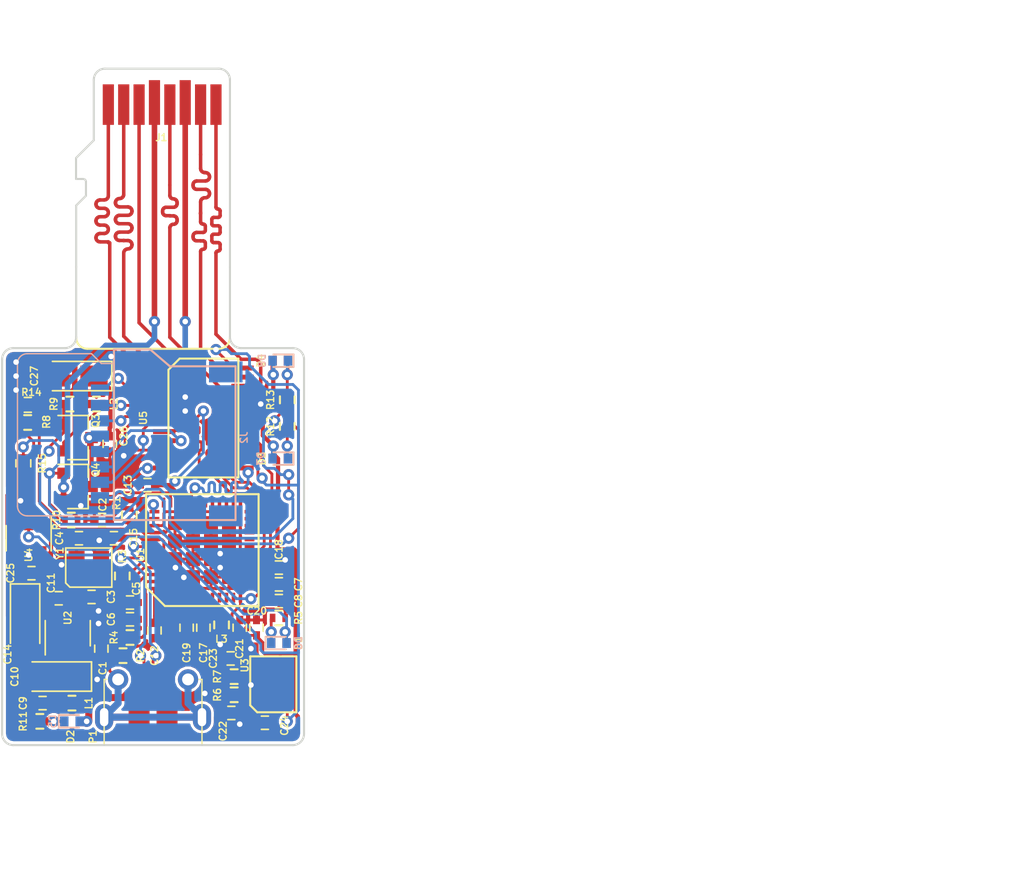
<source format=kicad_pcb>
(kicad_pcb (version 20171130) (host pcbnew 5.0.0-rc2-dev-unknown-7098827~63~ubuntu14.04.1)
  (title_block (title "Micro SD card adapter") (date 2016-02-26) (rev 1) (company SRPOL) (comment 1 "Author: Adam Malinowski <a.malinowsk2@partner.samsung.com>") (comment 2 "Copyright (c) 2016 Samsung Electronics Co., Ltd All Rights Reserved"))
  (layers (0 F.Cu signal) (31 B.Cu signal hide) (34 B.Paste user hide) (35 F.Paste user hide) (36 B.SilkS user hide) (37 F.SilkS user) (38 B.Mask user hide) (39 F.Mask user hide) (44 Edge.Cuts user))
  (net 0 "")
  (net 1 GND)
  (net 2 "Net-(C1-Pad1)")
  (net 3 /~RESET)
  (net 4 "Net-(C3-Pad1)")
  (net 5 "Net-(C4-Pad1)")
  (net 6 "Net-(C5-Pad1)")
  (net 7 "Net-(C7-Pad1)")
  (net 8 "Net-(C10-Pad1)")
  (net 9 +3V3)
  (net 10 "Net-(C12-Pad1)")
  (net 11 /USB_B-)
  (net 12 /USB_B+)
  (net 13 /USD_VDD)
  (net 14 "Net-(D1-Pad1)")
  (net 15 "Net-(D1-Pad2)")
  (net 16 /DAT1_DUT)
  (net 17 /DAT0_DUT)
  (net 18 /CLK_DUT)
  (net 19 /VDD_DUT)
  (net 20 /CMD_DUT)
  (net 21 /DAT3_DUT)
  (net 22 /DAT2_DUT)
  (net 23 "Net-(J2-Pad1)")
  (net 24 "Net-(J2-Pad2)")
  (net 25 "Net-(J2-Pad3)")
  (net 26 "Net-(J2-Pad5)")
  (net 27 "Net-(J2-Pad7)")
  (net 28 "Net-(J2-Pad8)")
  (net 29 /VDD)
  (net 30 /VDD_TS)
  (net 31 "Net-(L2-Pad2)")
  (net 32 /USB_UP-)
  (net 33 /USB_UP+)
  (net 34 "Net-(P1-Pad4)")
  (net 35 /SOCKET_SEL)
  (net 36 "Net-(R4-Pad1)")
  (net 37 "Net-(R6-Pad1)")
  (net 38 "Net-(R7-Pad1)")
  (net 39 "Net-(U1-Pad36)")
  (net 40 /DAT2_TS)
  (net 41 /DAT3_TS)
  (net 42 "Net-(U1-Pad31)")
  (net 43 "Net-(U1-Pad30)")
  (net 44 "Net-(U1-Pad29)")
  (net 45 "Net-(U1-Pad28)")
  (net 46 "Net-(U1-Pad27)")
  (net 47 "Net-(U1-Pad26)")
  (net 48 /CMD_TS)
  (net 49 "Net-(U1-Pad23)")
  (net 50 "Net-(U1-Pad22)")
  (net 51 /CLK_TS)
  (net 52 "Net-(U1-Pad20)")
  (net 53 "Net-(U1-Pad19)")
  (net 54 /DAT0_TS)
  (net 55 /DAT1_TS)
  (net 56 /~CD_TS)
  (net 57 "Net-(U1-Pad11)")
  (net 58 "Net-(U1-Pad10)")
  (net 59 "Net-(U1-Pad9)")
  (net 60 "Net-(U1-Pad8)")
  (net 61 "Net-(U1-Pad7)")
  (net 62 "Net-(U1-Pad6)")
  (net 63 "Net-(U1-Pad4)")
  (net 64 "Net-(U1-Pad3)")
  (net 65 "Net-(U3-Pad8)")
  (net 66 "Net-(U3-Pad6)")
  (net 67 "Net-(U5-Pad3)")
  (net 68 "Net-(U2-Pad4)")
  (net 69 "Net-(D2-Pad1)")
  (net 70 "Net-(D3-Pad1)")
  (net 71 "Net-(D4-Pad1)")
  (net 72 "Net-(R15-Pad2)")
  (net 73 "Net-(Q4-Pad1)")
  (module mux-footprints:Crystal_SMD_2520-4pin_2.5x2.0mm (layer F.Cu) (at 142.6 120.4)
    (fp_text reference Y1 (at -2.07 -1.02 90) (layer F.SilkS) (effects (font (size 0.5 0.5) (thickness 0.1))))
    (fp_text value 24MHz)
    (pad 1 smd rect (at -0.875 0.7) (size 1.15 1) (layers F.Cu F.Paste F.Mask) (net 4 "Net-(C3-Pad1)"))
    (pad 2 smd rect (at 0.875 0.7) (size 1.15 1) (layers F.Cu F.Paste F.Mask) (net 1 GND))
    (pad 3 smd rect (at 0.875 -0.7) (size 1.15 1) (layers F.Cu F.Paste F.Mask) (net 5 "Net-(C4-Pad1)"))
    (pad 4 smd rect (at -0.875 -0.7) (size 1.15 1) (layers F.Cu F.Paste F.Mask) (net 1 GND))
  )
  (module mux-footprints:DFN-10-1EP_3x3mm_Pitch0.5mm (layer F.Cu) (at 155.8 128.75 90)
    (fp_text reference U3 (at 1.35 -2.04 270) (layer F.SilkS) (effects (font (size 0.5 0.5) (thickness 0.1))))
    (fp_text value FT200XD)
    (pad 1 smd rect (at -1.55 -1 90) (size 0.65 0.3) (layers F.Cu F.Paste F.Mask) (net 37 "Net-(R6-Pad1)"))
    (pad 2 smd rect (at -1.55 -0.5 90) (size 0.65 0.3) (layers F.Cu F.Paste F.Mask) (net 9 +3V3))
    (pad 3 smd rect (at -1.55 0 90) (size 0.65 0.3) (layers F.Cu F.Paste F.Mask) (net 9 +3V3))
    (pad 4 smd rect (at -1.55 0.5 90) (size 0.65 0.3) (layers F.Cu F.Paste F.Mask) (net 9 +3V3))
    (pad 5 smd rect (at -1.55 1 90) (size 0.65 0.3) (layers F.Cu F.Paste F.Mask) (net 35 /SOCKET_SEL))
    (pad 6 smd rect (at 1.55 1 90) (size 0.65 0.3) (layers F.Cu F.Paste F.Mask) (net 66 "Net-(U3-Pad6)"))
    (pad 7 smd rect (at 1.55 0.5 90) (size 0.65 0.3) (layers F.Cu F.Paste F.Mask) (net 9 +3V3))
    (pad 8 smd rect (at 1.55 0 90) (size 0.65 0.3) (layers F.Cu F.Paste F.Mask) (net 65 "Net-(U3-Pad8)"))
    (pad 9 smd rect (at 1.55 -0.5 90) (size 0.65 0.3) (layers F.Cu F.Paste F.Mask) (net 1 GND))
    (pad 10 smd rect (at 1.55 -1 90) (size 0.65 0.3) (layers F.Cu F.Paste F.Mask) (net 38 "Net-(R7-Pad1)"))
    (pad 11 smd rect (at 0.3875 0.62 90) (size 0.775 1.24) (layers F.Cu F.Paste F.Mask) (net 1 GND))
    (pad 11 smd rect (at 0.3875 -0.62 90) (size 0.775 1.24) (layers F.Cu F.Paste F.Mask) (net 1 GND))
    (pad 11 smd rect (at -0.3875 0.62 90) (size 0.775 1.24) (layers F.Cu F.Paste F.Mask) (net 1 GND))
    (pad 11 smd rect (at -0.3875 -0.62 90) (size 0.775 1.24) (layers F.Cu F.Paste F.Mask) (net 1 GND))
  )
  (module mux-footprints:QFN-48-1EP_7x7mm_Pitch0.5mm (layer F.Cu) (at 150.7 119.15 90)
    (fp_text reference U1 (at -0.35 -4.4 90) (layer F.SilkS) (effects (font (size 0.5 0.5) (thickness 0.1))))
    (fp_text value USB2640-HZH-02)
    (pad 1 smd rect (at -3.4 -2.75 90) (size 0.7 0.25) (layers F.Cu F.Paste F.Mask) (net 11 /USB_B-))
    (pad 2 smd rect (at -3.4 -2.25 90) (size 0.7 0.25) (layers F.Cu F.Paste F.Mask) (net 12 /USB_B+))
    (pad 3 smd rect (at -3.4 -1.75 90) (size 0.7 0.25) (layers F.Cu F.Paste F.Mask) (net 64 "Net-(U1-Pad3)"))
    (pad 4 smd rect (at -3.4 -1.25 90) (size 0.7 0.25) (layers F.Cu F.Paste F.Mask) (net 63 "Net-(U1-Pad4)"))
    (pad 5 smd rect (at -3.4 -0.75 90) (size 0.7 0.25) (layers F.Cu F.Paste F.Mask) (net 10 "Net-(C12-Pad1)"))
    (pad 6 smd rect (at -3.4 -0.25 90) (size 0.7 0.25) (layers F.Cu F.Paste F.Mask) (net 62 "Net-(U1-Pad6)"))
    (pad 7 smd rect (at -3.4 0.25 90) (size 0.7 0.25) (layers F.Cu F.Paste F.Mask) (net 61 "Net-(U1-Pad7)"))
    (pad 8 smd rect (at -3.4 0.75 90) (size 0.7 0.25) (layers F.Cu F.Paste F.Mask) (net 60 "Net-(U1-Pad8)"))
    (pad 9 smd rect (at -3.4 1.25 90) (size 0.7 0.25) (layers F.Cu F.Paste F.Mask) (net 59 "Net-(U1-Pad9)"))
    (pad 10 smd rect (at -3.4 1.75 90) (size 0.7 0.25) (layers F.Cu F.Paste F.Mask) (net 58 "Net-(U1-Pad10)"))
    (pad 11 smd rect (at -3.4 2.25 90) (size 0.7 0.25) (layers F.Cu F.Paste F.Mask) (net 57 "Net-(U1-Pad11)"))
    (pad 12 smd rect (at -3.4 2.75 90) (size 0.7 0.25) (layers F.Cu F.Paste F.Mask) (net 9 +3V3))
    (pad 13 smd rect (at -2.75 3.4 180) (size 0.7 0.25) (layers F.Cu F.Paste F.Mask) (net 1 GND))
    (pad 14 smd rect (at -2.25 3.4 180) (size 0.7 0.25) (layers F.Cu F.Paste F.Mask) (net 56 /~CD_TS))
    (pad 15 smd rect (at -1.75 3.4 180) (size 0.7 0.25) (layers F.Cu F.Paste F.Mask) (net 7 "Net-(C7-Pad1)"))
    (pad 16 smd rect (at -1.25 3.4 180) (size 0.7 0.25) (layers F.Cu F.Paste F.Mask) (net 9 +3V3))
    (pad 17 smd rect (at -0.75 3.4 180) (size 0.7 0.25) (layers F.Cu F.Paste F.Mask) (net 55 /DAT1_TS))
    (pad 18 smd rect (at -0.25 3.4 180) (size 0.7 0.25) (layers F.Cu F.Paste F.Mask) (net 54 /DAT0_TS))
    (pad 19 smd rect (at 0.25 3.4 180) (size 0.7 0.25) (layers F.Cu F.Paste F.Mask) (net 53 "Net-(U1-Pad19)"))
    (pad 20 smd rect (at 0.75 3.4 180) (size 0.7 0.25) (layers F.Cu F.Paste F.Mask) (net 52 "Net-(U1-Pad20)"))
    (pad 21 smd rect (at 1.25 3.4 180) (size 0.7 0.25) (layers F.Cu F.Paste F.Mask) (net 51 /CLK_TS))
    (pad 22 smd rect (at 1.75 3.4 180) (size 0.7 0.25) (layers F.Cu F.Paste F.Mask) (net 50 "Net-(U1-Pad22)"))
    (pad 23 smd rect (at 2.25 3.4 180) (size 0.7 0.25) (layers F.Cu F.Paste F.Mask) (net 49 "Net-(U1-Pad23)"))
    (pad 24 smd rect (at 2.75 3.4 180) (size 0.7 0.25) (layers F.Cu F.Paste F.Mask) (net 48 /CMD_TS))
    (pad 25 smd rect (at 3.4 2.75 90) (size 0.7 0.25) (layers F.Cu F.Paste F.Mask) (net 9 +3V3))
    (pad 26 smd rect (at 3.4 2.25 90) (size 0.7 0.25) (layers F.Cu F.Paste F.Mask) (net 47 "Net-(U1-Pad26)"))
    (pad 27 smd rect (at 3.4 1.75 90) (size 0.7 0.25) (layers F.Cu F.Paste F.Mask) (net 46 "Net-(U1-Pad27)"))
    (pad 28 smd rect (at 3.4 1.25 90) (size 0.7 0.25) (layers F.Cu F.Paste F.Mask) (net 45 "Net-(U1-Pad28)"))
    (pad 29 smd rect (at 3.4 0.75 90) (size 0.7 0.25) (layers F.Cu F.Paste F.Mask) (net 44 "Net-(U1-Pad29)"))
    (pad 30 smd rect (at 3.4 0.25 90) (size 0.7 0.25) (layers F.Cu F.Paste F.Mask) (net 43 "Net-(U1-Pad30)"))
    (pad 31 smd rect (at 3.4 -0.25 90) (size 0.7 0.25) (layers F.Cu F.Paste F.Mask) (net 42 "Net-(U1-Pad31)"))
    (pad 32 smd rect (at 3.4 -0.75 90) (size 0.7 0.25) (layers F.Cu F.Paste F.Mask) (net 41 /DAT3_TS))
    (pad 33 smd rect (at 3.4 -1.25 90) (size 0.7 0.25) (layers F.Cu F.Paste F.Mask) (net 40 /DAT2_TS))
    (pad 34 smd rect (at 3.4 -1.75 90) (size 0.7 0.25) (layers F.Cu F.Paste F.Mask) (net 9 +3V3))
    (pad 35 smd rect (at 3.4 -2.25 90) (size 0.7 0.25) (layers F.Cu F.Paste F.Mask) (net 31 "Net-(L2-Pad2)"))
    (pad 36 smd rect (at 3.4 -2.75 90) (size 0.7 0.25) (layers F.Cu F.Paste F.Mask) (net 39 "Net-(U1-Pad36)"))
    (pad 37 smd rect (at 2.75 -3.4 180) (size 0.7 0.25) (layers F.Cu F.Paste F.Mask) (net 15 "Net-(D1-Pad2)"))
    (pad 38 smd rect (at 2.25 -3.4 180) (size 0.7 0.25) (layers F.Cu F.Paste F.Mask) (net 3 /~RESET))
    (pad 39 smd rect (at 1.75 -3.4 180) (size 0.7 0.25) (layers F.Cu F.Paste F.Mask) (net 9 +3V3))
    (pad 40 smd rect (at 1.25 -3.4 180) (size 0.7 0.25) (layers F.Cu F.Paste F.Mask) (net 1 GND))
    (pad 41 smd rect (at 0.75 -3.4 180) (size 0.7 0.25) (layers F.Cu F.Paste F.Mask) (net 10 "Net-(C12-Pad1)"))
    (pad 42 smd rect (at 0.25 -3.4 180) (size 0.7 0.25) (layers F.Cu F.Paste F.Mask) (net 33 /USB_UP+))
    (pad 43 smd rect (at -0.25 -3.4 180) (size 0.7 0.25) (layers F.Cu F.Paste F.Mask) (net 32 /USB_UP-))
    (pad 44 smd rect (at -0.75 -3.4 180) (size 0.7 0.25) (layers F.Cu F.Paste F.Mask) (net 5 "Net-(C4-Pad1)"))
    (pad 45 smd rect (at -1.25 -3.4 180) (size 0.7 0.25) (layers F.Cu F.Paste F.Mask) (net 4 "Net-(C3-Pad1)"))
    (pad 46 smd rect (at -1.75 -3.4 180) (size 0.7 0.25) (layers F.Cu F.Paste F.Mask) (net 6 "Net-(C5-Pad1)"))
    (pad 47 smd rect (at -2.25 -3.4 180) (size 0.7 0.25) (layers F.Cu F.Paste F.Mask) (net 36 "Net-(R4-Pad1)"))
    (pad 48 smd rect (at -2.75 -3.4 180) (size 0.7 0.25) (layers F.Cu F.Paste F.Mask) (net 10 "Net-(C12-Pad1)"))
    (pad 49 smd rect (at 1.93125 1.93125 90) (size 1 1) (layers F.Cu F.Paste F.Mask) (net 1 GND))
    (pad 49 smd rect (at 1.93125 0.64375 90) (size 1 1) (layers F.Cu F.Paste F.Mask) (net 1 GND))
    (pad 49 smd rect (at 1.93125 -0.64375 90) (size 1 1) (layers F.Cu F.Paste F.Mask) (net 1 GND))
    (pad 49 smd rect (at 1.93125 -1.93125 90) (size 1 1) (layers F.Cu F.Paste F.Mask) (net 1 GND))
    (pad 49 smd rect (at 0.64375 1.93125 90) (size 1 1) (layers F.Cu F.Paste F.Mask) (net 1 GND))
    (pad 49 smd rect (at 0.64375 0.64375 90) (size 1 1) (layers F.Cu F.Paste F.Mask) (net 1 GND))
    (pad 49 smd rect (at 0.64375 -0.64375 90) (size 1 1) (layers F.Cu F.Paste F.Mask) (net 1 GND))
    (pad 49 smd rect (at 0.64375 -1.93125 90) (size 1 1) (layers F.Cu F.Paste F.Mask) (net 1 GND))
    (pad 49 smd rect (at -0.64375 1.93125 90) (size 1 1) (layers F.Cu F.Paste F.Mask) (net 1 GND))
    (pad 49 smd rect (at -0.64375 0.64375 90) (size 1 1) (layers F.Cu F.Paste F.Mask) (net 1 GND))
    (pad 49 smd rect (at -0.64375 -0.64375 90) (size 1 1) (layers F.Cu F.Paste F.Mask) (net 1 GND))
    (pad 49 smd rect (at -0.64375 -1.93125 90) (size 1 1) (layers F.Cu F.Paste F.Mask) (net 1 GND))
    (pad 49 smd rect (at -1.93125 1.93125 90) (size 1 1) (layers F.Cu F.Paste F.Mask) (net 1 GND))
    (pad 49 smd rect (at -1.93125 0.64375 90) (size 1 1) (layers F.Cu F.Paste F.Mask) (net 1 GND))
    (pad 49 smd rect (at -1.93125 -0.64375 90) (size 1 1) (layers F.Cu F.Paste F.Mask) (net 1 GND))
    (pad 49 smd rect (at -1.93125 -1.93125 90) (size 1 1) (layers F.Cu F.Paste F.Mask) (net 1 GND))
  )
  (module mux-footprints:micro_sub_molex (layer F.Cu) (at 147.2 130.8)
    (fp_text reference P1 (at -4.3 1.7 90) (layer F.SilkS) (effects (font (size 0.5 0.5) (thickness 0.1))))
    (fp_text value USB_OTG_MICRO_USB)
    (pad 6 smd rect (at 1 0.3) (size 1.5 1.9) (layers F.Cu F.Paste F.Mask) (net 2 "Net-(C1-Pad1)"))
    (pad 6 smd rect (at -1 0.3) (size 1.5 1.9) (layers F.Cu F.Paste F.Mask) (net 2 "Net-(C1-Pad1)"))
    (pad 6 thru_hole oval (at 3.5 0.3) (size 1.3 1.9) (drill oval 0.6 1.3) (layers *.Cu *.Mask) (net 2 "Net-(C1-Pad1)"))
    (pad 6 thru_hole oval (at -3.5 0.3) (size 1.3 1.9) (drill oval 0.6 1.3) (layers *.Cu *.Mask) (net 2 "Net-(C1-Pad1)"))
    (pad 6 thru_hole circle (at 2.5 -2.4) (size 1.45 1.45) (drill 0.85) (layers *.Cu *.Mask) (net 2 "Net-(C1-Pad1)"))
    (pad 6 thru_hole circle (at -2.5 -2.4) (size 1.45 1.45) (drill 0.85) (layers *.Cu *.Mask) (net 2 "Net-(C1-Pad1)"))
    (pad 5 smd rect (at 1.3 -2.4) (size 0.4 1.35) (layers F.Cu F.Paste F.Mask) (net 1 GND))
    (pad 4 smd rect (at 0.65 -2.4) (size 0.4 1.35) (layers F.Cu F.Paste F.Mask) (net 34 "Net-(P1-Pad4)"))
    (pad 3 smd rect (at 0 -2.4) (size 0.4 1.35) (layers F.Cu F.Paste F.Mask) (net 33 /USB_UP+))
    (pad 2 smd rect (at -0.65 -2.4) (size 0.4 1.35) (layers F.Cu F.Paste F.Mask) (net 32 /USB_UP-))
    (pad 1 smd rect (at -1.3 -2.4) (size 0.4 1.35) (layers F.Cu F.Paste F.Mask) (net 29 /VDD))
  )
  (module mux-footprints:TSSOP-24 (layer F.Cu) (at 150.8 109.7 270)
    (fp_text reference U5 (at 0 4.3 270) (layer F.SilkS) (effects (font (size 0.5 0.5) (thickness 0.1))))
    (fp_text value TS3A27518EPWR)
    (pad 12 smd rect (at 3.575 2.8 270) (size 0.35 1.6) (layers F.Cu F.Paste F.Mask) (net 28 "Net-(J2-Pad8)"))
    (pad 13 smd rect (at 3.575 -2.8 270) (size 0.35 1.6) (layers F.Cu F.Paste F.Mask) (net 41 /DAT3_TS))
    (pad 11 smd rect (at 2.925 2.8 270) (size 0.35 1.6) (layers F.Cu F.Paste F.Mask) (net 40 /DAT2_TS))
    (pad 14 smd rect (at 2.925 -2.8 270) (size 0.35 1.6) (layers F.Cu F.Paste F.Mask) (net 35 /SOCKET_SEL))
    (pad 10 smd rect (at 2.275 2.8 270) (size 0.35 1.6) (layers F.Cu F.Paste F.Mask) (net 25 "Net-(J2-Pad3)"))
    (pad 15 smd rect (at 2.275 -2.8 270) (size 0.35 1.6) (layers F.Cu F.Paste F.Mask) (net 54 /DAT0_TS))
    (pad 9 smd rect (at 1.625 2.8 270) (size 0.35 1.6) (layers F.Cu F.Paste F.Mask) (net 26 "Net-(J2-Pad5)"))
    (pad 16 smd rect (at 1.625 -2.8 270) (size 0.35 1.6) (layers F.Cu F.Paste F.Mask) (net 55 /DAT1_TS))
    (pad 8 smd rect (at 0.975 2.8 270) (size 0.35 1.6) (layers F.Cu F.Paste F.Mask) (net 9 +3V3))
    (pad 17 smd rect (at 0.975 -2.8 270) (size 0.35 1.6) (layers F.Cu F.Paste F.Mask) (net 51 /CLK_TS))
    (pad 7 smd rect (at 0.325 2.8 270) (size 0.35 1.6) (layers F.Cu F.Paste F.Mask) (net 27 "Net-(J2-Pad7)"))
    (pad 18 smd rect (at 0.325 -2.8 270) (size 0.35 1.6) (layers F.Cu F.Paste F.Mask) (net 48 /CMD_TS))
    (pad 6 smd rect (at -0.325 2.8 270) (size 0.35 1.6) (layers F.Cu F.Paste F.Mask) (net 24 "Net-(J2-Pad2)"))
    (pad 19 smd rect (at -0.325 -2.8 270) (size 0.35 1.6) (layers F.Cu F.Paste F.Mask) (net 20 /CMD_DUT))
    (pad 5 smd rect (at -0.975 2.8 270) (size 0.35 1.6) (layers F.Cu F.Paste F.Mask) (net 1 GND))
    (pad 20 smd rect (at -0.975 -2.8 270) (size 0.35 1.6) (layers F.Cu F.Paste F.Mask) (net 1 GND))
    (pad 4 smd rect (at -1.625 2.8 270) (size 0.35 1.6) (layers F.Cu F.Paste F.Mask) (net 23 "Net-(J2-Pad1)"))
    (pad 21 smd rect (at -1.625 -2.8 270) (size 0.35 1.6) (layers F.Cu F.Paste F.Mask) (net 18 /CLK_DUT))
    (pad 3 smd rect (at -2.275 2.8 270) (size 0.35 1.6) (layers F.Cu F.Paste F.Mask) (net 67 "Net-(U5-Pad3)"))
    (pad 22 smd rect (at -2.275 -2.8 270) (size 0.35 1.6) (layers F.Cu F.Paste F.Mask) (net 16 /DAT1_DUT))
    (pad 2 smd rect (at -2.925 2.8 270) (size 0.35 1.6) (layers F.Cu F.Paste F.Mask) (net 22 /DAT2_DUT))
    (pad 23 smd rect (at -2.925 -2.8 270) (size 0.35 1.6) (layers F.Cu F.Paste F.Mask) (net 17 /DAT0_DUT))
    (pad 1 smd rect (at -3.575 2.8 270) (size 0.35 1.6) (layers F.Cu F.Paste F.Mask) (net 21 /DAT3_DUT))
    (pad 24 smd rect (at -3.575 -2.8 270) (size 0.35 1.6) (layers F.Cu F.Paste F.Mask) (net 35 /SOCKET_SEL))
  )
  (module mux-footprints:usd-attend (layer B.Cu) (at 143.4 107.7 90)
    (fp_text reference J2 (at -3.4 10.3 270) (layer B.SilkS) (effects (font (size 0.5 0.5) (thickness 0.1)) (justify mirror)))
    (fp_text value "uSD Socket")
    (pad 9 smd rect (at 1.3 9 90) (size 1.5 2.4) (layers B.Cu B.Paste B.Mask))
    (pad 9 smd rect (at -9 9 90) (size 1.5 2.4) (layers B.Cu B.Paste B.Mask))
    (pad 8 smd rect (at -7.7 0 90) (size 0.8 1.3) (layers B.Cu B.Paste B.Mask) (net 28 "Net-(J2-Pad8)"))
    (pad 7 smd rect (at -6.6 0 90) (size 0.8 1.3) (layers B.Cu B.Paste B.Mask) (net 27 "Net-(J2-Pad7)"))
    (pad 6 smd rect (at -5.5 0 90) (size 0.8 1.3) (layers B.Cu B.Paste B.Mask) (net 1 GND))
    (pad 5 smd rect (at -4.4 0 90) (size 0.8 1.3) (layers B.Cu B.Paste B.Mask) (net 26 "Net-(J2-Pad5)"))
    (pad 4 smd rect (at -3.3 0 90) (size 0.8 1.3) (layers B.Cu B.Paste B.Mask) (net 13 /USD_VDD))
    (pad 3 smd rect (at -2.2 0 90) (size 0.8 1.3) (layers B.Cu B.Paste B.Mask) (net 25 "Net-(J2-Pad3)"))
    (pad 2 smd rect (at -1.1 0 90) (size 0.8 1.3) (layers B.Cu B.Paste B.Mask) (net 24 "Net-(J2-Pad2)"))
    (pad 1 smd rect (at 0 0 90) (size 0.8 1.3) (layers B.Cu B.Paste B.Mask) (net 23 "Net-(J2-Pad1)"))
  )
  (module mux-footprints:VIA_0408 (layer F.Cu) (at 137.72 115.62)
    (fp_text reference REF** hide)
    (fp_text value VIA_0408 hide)
    (pad 1 thru_hole circle (at 0 0) (size 0.8 0.8) (drill 0.4) (layers *.Cu) (net 1 GND))
  )
  (module Resistors_SMD:R_0402 (layer F.Cu) (at 138.24 108.76 180)
    (fp_text reference R14 (at -0.26 0.9 180) (layer F.SilkS) (effects (font (size 0.5 0.5) (thickness 0.1))))
    (fp_text value 1K)
    (pad 2 smd rect (at 0.45 0 180) (size 0.4 0.6) (layers F.Cu F.Paste F.Mask) (net 35 /SOCKET_SEL))
    (pad 1 smd rect (at -0.45 0 180) (size 0.4 0.6) (layers F.Cu F.Paste F.Mask) (net 56 /~CD_TS))
  )
  (module Resistors_SMD:R_0402 (layer F.Cu) (at 137.92 112.94 270)
    (fp_text reference R15 (at 0 -1.35 270) (layer F.SilkS) (effects (font (size 0.5 0.5) (thickness 0.1))))
    (fp_text value 1K)
    (pad 1 smd rect (at -0.45 0 270) (size 0.4 0.6) (layers F.Cu F.Paste F.Mask) (net 73 "Net-(Q4-Pad1)"))
    (pad 2 smd rect (at 0.45 0 270) (size 0.4 0.6) (layers F.Cu F.Paste F.Mask) (net 72 "Net-(R15-Pad2)"))
  )
  (module Resistors_SMD:R_0402 (layer F.Cu) (at 141.35 117)
    (fp_text reference R10 (at -1.05 0 90) (layer F.SilkS) (effects (font (size 0.5 0.5) (thickness 0.1))))
    (fp_text value 10K)
    (pad 1 smd rect (at -0.45 0) (size 0.4 0.6) (layers F.Cu F.Paste F.Mask) (net 73 "Net-(Q4-Pad1)"))
    (pad 2 smd rect (at 0.45 0) (size 0.4 0.6) (layers F.Cu F.Paste F.Mask) (net 19 /VDD_DUT))
  )
  (module Resistors_SMD:R_0402 (layer F.Cu) (at 138.23 110.02)
    (fp_text reference R8 (at 1.35 -0.04 90) (layer F.SilkS) (effects (font (size 0.5 0.5) (thickness 0.1))))
    (fp_text value 10K)
    (pad 2 smd rect (at 0.45 0) (size 0.4 0.6) (layers F.Cu F.Paste F.Mask) (net 9 +3V3))
    (pad 1 smd rect (at -0.45 0) (size 0.4 0.6) (layers F.Cu F.Paste F.Mask) (net 35 /SOCKET_SEL))
  )
  (module Resistors_SMD:R_0402 (layer F.Cu) (at 141.25 108.7)
    (fp_text reference R9 (at -1.15 0 90) (layer F.SilkS) (effects (font (size 0.5 0.5) (thickness 0.1))))
    (fp_text value 10K)
    (pad 1 smd rect (at -0.45 0) (size 0.4 0.6) (layers F.Cu F.Paste F.Mask) (net 56 /~CD_TS))
    (pad 2 smd rect (at 0.45 0) (size 0.4 0.6) (layers F.Cu F.Paste F.Mask) (net 30 /VDD_TS))
  )
  (module TO_SOT_Packages_SMD:SOT-23 (layer F.Cu) (at 141.8 111.1)
    (fp_text reference Q3 (at 1.3 -1.2 90) (layer F.SilkS) (effects (font (size 0.5 0.5) (thickness 0.1))))
    (fp_text value MMBT4403LT1)
    (pad 3 smd rect (at 1 0) (size 0.9 0.8) (layers F.Cu F.Paste F.Mask) (net 13 /USD_VDD))
    (pad 2 smd rect (at -1 0.95) (size 0.9 0.8) (layers F.Cu F.Paste F.Mask) (net 30 /VDD_TS))
    (pad 1 smd rect (at -1 -0.95) (size 0.9 0.8) (layers F.Cu F.Paste F.Mask) (net 56 /~CD_TS))
  )
  (module TO_SOT_Packages_SMD:SOT-23 (layer F.Cu) (at 141.8 114.6)
    (fp_text reference Q4 (at 1.3 -1.2 90) (layer F.SilkS) (effects (font (size 0.5 0.5) (thickness 0.1))))
    (fp_text value MMBT4403LT1)
    (pad 3 smd rect (at 1 0) (size 0.9 0.8) (layers F.Cu F.Paste F.Mask) (net 13 /USD_VDD))
    (pad 2 smd rect (at -1 0.95) (size 0.9 0.8) (layers F.Cu F.Paste F.Mask) (net 19 /VDD_DUT))
    (pad 1 smd rect (at -1 -0.95) (size 0.9 0.8) (layers F.Cu F.Paste F.Mask) (net 73 "Net-(Q4-Pad1)"))
  )
  (module mux-footprints:VIA_0408 (layer F.Cu) (at 149.5 109.2)
    (fp_text reference REF** hide)
    (fp_text value VIA_0408 hide)
    (pad 1 thru_hole circle (at 0 0) (size 0.8 0.8) (drill 0.4) (layers *.Cu) (net 1 GND))
  )
  (module mux-footprints:VIA_0408 (layer F.Cu) (at 148.8 120.4)
    (fp_text reference REF** hide)
    (fp_text value VIA_0408 hide)
    (pad 1 thru_hole circle (at 0 0) (size 0.8 0.8) (drill 0.4) (layers *.Cu) (net 1 GND))
  )
  (module mux-footprints:VIA_0408 (layer F.Cu) (at 149.4 121.1)
    (fp_text reference REF** hide)
    (fp_text value VIA_0408 hide)
    (pad 1 thru_hole circle (at 0 0) (size 0.8 0.8) (drill 0.4) (layers *.Cu) (net 1 GND))
  )
  (module mux-footprints:VIA_0408 (layer F.Cu) (at 152 119.4)
    (fp_text reference REF** hide)
    (fp_text value VIA_0408 hide)
    (pad 1 thru_hole circle (at 0 0) (size 0.8 0.8) (drill 0.4) (layers *.Cu) (net 1 GND))
  )
  (module mux-footprints:VIA_0408 (layer F.Cu) (at 152 120.4)
    (fp_text reference REF** hide)
    (fp_text value VIA_0408 hide)
    (pad 1 thru_hole circle (at 0 0) (size 0.8 0.8) (drill 0.4) (layers *.Cu) (net 1 GND))
  )
  (module mux-footprints:VIA_0408 (layer F.Cu) (at 153.4 131.6)
    (fp_text reference REF** hide)
    (fp_text value VIA_0408 hide)
    (pad 1 thru_hole circle (at 0 0) (size 0.8 0.8) (drill 0.4) (layers *.Cu) (net 1 GND))
  )
  (module mux-footprints:VIA_0408 (layer F.Cu) (at 154.2 128.8)
    (fp_text reference REF** hide)
    (fp_text value VIA_0408 hide)
    (pad 1 thru_hole circle (at 0 0) (size 0.8 0.8) (drill 0.4) (layers *.Cu) (net 1 GND))
  )
  (module mux-footprints:VIA_0408 (layer F.Cu) (at 154.2 126.2)
    (fp_text reference REF** hide)
    (fp_text value VIA_0408 hide)
    (pad 1 thru_hole circle (at 0 0) (size 0.8 0.8) (drill 0.4) (layers *.Cu) (net 1 GND))
  )
  (module mux-footprints:VIA_0408 (layer F.Cu) (at 152 125.9)
    (fp_text reference REF** hide)
    (fp_text value VIA_0408 hide)
    (pad 1 thru_hole circle (at 0 0) (size 0.8 0.8) (drill 0.4) (layers *.Cu) (net 1 GND))
  )
  (module mux-footprints:VIA_0408 (layer F.Cu) (at 150.9 129.4)
    (fp_text reference REF** hide)
    (fp_text value VIA_0408 hide)
    (pad 1 thru_hole circle (at 0 0) (size 0.8 0.8) (drill 0.4) (layers *.Cu) (net 1 GND))
  )
  (module mux-footprints:VIA_0408 (layer F.Cu) (at 143.2 128.4)
    (fp_text reference REF** hide)
    (fp_text value VIA_0408 hide)
    (pad 1 thru_hole circle (at 0 0) (size 0.8 0.8) (drill 0.4) (layers *.Cu) (net 1 GND))
  )
  (module mux-footprints:VIA_0408 (layer F.Cu) (at 143.3 124.4)
    (fp_text reference REF** hide)
    (fp_text value VIA_0408 hide)
    (pad 1 thru_hole circle (at 0 0) (size 0.8 0.8) (drill 0.4) (layers *.Cu) (net 1 GND))
  )
  (module mux-footprints:VIA_0408 (layer F.Cu) (at 143.3 123.5)
    (fp_text reference REF** hide)
    (fp_text value VIA_0408 hide)
    (pad 1 thru_hole circle (at 0 0) (size 0.8 0.8) (drill 0.4) (layers *.Cu) (net 1 GND))
  )
  (module mux-footprints:VIA_0408 (layer F.Cu) (at 144.2 105.3)
    (fp_text reference REF** hide)
    (fp_text value VIA_0408 hide)
    (pad 1 thru_hole circle (at 0 0) (size 0.8 0.8) (drill 0.4) (layers *.Cu) (net 1 GND))
  )
  (module mux-footprints:VIA_0408 (layer F.Cu) (at 137.4 107.7)
    (fp_text reference REF** hide)
    (fp_text value VIA_0408 hide)
    (pad 1 thru_hole circle (at 0 0) (size 0.8 0.8) (drill 0.4) (layers *.Cu) (net 1 GND))
  )
  (module mux-footprints:VIA_0408 (layer F.Cu) (at 137.4 106.7)
    (fp_text reference REF** hide)
    (fp_text value VIA_0408 hide)
    (pad 1 thru_hole circle (at 0 0) (size 0.8 0.8) (drill 0.4) (layers *.Cu) (net 1 GND))
  )
  (module mux-footprints:VIA_0408 (layer F.Cu) (at 145.1 112.4)
    (fp_text reference REF** hide)
    (fp_text value VIA_0408 hide)
    (pad 1 thru_hole circle (at 0 0) (size 0.8 0.8) (drill 0.4) (layers *.Cu) (net 1 GND))
  )
  (module mux-footprints:VIA_0408 (layer F.Cu) (at 137.4 105.7)
    (fp_text reference REF** hide)
    (fp_text value VIA_0408 hide)
    (pad 1 thru_hole circle (at 0 0) (size 0.8 0.8) (drill 0.4) (layers *.Cu) (net 1 GND))
  )
  (module Capacitors_SMD:C_0402 (layer F.Cu) (at 153.4 124.7 90)
    (fp_text reference C21 (at -1.5 -0.02 270) (layer F.SilkS) (effects (font (size 0.5 0.5) (thickness 0.1))))
    (fp_text value 1uF/16V)
    (pad 2 smd rect (at 0.55 0 90) (size 0.6 0.5) (layers F.Cu F.Paste F.Mask) (net 1 GND))
    (pad 1 smd rect (at -0.55 0 90) (size 0.6 0.5) (layers F.Cu F.Paste F.Mask) (net 9 +3V3))
  )
  (module Resistors_SMD:R_0402 (layer F.Cu) (at 156.2 124)
    (fp_text reference R5 (at 1.4 0 90) (layer F.SilkS) (effects (font (size 0.5 0.5) (thickness 0.1))))
    (fp_text value 330R)
    (pad 2 smd rect (at 0.45 0) (size 0.4 0.6) (layers F.Cu F.Paste F.Mask) (net 1 GND))
    (pad 1 smd rect (at -0.45 0) (size 0.4 0.6) (layers F.Cu F.Paste F.Mask) (net 14 "Net-(D1-Pad1)"))
  )
  (module LEDs:LED_0402 (layer B.Cu) (at 156.2 125.8)
    (fp_text reference D6 (at 1.4 0 90) (layer B.SilkS) (effects (font (size 0.5 0.5) (thickness 0.1)) (justify mirror)))
    (fp_text value OSB50402C1E)
    (pad 2 smd rect (at 0.55 0 180) (size 0.6 0.7) (layers B.Cu B.Paste B.Mask) (net 15 "Net-(D1-Pad2)"))
    (pad 1 smd rect (at -0.55 0 180) (size 0.6 0.7) (layers B.Cu B.Paste B.Mask) (net 14 "Net-(D1-Pad1)"))
  )
  (module LEDs:LED_0402 (layer B.Cu) (at 156.3 105.6 180)
    (fp_text reference D8 (at 1.3 0 270) (layer B.SilkS) (effects (font (size 0.5 0.5) (thickness 0.1)) (justify mirror)))
    (fp_text value GREEN)
    (pad 1 smd rect (at -0.55 0) (size 0.6 0.7) (layers B.Cu B.Paste B.Mask) (net 71 "Net-(D4-Pad1)"))
    (pad 2 smd rect (at 0.55 0) (size 0.6 0.7) (layers B.Cu B.Paste B.Mask) (net 9 +3V3))
  )
  (module LEDs:LED_0402 (layer B.Cu) (at 156.3 112.6 180)
    (fp_text reference D7 (at 1.4 0 270) (layer B.SilkS) (effects (font (size 0.5 0.5) (thickness 0.1)) (justify mirror)))
    (fp_text value BLUE)
    (pad 2 smd rect (at 0.55 0) (size 0.6 0.7) (layers B.Cu B.Paste B.Mask) (net 9 +3V3))
    (pad 1 smd rect (at -0.55 0) (size 0.6 0.7) (layers B.Cu B.Paste B.Mask) (net 70 "Net-(D3-Pad1)"))
  )
  (module LEDs:LED_0402 (layer B.Cu) (at 141.4 131.4)
    (fp_text reference D5 (at -1.4 0 90) (layer B.SilkS) (effects (font (size 0.5 0.5) (thickness 0.1)) (justify mirror)))
    (fp_text value RED)
    (pad 1 smd rect (at -0.55 0 180) (size 0.6 0.7) (layers B.Cu B.Paste B.Mask) (net 69 "Net-(D2-Pad1)"))
    (pad 2 smd rect (at 0.55 0 180) (size 0.6 0.7) (layers B.Cu B.Paste B.Mask) (net 29 /VDD))
  )
  (module LEDs:LED_0402 (layer F.Cu) (at 156.3 105.6 180)
    (fp_text reference D4 (at 1.4 0 270) (layer F.SilkS) (effects (font (size 0.5 0.5) (thickness 0.1))))
    (fp_text value GREEN)
    (pad 1 smd rect (at -0.55 0) (size 0.6 0.7) (layers F.Cu F.Paste F.Mask) (net 71 "Net-(D4-Pad1)"))
    (pad 2 smd rect (at 0.55 0) (size 0.6 0.7) (layers F.Cu F.Paste F.Mask) (net 9 +3V3))
  )
  (module LEDs:LED_0402 (layer F.Cu) (at 156.3 112.6 180)
    (fp_text reference D3 (at 1.3 0 270) (layer F.SilkS) (effects (font (size 0.5 0.5) (thickness 0.1))))
    (fp_text value BLUE)
    (pad 2 smd rect (at 0.55 0) (size 0.6 0.7) (layers F.Cu F.Paste F.Mask) (net 9 +3V3))
    (pad 1 smd rect (at -0.55 0) (size 0.6 0.7) (layers F.Cu F.Paste F.Mask) (net 70 "Net-(D3-Pad1)"))
  )
  (module LEDs:LED_0402 (layer F.Cu) (at 141.4 131.4)
    (fp_text reference D2 (at -0.1 1.1 90) (layer F.SilkS) (effects (font (size 0.5 0.5) (thickness 0.1))))
    (fp_text value RED)
    (pad 1 smd rect (at -0.55 0 180) (size 0.6 0.7) (layers F.Cu F.Paste F.Mask) (net 69 "Net-(D2-Pad1)"))
    (pad 2 smd rect (at 0.55 0 180) (size 0.6 0.7) (layers F.Cu F.Paste F.Mask) (net 29 /VDD))
  )
  (module Resistors_SMD:R_0402 (layer F.Cu) (at 156.8 108.4 270)
    (fp_text reference R13 (at 0 1.2 270) (layer F.SilkS) (effects (font (size 0.5 0.5) (thickness 0.1))))
    (fp_text value 1K)
    (pad 2 smd rect (at 0.45 0 270) (size 0.4 0.6) (layers F.Cu F.Paste F.Mask) (net 73 "Net-(Q4-Pad1)"))
    (pad 1 smd rect (at -0.45 0 270) (size 0.4 0.6) (layers F.Cu F.Paste F.Mask) (net 71 "Net-(D4-Pad1)"))
  )
  (module Resistors_SMD:R_0402 (layer F.Cu) (at 156.8 110.3 90)
    (fp_text reference R12 (at 0 -1.2 90) (layer F.SilkS) (effects (font (size 0.5 0.5) (thickness 0.1))))
    (fp_text value 1K)
    (pad 1 smd rect (at -0.45 0 90) (size 0.4 0.6) (layers F.Cu F.Paste F.Mask) (net 70 "Net-(D3-Pad1)"))
    (pad 2 smd rect (at 0.45 0 90) (size 0.4 0.6) (layers F.Cu F.Paste F.Mask) (net 56 /~CD_TS))
  )
  (module Resistors_SMD:R_0402 (layer F.Cu) (at 139.1 131.4 180)
    (fp_text reference R11 (at 1.2 0 270) (layer F.SilkS) (effects (font (size 0.5 0.5) (thickness 0.1))))
    (fp_text value 1K)
    (pad 2 smd rect (at 0.45 0 180) (size 0.4 0.6) (layers F.Cu F.Paste F.Mask) (net 1 GND))
    (pad 1 smd rect (at -0.45 0 180) (size 0.4 0.6) (layers F.Cu F.Paste F.Mask) (net 69 "Net-(D2-Pad1)"))
  )
  (module TO_SOT_Packages_SMD:SOT-23-5 (layer F.Cu) (at 141.0973 125.094726 90)
    (fp_text reference U2 (at 1.094726 0.0027 90) (layer F.SilkS) (effects (font (size 0.5 0.5) (thickness 0.1))))
    (fp_text value SPX3819M5)
    (pad 5 smd rect (at 1.1 -0.95 90) (size 1.06 0.65) (layers F.Cu F.Paste F.Mask) (net 9 +3V3))
    (pad 4 smd rect (at 1.1 0.95 90) (size 1.06 0.65) (layers F.Cu F.Paste F.Mask) (net 68 "Net-(U2-Pad4)"))
    (pad 3 smd rect (at -1.1 0.95 90) (size 1.06 0.65) (layers F.Cu F.Paste F.Mask) (net 8 "Net-(C10-Pad1)"))
    (pad 2 smd rect (at -1.1 0 90) (size 1.06 0.65) (layers F.Cu F.Paste F.Mask) (net 1 GND))
    (pad 1 smd rect (at -1.1 -0.95 90) (size 1.06 0.65) (layers F.Cu F.Paste F.Mask) (net 8 "Net-(C10-Pad1)"))
  )
  (module Capacitors_SMD:C_0402 (layer F.Cu) (at 143.5 126.2 90)
    (fp_text reference C1 (at -1.4 0.1 90) (layer F.SilkS) (effects (font (size 0.5 0.5) (thickness 0.1))))
    (fp_text value 100nF/16V)
    (pad 1 smd rect (at -0.55 0 90) (size 0.6 0.5) (layers F.Cu F.Paste F.Mask) (net 2 "Net-(C1-Pad1)"))
    (pad 2 smd rect (at 0.55 0 90) (size 0.6 0.5) (layers F.Cu F.Paste F.Mask) (net 1 GND))
  )
  (module Capacitors_SMD:C_0402 (layer F.Cu) (at 143.55 117 180)
    (fp_text reference C2 (at -0.05 1.1 270) (layer F.SilkS) (effects (font (size 0.5 0.5) (thickness 0.1))))
    (fp_text value 100nF/16V)
    (pad 1 smd rect (at -0.55 0 180) (size 0.6 0.5) (layers F.Cu F.Paste F.Mask) (net 3 /~RESET))
    (pad 2 smd rect (at 0.55 0 180) (size 0.6 0.5) (layers F.Cu F.Paste F.Mask) (net 1 GND))
  )
  (module Capacitors_SMD:C_0402 (layer F.Cu) (at 142.8 122.5)
    (fp_text reference C3 (at 1.4 0 90) (layer F.SilkS) (effects (font (size 0.5 0.5) (thickness 0.1))))
    (fp_text value 33p/50V)
    (pad 2 smd rect (at 0.55 0) (size 0.6 0.5) (layers F.Cu F.Paste F.Mask) (net 1 GND))
    (pad 1 smd rect (at -0.55 0) (size 0.6 0.5) (layers F.Cu F.Paste F.Mask) (net 4 "Net-(C3-Pad1)"))
  )
  (module Capacitors_SMD:C_0402 (layer F.Cu) (at 141.9 118.3 180)
    (fp_text reference C4 (at 1.4 0 270) (layer F.SilkS) (effects (font (size 0.5 0.5) (thickness 0.1))))
    (fp_text value 33p/50V)
    (pad 2 smd rect (at 0.55 0 180) (size 0.6 0.5) (layers F.Cu F.Paste F.Mask) (net 1 GND))
    (pad 1 smd rect (at -0.55 0 180) (size 0.6 0.5) (layers F.Cu F.Paste F.Mask) (net 5 "Net-(C4-Pad1)"))
  )
  (module Capacitors_SMD:C_0402 (layer F.Cu) (at 145.55 122.9 180)
    (fp_text reference C5 (at -0.45 1 270) (layer F.SilkS) (effects (font (size 0.5 0.5) (thickness 0.1))))
    (fp_text value 1uF/16V)
    (pad 1 smd rect (at -0.55 0 180) (size 0.6 0.5) (layers F.Cu F.Paste F.Mask) (net 6 "Net-(C5-Pad1)"))
    (pad 2 smd rect (at 0.55 0 180) (size 0.6 0.5) (layers F.Cu F.Paste F.Mask) (net 1 GND))
  )
  (module Capacitors_SMD:C_0402 (layer F.Cu) (at 145.55 124.1 180)
    (fp_text reference C6 (at 1.35 0 270) (layer F.SilkS) (effects (font (size 0.5 0.5) (thickness 0.1))))
    (fp_text value 100nF/16V)
    (pad 1 smd rect (at -0.55 0 180) (size 0.6 0.5) (layers F.Cu F.Paste F.Mask) (net 6 "Net-(C5-Pad1)"))
    (pad 2 smd rect (at 0.55 0 180) (size 0.6 0.5) (layers F.Cu F.Paste F.Mask) (net 1 GND))
  )
  (module Capacitors_SMD:C_0402 (layer F.Cu) (at 156.2 121.6)
    (fp_text reference C7 (at 1.4 0 90) (layer F.SilkS) (effects (font (size 0.5 0.5) (thickness 0.1))))
    (fp_text value 1uF/16V)
    (pad 2 smd rect (at 0.55 0) (size 0.6 0.5) (layers F.Cu F.Paste F.Mask) (net 1 GND))
    (pad 1 smd rect (at -0.55 0) (size 0.6 0.5) (layers F.Cu F.Paste F.Mask) (net 7 "Net-(C7-Pad1)"))
  )
  (module Capacitors_SMD:C_0402 (layer F.Cu) (at 156.2 122.8)
    (fp_text reference C8 (at 1.4 0 90) (layer F.SilkS) (effects (font (size 0.5 0.5) (thickness 0.1))))
    (fp_text value 100nF/16V)
    (pad 2 smd rect (at 0.55 0) (size 0.6 0.5) (layers F.Cu F.Paste F.Mask) (net 1 GND))
    (pad 1 smd rect (at -0.55 0) (size 0.6 0.5) (layers F.Cu F.Paste F.Mask) (net 7 "Net-(C7-Pad1)"))
  )
  (module Capacitors_SMD:C_0402 (layer F.Cu) (at 139.2973 130.094726 180)
    (fp_text reference C9 (at 1.3973 -0.005274 270) (layer F.SilkS) (effects (font (size 0.5 0.5) (thickness 0.1))))
    (fp_text value 100nF/16V)
    (pad 2 smd rect (at 0.55 0 180) (size 0.6 0.5) (layers F.Cu F.Paste F.Mask) (net 1 GND))
    (pad 1 smd rect (at -0.55 0 180) (size 0.6 0.5) (layers F.Cu F.Paste F.Mask) (net 8 "Net-(C10-Pad1)"))
  )
  (module Capacitors_Tantalum_SMD:CP_Tantalum_Case-A_EIA-3216-18_Reflow (layer F.Cu) (at 140.1473 128.194726 180)
    (fp_text reference C10 (at 2.8473 -0.005274 270) (layer F.SilkS) (effects (font (size 0.5 0.5) (thickness 0.1))))
    (fp_text value 10uF/10V)
    (pad 2 smd rect (at 1.375 0 180) (size 1.95 1.5) (layers F.Cu F.Paste F.Mask) (net 1 GND))
    (pad 1 smd rect (at -1.375 0 180) (size 1.95 1.5) (layers F.Cu F.Paste F.Mask) (net 8 "Net-(C10-Pad1)"))
  )
  (module Capacitors_SMD:C_0402 (layer F.Cu) (at 140.45 122.594726)
    (fp_text reference C11 (at -0.55 -1.094726 90) (layer F.SilkS) (effects (font (size 0.5 0.5) (thickness 0.1))))
    (fp_text value 100nF/16V)
    (pad 1 smd rect (at -0.55 0) (size 0.6 0.5) (layers F.Cu F.Paste F.Mask) (net 9 +3V3))
    (pad 2 smd rect (at 0.55 0) (size 0.6 0.5) (layers F.Cu F.Paste F.Mask) (net 1 GND))
  )
  (module Capacitors_SMD:C_0402 (layer F.Cu) (at 147.3 124.9 270)
    (fp_text reference C12 (at 1.8 0 270) (layer F.SilkS) (effects (font (size 0.5 0.5) (thickness 0.1))))
    (fp_text value 100nF/16V)
    (pad 2 smd rect (at 0.55 0 270) (size 0.6 0.5) (layers F.Cu F.Paste F.Mask) (net 1 GND))
    (pad 1 smd rect (at -0.55 0 270) (size 0.6 0.5) (layers F.Cu F.Paste F.Mask) (net 10 "Net-(C12-Pad1)"))
  )
  (module Capacitors_SMD:C_0402 (layer F.Cu) (at 146.8 114.5 180)
    (fp_text reference C13 (at 1.4 0 270) (layer F.SilkS) (effects (font (size 0.5 0.5) (thickness 0.1))))
    (fp_text value 100nF/16V)
    (pad 2 smd rect (at 0.55 0 180) (size 0.6 0.5) (layers F.Cu F.Paste F.Mask) (net 1 GND))
    (pad 1 smd rect (at -0.55 0 180) (size 0.6 0.5) (layers F.Cu F.Paste F.Mask) (net 9 +3V3))
  )
  (module Capacitors_Tantalum_SMD:CP_Tantalum_Case-A_EIA-3216-18_Reflow (layer F.Cu) (at 138.0473 124.219726 270)
    (fp_text reference C14 (at 2.380274 1.2473 270) (layer F.SilkS) (effects (font (size 0.5 0.5) (thickness 0.1))))
    (fp_text value 10uF/10V)
    (pad 1 smd rect (at -1.375 0 270) (size 1.95 1.5) (layers F.Cu F.Paste F.Mask) (net 9 +3V3))
    (pad 2 smd rect (at 1.375 0 270) (size 1.95 1.5) (layers F.Cu F.Paste F.Mask) (net 1 GND))
  )
  (module Capacitors_SMD:C_0402 (layer F.Cu) (at 144.4 118.3 180)
    (fp_text reference C15 (at -1.4 0 270) (layer F.SilkS) (effects (font (size 0.5 0.5) (thickness 0.1))))
    (fp_text value 100nF/16V)
    (pad 1 smd rect (at -0.55 0 180) (size 0.6 0.5) (layers F.Cu F.Paste F.Mask) (net 10 "Net-(C12-Pad1)"))
    (pad 2 smd rect (at 0.55 0 180) (size 0.6 0.5) (layers F.Cu F.Paste F.Mask) (net 1 GND))
  )
  (module Capacitors_SMD:C_0402 (layer F.Cu) (at 150.8 124.7 270)
    (fp_text reference C17 (at 1.8 0 270) (layer F.SilkS) (effects (font (size 0.5 0.5) (thickness 0.1))))
    (fp_text value 100nF/16V)
    (pad 1 smd rect (at -0.55 0 270) (size 0.6 0.5) (layers F.Cu F.Paste F.Mask) (net 10 "Net-(C12-Pad1)"))
    (pad 2 smd rect (at 0.55 0 270) (size 0.6 0.5) (layers F.Cu F.Paste F.Mask) (net 1 GND))
  )
  (module Capacitors_SMD:C_0402 (layer F.Cu) (at 156.2 120.4)
    (fp_text reference C18 (at 0 -1.3 90) (layer F.SilkS) (effects (font (size 0.5 0.5) (thickness 0.1))))
    (fp_text value 100nF/16V)
    (pad 1 smd rect (at -0.55 0) (size 0.6 0.5) (layers F.Cu F.Paste F.Mask) (net 9 +3V3))
    (pad 2 smd rect (at 0.55 0) (size 0.6 0.5) (layers F.Cu F.Paste F.Mask) (net 1 GND))
  )
  (module Capacitors_SMD:C_0402 (layer F.Cu) (at 149.6 124.7 270)
    (fp_text reference C19 (at 1.8 0 270) (layer F.SilkS) (effects (font (size 0.5 0.5) (thickness 0.1))))
    (fp_text value 1uF/16V)
    (pad 1 smd rect (at -0.55 0 270) (size 0.6 0.5) (layers F.Cu F.Paste F.Mask) (net 10 "Net-(C12-Pad1)"))
    (pad 2 smd rect (at 0.55 0 270) (size 0.6 0.5) (layers F.Cu F.Paste F.Mask) (net 1 GND))
  )
  (module Capacitors_SMD:C_0402 (layer F.Cu) (at 154.6 124.7 90)
    (fp_text reference C20 (at 1.2 0.02 180) (layer F.SilkS) (effects (font (size 0.5 0.5) (thickness 0.1))))
    (fp_text value 100nF/16V)
    (pad 1 smd rect (at -0.55 0 90) (size 0.6 0.5) (layers F.Cu F.Paste F.Mask) (net 9 +3V3))
    (pad 2 smd rect (at 0.55 0 90) (size 0.6 0.5) (layers F.Cu F.Paste F.Mask) (net 1 GND))
  )
  (module Capacitors_SMD:C_0402 (layer F.Cu) (at 152.8 130.8)
    (fp_text reference C22 (at -0.6 1.3 90) (layer F.SilkS) (effects (font (size 0.5 0.5) (thickness 0.1))))
    (fp_text value 47pF)
    (pad 2 smd rect (at 0.55 0) (size 0.6 0.5) (layers F.Cu F.Paste F.Mask) (net 1 GND))
    (pad 1 smd rect (at -0.55 0) (size 0.6 0.5) (layers F.Cu F.Paste F.Mask) (net 11 /USB_B-))
  )
  (module Capacitors_SMD:C_0402 (layer F.Cu) (at 152.75 126.9)
    (fp_text reference C23 (at -1.25 0 90) (layer F.SilkS) (effects (font (size 0.5 0.5) (thickness 0.1))))
    (fp_text value 47pF)
    (pad 1 smd rect (at -0.55 0) (size 0.6 0.5) (layers F.Cu F.Paste F.Mask) (net 12 /USB_B+))
    (pad 2 smd rect (at 0.55 0) (size 0.6 0.5) (layers F.Cu F.Paste F.Mask) (net 1 GND))
  )
  (module Capacitors_SMD:C_0402 (layer F.Cu) (at 155.2 131.5 180)
    (fp_text reference C24 (at -1.4 -0.2 270) (layer F.SilkS) (effects (font (size 0.5 0.5) (thickness 0.1))))
    (fp_text value 100nF/16V)
    (pad 1 smd rect (at -0.55 0 180) (size 0.6 0.5) (layers F.Cu F.Paste F.Mask) (net 9 +3V3))
    (pad 2 smd rect (at 0.55 0 180) (size 0.6 0.5) (layers F.Cu F.Paste F.Mask) (net 1 GND))
  )
  (module Capacitors_SMD:C_0402 (layer F.Cu) (at 138.5 120.8 180)
    (fp_text reference C25 (at 1.5 0 270) (layer F.SilkS) (effects (font (size 0.5 0.5) (thickness 0.1))))
    (fp_text value 100nF/16V)
    (pad 1 smd rect (at -0.55 0 180) (size 0.6 0.5) (layers F.Cu F.Paste F.Mask) (net 9 +3V3))
    (pad 2 smd rect (at 0.55 0 180) (size 0.6 0.5) (layers F.Cu F.Paste F.Mask) (net 1 GND))
  )
  (module Capacitors_SMD:C_0402 (layer F.Cu) (at 144.1 111.55 270)
    (fp_text reference C26 (at -0.55 -1 270) (layer F.SilkS) (effects (font (size 0.5 0.5) (thickness 0.1))))
    (fp_text value 100nF/16V)
    (pad 2 smd rect (at 0.55 0 270) (size 0.6 0.5) (layers F.Cu F.Paste F.Mask) (net 1 GND))
    (pad 1 smd rect (at -0.55 0 270) (size 0.6 0.5) (layers F.Cu F.Paste F.Mask) (net 13 /USD_VDD))
  )
  (module Capacitors_Tantalum_SMD:CP_Tantalum_Case-A_EIA-3216-18_Reflow (layer F.Cu) (at 141.6 106.7 180)
    (fp_text reference C27 (at 2.9 0 270) (layer F.SilkS) (effects (font (size 0.5 0.5) (thickness 0.1))))
    (fp_text value 10uF/10V)
    (pad 2 smd rect (at 1.375 0 180) (size 1.95 1.5) (layers F.Cu F.Paste F.Mask) (net 1 GND))
    (pad 1 smd rect (at -1.375 0 180) (size 1.95 1.5) (layers F.Cu F.Paste F.Mask) (net 13 /USD_VDD))
  )
  (module LEDs:LED_0402 (layer F.Cu) (at 156.2 125.8)
    (fp_text reference D1 (at 1.4 0 90) (layer F.SilkS) (effects (font (size 0.5 0.5) (thickness 0.1))))
    (fp_text value OSB50402C1E)
    (pad 1 smd rect (at -0.55 0 180) (size 0.6 0.7) (layers F.Cu F.Paste F.Mask) (net 14 "Net-(D1-Pad1)"))
    (pad 2 smd rect (at 0.55 0 180) (size 0.6 0.7) (layers F.Cu F.Paste F.Mask) (net 15 "Net-(D1-Pad2)"))
  )
  (module connectors:usd (layer F.Cu) (at 144 87.28)
    (fp_text reference J1 (at 3.79 2.35) (layer F.SilkS) (effects (font (size 0.5 0.5) (thickness 0.1))))
    (fp_text value usd-plug)
    (pad 8 smd rect (at 7.7 0) (size 0.8 2.9) (layers F.Cu F.Mask) (net 16 /DAT1_DUT))
    (pad 7 smd rect (at 6.6 0) (size 0.8 2.9) (layers F.Cu F.Mask) (net 17 /DAT0_DUT))
    (pad 6 smd rect (at 5.5 -0.15) (size 0.8 3.2) (layers F.Cu F.Mask) (net 1 GND))
    (pad 5 smd rect (at 4.4 0) (size 0.8 2.9) (layers F.Cu F.Mask) (net 18 /CLK_DUT))
    (pad 4 smd rect (at 3.3 -0.15) (size 0.8 3.2) (layers F.Cu F.Mask) (net 19 /VDD_DUT))
    (pad 3 smd rect (at 2.2 0) (size 0.8 2.9) (layers F.Cu F.Mask) (net 20 /CMD_DUT))
    (pad 2 smd rect (at 1.1 0) (size 0.8 2.9) (layers F.Cu F.Mask) (net 21 /DAT3_DUT))
    (pad 1 smd rect (at 0 0) (size 0.8 2.9) (layers F.Cu F.Mask) (net 22 /DAT2_DUT))
  )
  (module Resistors_SMD:R_0402 (layer F.Cu) (at 141.3973 130.094726)
    (fp_text reference L1 (at 1.2027 0.005274 90) (layer F.SilkS) (effects (font (size 0.5 0.5) (thickness 0.1))))
    (fp_text value BLM15PD121SN1D)
    (pad 2 smd rect (at 0.45 0) (size 0.4 0.6) (layers F.Cu F.Paste F.Mask) (net 29 /VDD))
    (pad 1 smd rect (at -0.45 0) (size 0.4 0.6) (layers F.Cu F.Paste F.Mask) (net 8 "Net-(C10-Pad1)"))
  )
  (module Resistors_SMD:R_0402 (layer F.Cu) (at 143.15 108.7)
    (fp_text reference L2 (at 1.25 0 90) (layer F.SilkS) (effects (font (size 0.5 0.5) (thickness 0.1))))
    (fp_text value BLM15PD121SN1D)
    (pad 1 smd rect (at -0.45 0) (size 0.4 0.6) (layers F.Cu F.Paste F.Mask) (net 30 /VDD_TS))
    (pad 2 smd rect (at 0.45 0) (size 0.4 0.6) (layers F.Cu F.Paste F.Mask) (net 31 "Net-(L2-Pad2)"))
  )
  (module Resistors_SMD:R_0402 (layer F.Cu) (at 152.1 124.5 90)
    (fp_text reference L3 (at -1.01 -0.01 180) (layer F.SilkS) (effects (font (size 0.5 0.5) (thickness 0.1))))
    (fp_text value BLM15PD121SN1D)
    (pad 1 smd rect (at -0.45 0 90) (size 0.4 0.6) (layers F.Cu F.Paste F.Mask) (net 9 +3V3))
    (pad 2 smd rect (at 0.45 0 90) (size 0.4 0.6) (layers F.Cu F.Paste F.Mask) (net 10 "Net-(C12-Pad1)"))
  )
  (module Resistors_SMD:R_0402 (layer F.Cu) (at 145.5 116.65 90)
    (fp_text reference R1 (at 0.85 -0.9 90) (layer F.SilkS) (effects (font (size 0.5 0.5) (thickness 0.1))))
    (fp_text value 10K)
    (pad 2 smd rect (at 0.45 0 90) (size 0.4 0.6) (layers F.Cu F.Paste F.Mask) (net 3 /~RESET))
    (pad 1 smd rect (at -0.45 0 90) (size 0.4 0.6) (layers F.Cu F.Paste F.Mask) (net 9 +3V3))
  )
  (module Resistors_SMD:R_0402 (layer F.Cu) (at 145.05 126.7)
    (fp_text reference R2 (at 1.25 0 90) (layer F.SilkS) (effects (font (size 0.5 0.5) (thickness 0.1))))
    (fp_text value 10K)
    (pad 2 smd rect (at 0.45 0) (size 0.4 0.6) (layers F.Cu F.Paste F.Mask) (net 1 GND))
    (pad 1 smd rect (at -0.45 0) (size 0.4 0.6) (layers F.Cu F.Paste F.Mask) (net 2 "Net-(C1-Pad1)"))
  )
  (module Resistors_SMD:R_0402 (layer F.Cu) (at 145 121 270)
    (fp_text reference R3 (at -1.4 0 270) (layer F.SilkS) (effects (font (size 0.5 0.5) (thickness 0.1))))
    (fp_text value 1M)
    (pad 2 smd rect (at 0.45 0 270) (size 0.4 0.6) (layers F.Cu F.Paste F.Mask) (net 4 "Net-(C3-Pad1)"))
    (pad 1 smd rect (at -0.45 0 270) (size 0.4 0.6) (layers F.Cu F.Paste F.Mask) (net 5 "Net-(C4-Pad1)"))
  )
  (module Resistors_SMD:R_0402 (layer F.Cu) (at 145.55 125.4 180)
    (fp_text reference R4 (at 1.15 0 270) (layer F.SilkS) (effects (font (size 0.5 0.5) (thickness 0.1))))
    (fp_text value "12k 1%")
    (pad 2 smd rect (at 0.45 0 180) (size 0.4 0.6) (layers F.Cu F.Paste F.Mask) (net 1 GND))
    (pad 1 smd rect (at -0.45 0 180) (size 0.4 0.6) (layers F.Cu F.Paste F.Mask) (net 36 "Net-(R4-Pad1)"))
  )
  (module Resistors_SMD:R_0402 (layer F.Cu) (at 153 129.5 180)
    (fp_text reference R6 (at 1.2 0 270) (layer F.SilkS) (effects (font (size 0.5 0.5) (thickness 0.1))))
    (fp_text value 27R)
    (pad 2 smd rect (at 0.45 0 180) (size 0.4 0.6) (layers F.Cu F.Paste F.Mask) (net 11 /USB_B-))
    (pad 1 smd rect (at -0.45 0 180) (size 0.4 0.6) (layers F.Cu F.Paste F.Mask) (net 37 "Net-(R6-Pad1)"))
  )
  (module Resistors_SMD:R_0402 (layer F.Cu) (at 153 128.2 180)
    (fp_text reference R7 (at 1.2 0 270) (layer F.SilkS) (effects (font (size 0.5 0.5) (thickness 0.1))))
    (fp_text value 27R)
    (pad 1 smd rect (at -0.45 0 180) (size 0.4 0.6) (layers F.Cu F.Paste F.Mask) (net 38 "Net-(R7-Pad1)"))
    (pad 2 smd rect (at 0.45 0 180) (size 0.4 0.6) (layers F.Cu F.Paste F.Mask) (net 12 /USB_B+))
  )
  (module TO_SOT_Packages_SMD:SOT-23-5 (layer F.Cu) (at 138.3 118.3 270)
    (fp_text reference U4 (at 1.2 0 270) (layer F.SilkS) (effects (font (size 0.5 0.5) (thickness 0.1))))
    (fp_text value MC74HC1G04DTT1G)
    (pad 5 smd rect (at 1.1 -0.95 270) (size 1.06 0.65) (layers F.Cu F.Paste F.Mask) (net 9 +3V3))
    (pad 4 smd rect (at 1.1 0.95 270) (size 1.06 0.65) (layers F.Cu F.Paste F.Mask) (net 72 "Net-(R15-Pad2)"))
    (pad 3 smd rect (at -1.1 0.95 270) (size 1.06 0.65) (layers F.Cu F.Paste F.Mask) (net 1 GND))
    (pad 2 smd rect (at -1.1 0 270) (size 1.06 0.65) (layers F.Cu F.Paste F.Mask) (net 35 /SOCKET_SEL))
    (pad 1 smd rect (at -1.1 -0.95 270) (size 1.06 0.65) (layers F.Cu F.Paste F.Mask))
  )
  (gr_line (start 152.7 98.9) (end 152.7 103.9) (angle 90) (layer Edge.Cuts) (width 0.15))
  (gr_line (start 141.7 98.9) (end 141.7 103.9) (angle 90) (layer Edge.Cuts) (width 0.15))
  (gr_line (start 157.2 104.7) (end 153.5 104.7) (angle 90) (layer Edge.Cuts) (width 0.15))
  (gr_line (start 140.9 104.7) (end 137.2 104.7) (angle 90) (layer Edge.Cuts) (width 0.15))
  (gr_line (start 158 132.3) (end 158 105.5) (angle 90) (layer Edge.Cuts) (width 0.15))
  (gr_line (start 142.5 104.75) (end 151.895 104.75) (angle 90) (layer F.SilkS) (width 0.15))
  (gr_arc (start 142.5 103.95) (end 142.5 104.75) (angle 90) (layer F.SilkS) (width 0.15))
  (gr_arc (start 151.895 103.95) (end 152.695 103.95) (angle 90) (layer F.SilkS) (width 0.15))
  (gr_arc (start 157.2 132.3) (end 158 132.3) (angle 90) (layer Edge.Cuts) (width 0.15))
  (gr_arc (start 137.2 132.3) (end 137.2 133.1) (angle 90) (layer Edge.Cuts) (width 0.15))
  (gr_line (start 136.4 105.5) (end 136.4 132.3) (angle 90) (layer Edge.Cuts) (width 0.15))
  (gr_arc (start 157.2 105.5) (end 157.2 104.7) (angle 90) (layer Edge.Cuts) (width 0.15))
  (gr_arc (start 137.2 105.5) (end 136.4 105.5) (angle 90) (layer Edge.Cuts) (width 0.15))
  (gr_arc (start 142.2 92.8) (end 142.4 92.8) (angle -90) (layer Edge.Cuts) (width 0.15))
  (gr_line (start 142.96 89.83) (end 142.96 85.51) (angle 90) (layer Edge.Cuts) (width 0.15))
  (gr_line (start 142.4 93.8) (end 141.7 94.5) (angle 90) (layer Edge.Cuts) (width 0.15))
  (gr_line (start 142.4 92.8) (end 142.4 93.8) (angle 90) (layer Edge.Cuts) (width 0.15))
  (gr_line (start 141.69 92.6) (end 142.19 92.6) (angle 90) (layer Edge.Cuts) (width 0.15))
  (gr_line (start 141.69 91.1) (end 141.69 92.6) (angle 90) (layer Edge.Cuts) (width 0.15))
  (gr_line (start 142.96 89.83) (end 141.69 91.1) (angle 90) (layer Edge.Cuts) (width 0.15))
  (gr_arc (start 153.5 103.9) (end 153.5 104.7) (angle 90) (layer Edge.Cuts) (width 0.15))
  (gr_arc (start 140.9 103.9) (end 141.7 103.9) (angle 90) (layer Edge.Cuts) (width 0.15))
  (gr_arc (start 143.76 85.51) (end 143.76 84.71) (angle -90) (layer Edge.Cuts) (width 0.15))
  (gr_arc (start 151.9 85.51) (end 152.7 85.5) (angle -90) (layer Edge.Cuts) (width 0.15))
  (gr_line (start 152.7 98.9) (end 152.7 85.5) (angle 90) (layer Edge.Cuts) (width 0.15))
  (gr_line (start 137.2 133.1) (end 157.2 133.1) (angle 90) (layer Edge.Cuts) (width 0.15))
  (gr_line (start 141.7 94.5) (end 141.7 98.9) (angle 90) (layer Edge.Cuts) (width 0.15))
  (gr_line (start 151.89 84.71) (end 143.76 84.71) (angle 90) (layer Edge.Cuts) (width 0.15))
  (segment (start 149.5 87.13) (end 149.5 102.8) (width 0.4) (layer F.Cu) (net 1))
  (segment (start 149.5 102.8) (end 149.5 108.2) (width 0.4) (layer B.Cu) (net 1))
  (segment (start 152 119.4) (end 151.7375 119.4) (width 0.2) (layer F.Cu) (net 1))
  (segment (start 151.7375 119.4) (end 151.34375 119.79375) (width 0.2) (layer F.Cu) (net 1))
  (segment (start 143.85 118.3) (end 143.500001 118.3) (width 0.2) (layer F.Cu) (net 1))
  (segment (start 143.500001 118.3) (end 143.350002 118.449999) (width 0.2) (layer F.Cu) (net 1))
  (via (at 143.350002 118.449999) (size 0.8) (drill 0.4) (layers F.Cu B.Cu) (net 1))
  (segment (start 140.95 119.7) (end 140.65271 119.99729) (width 0.2) (layer F.Cu) (net 1))
  (segment (start 141.725 119.7) (end 140.95 119.7) (width 0.2) (layer F.Cu) (net 1))
  (via (at 140.65271 120.20001) (size 0.8) (drill 0.4) (layers F.Cu B.Cu) (net 1))
  (segment (start 140.65271 119.99729) (end 140.65271 120.20001) (width 0.2) (layer F.Cu) (net 1))
  (segment (start 143 117) (end 143 116.4) (width 0.2) (layer F.Cu) (net 1))
  (segment (start 143 116.4) (end 142.579101 115.979101) (width 0.2) (layer F.Cu) (net 1))
  (segment (start 142.579101 115.979101) (end 142.030224 115.979101) (width 0.2) (layer F.Cu) (net 1))
  (via (at 142.030224 115.979101) (size 0.8) (drill 0.4) (layers F.Cu B.Cu) (net 1))
  (segment (start 137.95 120.8) (end 138 120.75) (width 0.2) (layer F.Cu) (net 1))
  (segment (start 138 120.75) (end 138 120) (width 0.2) (layer F.Cu) (net 1))
  (segment (start 138 120) (end 138.3 119.7) (width 0.2) (layer F.Cu) (net 1))
  (segment (start 138.3 119.7) (end 138.3 119.5) (width 0.2) (layer F.Cu) (net 1))
  (via (at 138.3 119.5) (size 0.8) (drill 0.4) (layers F.Cu B.Cu) (net 1))
  (segment (start 145.2 126) (end 145.1 125.9) (width 0.2) (layer F.Cu) (net 1))
  (segment (start 145.1 125.9) (end 145.1 125.4) (width 0.2) (layer F.Cu) (net 1))
  (segment (start 146.8 126) (end 145.2 126) (width 0.2) (layer F.Cu) (net 1))
  (segment (start 147.3 125.45) (end 147.3 125.5) (width 0.2) (layer F.Cu) (net 1))
  (segment (start 147.3 125.5) (end 146.8 126) (width 0.2) (layer F.Cu) (net 1))
  (segment (start 148.76875 119.79375) (end 148.76875 120.36875) (width 0.2) (layer F.Cu) (net 1))
  (segment (start 148.76875 120.36875) (end 148.8 120.4) (width 0.2) (layer F.Cu) (net 1))
  (segment (start 149.4 121.1) (end 150.0375 121.1) (width 0.2) (layer F.Cu) (net 1))
  (segment (start 150.0375 121.1) (end 150.05625 121.08125) (width 0.2) (layer F.Cu) (net 1))
  (segment (start 148.8 120.4) (end 148.8 121.05) (width 0.2) (layer F.Cu) (net 1))
  (segment (start 148.8 121.05) (end 148.76875 121.08125) (width 0.2) (layer F.Cu) (net 1))
  (segment (start 149.4 121.1) (end 148.7875 121.1) (width 0.2) (layer F.Cu) (net 1))
  (segment (start 148.7875 121.1) (end 148.76875 121.08125) (width 0.2) (layer F.Cu) (net 1))
  (segment (start 156.75 120.4) (end 156.75 119.65001) (width 0.3) (layer F.Cu) (net 1))
  (segment (start 156.75 119.65001) (end 156.7 119.60001) (width 0.3) (layer F.Cu) (net 1))
  (via (at 156.650001 119.85) (size 0.8) (drill 0.4) (layers F.Cu B.Cu) (net 1))
  (segment (start 147.3 117.9) (end 148.0875 117.9) (width 0.2) (layer F.Cu) (net 1))
  (segment (start 148.0875 117.9) (end 148.76875 117.21875) (width 0.2) (layer F.Cu) (net 1))
  (segment (start 154.1 121.9) (end 152.75 121.9) (width 0.2) (layer F.Cu) (net 1))
  (segment (start 152.75 121.9) (end 152.63125 121.78125) (width 0.2) (layer F.Cu) (net 1))
  (segment (start 152.63125 121.78125) (end 152.63125 121.08125) (width 0.2) (layer F.Cu) (net 1))
  (segment (start 155.3 127.2) (end 155.3 128.2425) (width 0.2) (layer F.Cu) (net 1))
  (segment (start 155.3 128.2425) (end 155.18 128.3625) (width 0.2) (layer F.Cu) (net 1))
  (segment (start 141.725 119.7) (end 141.940002 119.7) (width 0.2) (layer F.Cu) (net 1))
  (segment (start 141.940002 119.7) (end 143.340002 121.1) (width 0.2) (layer F.Cu) (net 1))
  (segment (start 143.340002 121.1) (end 143.475 121.1) (width 0.2) (layer F.Cu) (net 1))
  (segment (start 153.6 108.725) (end 154.875 108.725) (width 0.2) (layer F.Cu) (net 1))
  (segment (start 154.875 108.725) (end 154.9 108.7) (width 0.2) (layer F.Cu) (net 1))
  (via (at 154.9 108.7) (size 0.8) (drill 0.4) (layers F.Cu B.Cu) (net 1))
  (via (at 149.5 108.2) (size 0.8) (drill 0.4) (layers F.Cu B.Cu) (net 1))
  (via (at 149.5 102.8) (size 0.8) (drill 0.4) (layers F.Cu B.Cu) (net 1))
  (segment (start 146.2 131.1) (end 143.7 131.1) (width 0.5) (layer F.Cu) (net 2))
  (segment (start 148.2 131.1) (end 150.7 131.1) (width 0.5) (layer F.Cu) (net 2))
  (segment (start 144.7 128.4) (end 144.7 130.1) (width 0.5) (layer B.Cu) (net 2))
  (segment (start 144.7 130.1) (end 143.7 131.1) (width 0.5) (layer B.Cu) (net 2))
  (segment (start 149.7 128.4) (end 149.7 130.1) (width 0.5) (layer B.Cu) (net 2))
  (segment (start 149.7 130.1) (end 150.7 131.1) (width 0.5) (layer B.Cu) (net 2))
  (segment (start 143.7 131.1) (end 150.7 131.1) (width 0.5) (layer B.Cu) (net 2))
  (segment (start 144.1 126.7) (end 144.1 127.8) (width 0.2) (layer F.Cu) (net 2))
  (segment (start 144.1 127.8) (end 144.7 128.4) (width 0.2) (layer F.Cu) (net 2))
  (segment (start 144.1 126.7) (end 143.55 126.7) (width 0.2) (layer F.Cu) (net 2))
  (segment (start 144.6 126.7) (end 144.1 126.7) (width 0.2) (layer F.Cu) (net 2))
  (segment (start 143.55 126.7) (end 143.5 126.75) (width 0.2) (layer F.Cu) (net 2))
  (segment (start 144.7 126.8) (end 144.6 126.7) (width 0.2) (layer F.Cu) (net 2))
  (segment (start 147.3 116.9) (end 146.3 116.9) (width 0.2) (layer F.Cu) (net 3))
  (segment (start 146.3 116.9) (end 145.6 116.2) (width 0.2) (layer F.Cu) (net 3))
  (segment (start 145.6 116.2) (end 145.5 116.2) (width 0.2) (layer F.Cu) (net 3))
  (segment (start 144.1 117) (end 144.9 116.2) (width 0.2) (layer F.Cu) (net 3))
  (segment (start 144.9 116.2) (end 145.5 116.2) (width 0.2) (layer F.Cu) (net 3))
  (segment (start 146.75 120.4) (end 147.3 120.4) (width 0.2) (layer F.Cu) (net 4))
  (segment (start 146.5657 120.4) (end 146.75 120.4) (width 0.2) (layer F.Cu) (net 4))
  (segment (start 145.5157 121.45) (end 146.5657 120.4) (width 0.2) (layer F.Cu) (net 4))
  (segment (start 145 121.45) (end 145.5157 121.45) (width 0.2) (layer F.Cu) (net 4))
  (segment (start 142.25 122) (end 142.25 121.625) (width 0.2) (layer F.Cu) (net 4))
  (segment (start 142.25 122.5) (end 142.25 122) (width 0.2) (layer F.Cu) (net 4))
  (segment (start 142.25 122) (end 142.300001 121.949999) (width 0.2) (layer F.Cu) (net 4))
  (segment (start 144.400001 121.949999) (end 144.9 121.45) (width 0.2) (layer F.Cu) (net 4))
  (segment (start 142.300001 121.949999) (end 144.400001 121.949999) (width 0.2) (layer F.Cu) (net 4))
  (segment (start 144.9 121.45) (end 145 121.45) (width 0.2) (layer F.Cu) (net 4))
  (segment (start 142.25 121.625) (end 141.725 121.1) (width 0.2) (layer F.Cu) (net 4))
  (segment (start 144.5 120.55) (end 145 120.55) (width 0.2) (layer F.Cu) (net 5))
  (segment (start 143.65 119.7) (end 144.5 120.55) (width 0.2) (layer F.Cu) (net 5))
  (segment (start 143.475 119.7) (end 143.65 119.7) (width 0.2) (layer F.Cu) (net 5))
  (segment (start 145.85 120.55) (end 146.5 119.9) (width 0.2) (layer F.Cu) (net 5))
  (segment (start 146.5 119.9) (end 147.3 119.9) (width 0.2) (layer F.Cu) (net 5))
  (segment (start 145 120.55) (end 145.85 120.55) (width 0.2) (layer F.Cu) (net 5))
  (segment (start 142.45 118.3) (end 142.45 118.675) (width 0.2) (layer F.Cu) (net 5))
  (segment (start 142.45 118.675) (end 143.475 119.7) (width 0.2) (layer F.Cu) (net 5))
  (segment (start 146.719298 120.9) (end 146.75 120.9) (width 0.2) (layer F.Cu) (net 6))
  (segment (start 146.1 121.519298) (end 146.719298 120.9) (width 0.2) (layer F.Cu) (net 6))
  (segment (start 146.1 122.9) (end 146.1 121.519298) (width 0.2) (layer F.Cu) (net 6))
  (segment (start 146.75 120.9) (end 147.3 120.9) (width 0.2) (layer F.Cu) (net 6))
  (segment (start 146.1 124.1) (end 146.1 122.9) (width 0.2) (layer F.Cu) (net 6))
  (segment (start 155.65 122.8) (end 155.65 121.6) (width 0.2) (layer F.Cu) (net 7))
  (segment (start 155.65 121.6) (end 154.95 120.9) (width 0.2) (layer F.Cu) (net 7))
  (segment (start 154.95 120.9) (end 154.1 120.9) (width 0.2) (layer F.Cu) (net 7))
  (segment (start 140.2 127.077426) (end 140.2 128.1) (width 0.3) (layer F.Cu) (net 8))
  (segment (start 140.2 128.1) (end 140.2 129.2) (width 0.3) (layer F.Cu) (net 8))
  (segment (start 141.5223 128.194726) (end 140.2473 128.194726) (width 0.3) (layer F.Cu) (net 8))
  (segment (start 140.2473 128.194726) (end 140.2 128.147426) (width 0.3) (layer F.Cu) (net 8))
  (segment (start 140.2 128.147426) (end 140.2 128.1) (width 0.3) (layer F.Cu) (net 8))
  (segment (start 140.4 129.4) (end 140.4 130.094726) (width 0.3) (layer F.Cu) (net 8))
  (segment (start 140.197301 127.074727) (end 140.2 127.077426) (width 0.3) (layer F.Cu) (net 8))
  (segment (start 140.2 129.2) (end 140.4 129.4) (width 0.3) (layer F.Cu) (net 8))
  (segment (start 140.9473 130.094726) (end 140.4 130.094726) (width 0.3) (layer F.Cu) (net 8))
  (segment (start 140.4 130.094726) (end 139.8473 130.094726) (width 0.3) (layer F.Cu) (net 8))
  (segment (start 140.1473 126.194726) (end 140.1473 127.024726) (width 0.3) (layer F.Cu) (net 8))
  (segment (start 141.997299 127.074727) (end 142.0473 127.024726) (width 0.3) (layer F.Cu) (net 8))
  (segment (start 140.1473 127.024726) (end 140.197301 127.074727) (width 0.3) (layer F.Cu) (net 8))
  (segment (start 140.197301 127.074727) (end 141.997299 127.074727) (width 0.3) (layer F.Cu) (net 8))
  (segment (start 142.0473 127.024726) (end 142.0473 126.194726) (width 0.3) (layer F.Cu) (net 8))
  (segment (start 139.060011 110.900011) (end 138.68 110.52) (width 0.2) (layer F.Cu) (net 9))
  (segment (start 138.68 110.52) (end 138.68 110.02) (width 0.2) (layer F.Cu) (net 9))
  (segment (start 140.559997 117.699999) (end 139.899988 117.03999) (width 0.2) (layer F.Cu) (net 9))
  (segment (start 139.899988 117.03999) (end 139.899988 116.499988) (width 0.2) (layer F.Cu) (net 9))
  (segment (start 139.060011 115.660011) (end 139.060011 110.900011) (width 0.2) (layer F.Cu) (net 9))
  (segment (start 139.899988 116.499988) (end 139.060011 115.660011) (width 0.2) (layer F.Cu) (net 9))
  (segment (start 156.140011 112.605696) (end 155.8 112.265685) (width 0.3) (layer F.Cu) (net 9))
  (segment (start 156.140011 115.128693) (end 156.140011 112.605696) (width 0.3) (layer F.Cu) (net 9))
  (segment (start 156.1 115.168704) (end 156.140011 115.128693) (width 0.3) (layer F.Cu) (net 9))
  (segment (start 156.1 119.1) (end 156.1 115.168704) (width 0.3) (layer F.Cu) (net 9))
  (segment (start 155.8 112.265685) (end 155.8 111.7) (width 0.3) (layer F.Cu) (net 9))
  (segment (start 155.8 112.265685) (end 155.8 111.7) (width 0.3) (layer B.Cu) (net 9))
  (segment (start 155.75 112.8) (end 155.8 112.75) (width 0.3) (layer B.Cu) (net 9))
  (segment (start 155.049996 110.949996) (end 155.400001 111.300001) (width 0.3) (layer F.Cu) (net 9))
  (segment (start 155.049996 109.650004) (end 155.049996 110.949996) (width 0.3) (layer F.Cu) (net 9))
  (segment (start 155.8 106.6) (end 155.8 108.9) (width 0.3) (layer F.Cu) (net 9))
  (segment (start 155.8 108.9) (end 155.049996 109.650004) (width 0.3) (layer F.Cu) (net 9))
  (segment (start 155.8 112.75) (end 155.8 112.265685) (width 0.3) (layer B.Cu) (net 9))
  (segment (start 155.400001 111.300001) (end 155.8 111.7) (width 0.3) (layer F.Cu) (net 9))
  (via (at 155.8 111.7) (size 0.8) (drill 0.4) (layers F.Cu B.Cu) (net 9))
  (segment (start 155.85 112.15) (end 155.8 112.1) (width 0.3) (layer B.Cu) (net 9))
  (segment (start 155.8 112.1) (end 155.8 111.7) (width 0.3) (layer B.Cu) (net 9))
  (segment (start 147.3 117.4) (end 146.2 117.4) (width 0.2) (layer F.Cu) (net 9))
  (segment (start 146.2 117.4) (end 145.900001 117.699999) (width 0.2) (layer F.Cu) (net 9))
  (segment (start 145.900001 117.699999) (end 145.5 117.699999) (width 0.2) (layer F.Cu) (net 9))
  (segment (start 156.1 119.1) (end 156.1 119.2) (width 0.3) (layer F.Cu) (net 9))
  (segment (start 156.1 119.2) (end 155.65 119.65) (width 0.3) (layer F.Cu) (net 9))
  (segment (start 155.65 119.65) (end 155.65 120.4) (width 0.3) (layer F.Cu) (net 9))
  (segment (start 156.1 119.1) (end 157.3 119.1) (width 0.3) (layer F.Cu) (net 9))
  (segment (start 157.400001 126.4) (end 157.400001 126.6) (width 0.3) (layer F.Cu) (net 9))
  (segment (start 157.3 119.1) (end 157.400001 119.200001) (width 0.3) (layer F.Cu) (net 9))
  (segment (start 157.400001 119.200001) (end 157.400001 126.4) (width 0.3) (layer F.Cu) (net 9))
  (segment (start 156.3 126.574999) (end 155.174999 126.574999) (width 0.2) (layer F.Cu) (net 9))
  (segment (start 155.174999 126.574999) (end 155.05 126.45) (width 0.2) (layer F.Cu) (net 9))
  (segment (start 154.6 125.3) (end 154.6 125.25) (width 0.2) (layer F.Cu) (net 9))
  (segment (start 155.05 126.45) (end 155.05 125.75) (width 0.2) (layer F.Cu) (net 9))
  (segment (start 155.05 125.75) (end 154.6 125.3) (width 0.2) (layer F.Cu) (net 9))
  (segment (start 153.4 125.25) (end 154.6 125.25) (width 0.2) (layer F.Cu) (net 9))
  (segment (start 152.6 125) (end 152.85 125.25) (width 0.2) (layer F.Cu) (net 9))
  (segment (start 152.85 125.25) (end 153.4 125.25) (width 0.2) (layer F.Cu) (net 9))
  (segment (start 152.6 124.95) (end 152.6 125) (width 0.2) (layer F.Cu) (net 9))
  (segment (start 152.6 124.95) (end 152.6 124.8) (width 0.2) (layer F.Cu) (net 9))
  (segment (start 152.849999 124.550001) (end 152.849999 123.700001) (width 0.2) (layer F.Cu) (net 9))
  (segment (start 152.6 124.8) (end 152.849999 124.550001) (width 0.2) (layer F.Cu) (net 9))
  (segment (start 152.849999 123.700001) (end 153.45 123.1) (width 0.2) (layer F.Cu) (net 9))
  (segment (start 153.45 123.1) (end 153.45 122.55) (width 0.2) (layer F.Cu) (net 9))
  (segment (start 156.3 126.574999) (end 157.375 126.574999) (width 0.2) (layer F.Cu) (net 9))
  (segment (start 156.3 126.7) (end 156.3 126.574999) (width 0.2) (layer F.Cu) (net 9))
  (segment (start 157.400001 126.6) (end 157.400001 130.889993) (width 0.3) (layer F.Cu) (net 9))
  (segment (start 157.375 126.574999) (end 157.400001 126.6) (width 0.2) (layer F.Cu) (net 9))
  (segment (start 156.3 127.2) (end 156.3 126.7) (width 0.2) (layer F.Cu) (net 9))
  (segment (start 140.559997 117.699999) (end 144.863591 117.699999) (width 0.3) (layer F.Cu) (net 9))
  (segment (start 144.863591 117.699999) (end 145.5 117.699999) (width 0.3) (layer F.Cu) (net 9))
  (segment (start 139.05 120.8) (end 139.9 120.8) (width 0.3) (layer F.Cu) (net 9))
  (segment (start 139.9 120.8) (end 139.9 121.2) (width 0.3) (layer F.Cu) (net 9))
  (segment (start 140.200001 117.699999) (end 139.9 118) (width 0.3) (layer F.Cu) (net 9))
  (segment (start 139.9 118) (end 139.9 119.4) (width 0.3) (layer F.Cu) (net 9))
  (segment (start 140.559997 117.699999) (end 140.200001 117.699999) (width 0.3) (layer F.Cu) (net 9))
  (segment (start 139.45 119.4) (end 139.9 119.4) (width 0.3) (layer F.Cu) (net 9))
  (segment (start 139.9 120.2) (end 139.9 119.4) (width 0.3) (layer F.Cu) (net 9))
  (segment (start 139.9 121.2) (end 139.9 120.2) (width 0.3) (layer F.Cu) (net 9))
  (segment (start 148.763593 114.212719) (end 148.476312 114.5) (width 0.2) (layer F.Cu) (net 9))
  (segment (start 148.476312 114.5) (end 148.351413 114.5) (width 0.2) (layer F.Cu) (net 9))
  (segment (start 150.8 109.2) (end 150.8 112.176312) (width 0.2) (layer B.Cu) (net 9))
  (segment (start 150.8 112.176312) (end 148.763593 114.212719) (width 0.2) (layer B.Cu) (net 9))
  (via (at 148.763593 114.212719) (size 0.8) (drill 0.4) (layers F.Cu B.Cu) (net 9))
  (segment (start 148 110.675) (end 148.075001 110.599999) (width 0.2) (layer F.Cu) (net 9))
  (segment (start 149.734311 109.89999) (end 150.10001 109.89999) (width 0.2) (layer F.Cu) (net 9))
  (segment (start 148.075001 110.599999) (end 149.034302 110.599999) (width 0.2) (layer F.Cu) (net 9))
  (segment (start 149.034302 110.599999) (end 149.734311 109.89999) (width 0.2) (layer F.Cu) (net 9))
  (segment (start 150.10001 109.89999) (end 150.8 109.2) (width 0.2) (layer F.Cu) (net 9))
  (via (at 150.8 109.2) (size 0.8) (drill 0.4) (layers F.Cu B.Cu) (net 9))
  (segment (start 155.7 112.75) (end 155.65 112.8) (width 0.3) (layer F.Cu) (net 9))
  (segment (start 157.400001 130.889993) (end 157.550002 131.039994) (width 0.3) (layer F.Cu) (net 9))
  (segment (start 157.550002 131.039994) (end 157.550002 131.960002) (width 0.3) (layer F.Cu) (net 9))
  (segment (start 157.110003 132.400001) (end 155.7 132.400001) (width 0.3) (layer F.Cu) (net 9))
  (segment (start 157.550002 131.960002) (end 157.110003 132.400001) (width 0.3) (layer F.Cu) (net 9))
  (segment (start 155.75 131.5) (end 155.75 132.35) (width 0.3) (layer F.Cu) (net 9))
  (segment (start 155.75 132.35) (end 155.7 132.4) (width 0.3) (layer F.Cu) (net 9))
  (segment (start 155.7 132.4) (end 155.7 132.400001) (width 0.3) (layer F.Cu) (net 9))
  (segment (start 155.7 132.400001) (end 137.300001 132.400001) (width 0.3) (layer F.Cu) (net 9))
  (segment (start 155.75 131.5) (end 155.75 130.85) (width 0.2) (layer F.Cu) (net 9))
  (segment (start 155.75 130.85) (end 155.8 130.8) (width 0.2) (layer F.Cu) (net 9))
  (segment (start 155.3 130.7) (end 155.4 130.8) (width 0.2) (layer F.Cu) (net 9))
  (segment (start 155.4 130.8) (end 155.8 130.8) (width 0.2) (layer F.Cu) (net 9))
  (segment (start 155.3 130.3) (end 155.3 130.7) (width 0.2) (layer F.Cu) (net 9))
  (segment (start 147.95 114.5) (end 147.35 114.5) (width 0.3) (layer F.Cu) (net 9))
  (segment (start 148.95 115.098587) (end 148.351413 114.5) (width 0.3) (layer F.Cu) (net 9))
  (segment (start 148.95 115.75) (end 148.95 115.098587) (width 0.3) (layer F.Cu) (net 9))
  (segment (start 148.351413 114.5) (end 147.95 114.5) (width 0.3) (layer F.Cu) (net 9))
  (segment (start 147.968749 116.531251) (end 148.099999 116.400001) (width 0.2) (layer F.Cu) (net 9))
  (segment (start 148.099999 116.400001) (end 149.049999 116.400001) (width 0.2) (layer F.Cu) (net 9))
  (segment (start 149.049999 116.400001) (end 149.05 116.4) (width 0.2) (layer F.Cu) (net 9))
  (segment (start 147.85 117.4) (end 147.968749 117.281251) (width 0.2) (layer F.Cu) (net 9))
  (segment (start 147.968749 117.281251) (end 147.968749 116.531251) (width 0.2) (layer F.Cu) (net 9))
  (segment (start 147.3 117.4) (end 147.85 117.4) (width 0.2) (layer F.Cu) (net 9))
  (segment (start 152.1 124.95) (end 152.6 124.95) (width 0.2) (layer F.Cu) (net 9))
  (segment (start 155.8 106.6) (end 155.8 105.65) (width 0.3) (layer B.Cu) (net 9))
  (segment (start 155.8 105.65) (end 155.75 105.6) (width 0.3) (layer B.Cu) (net 9))
  (segment (start 155.75 105.6) (end 155.75 106.55) (width 0.3) (layer F.Cu) (net 9))
  (segment (start 155.75 106.55) (end 155.8 106.6) (width 0.3) (layer F.Cu) (net 9))
  (via (at 155.8 106.6) (size 0.8) (drill 0.4) (layers F.Cu B.Cu) (net 9))
  (segment (start 156.3 130.8) (end 156.3 130.3) (width 0.2) (layer F.Cu) (net 9))
  (segment (start 155.8 130.8) (end 156.3 130.8) (width 0.2) (layer F.Cu) (net 9))
  (segment (start 155.8 130.3) (end 155.8 130.8) (width 0.2) (layer F.Cu) (net 9))
  (segment (start 136.947299 124.352701) (end 137.1 124.2) (width 0.3) (layer F.Cu) (net 9))
  (segment (start 137.300001 132.400001) (end 136.947299 132.047299) (width 0.3) (layer F.Cu) (net 9))
  (segment (start 136.947299 132.047299) (end 136.947299 124.352701) (width 0.3) (layer F.Cu) (net 9))
  (segment (start 137.1 124.2) (end 139.2 124.2) (width 0.3) (layer F.Cu) (net 9))
  (segment (start 139.3 124.2) (end 139.2 124.2) (width 0.3) (layer F.Cu) (net 9))
  (segment (start 140.1473 123.994726) (end 139.405274 123.994726) (width 0.3) (layer F.Cu) (net 9))
  (segment (start 139.405274 123.994726) (end 139.2 124.2) (width 0.3) (layer F.Cu) (net 9))
  (segment (start 139.3 124.2) (end 139.3 123.047426) (width 0.3) (layer F.Cu) (net 9))
  (segment (start 139.3 123.047426) (end 139.0973 122.844726) (width 0.3) (layer F.Cu) (net 9))
  (segment (start 139.0973 122.844726) (end 138.0473 122.844726) (width 0.3) (layer F.Cu) (net 9))
  (segment (start 149.05 116.4) (end 153.349999 116.400001) (width 0.2) (layer F.Cu) (net 9))
  (segment (start 153.349999 116.400001) (end 153.45 116.3) (width 0.2) (layer F.Cu) (net 9))
  (segment (start 153.45 116.3) (end 153.45 115.75) (width 0.2) (layer F.Cu) (net 9))
  (segment (start 148.95 116.3) (end 149.05 116.4) (width 0.2) (layer F.Cu) (net 9))
  (segment (start 148.95 115.75) (end 148.95 116.3) (width 0.2) (layer F.Cu) (net 9))
  (segment (start 154.1 120.4) (end 155.65 120.4) (width 0.2) (layer F.Cu) (net 9))
  (segment (start 145.5 117.7) (end 145.5 117.1) (width 0.3) (layer F.Cu) (net 9))
  (segment (start 145.5 117.699999) (end 145.5 117.1) (width 0.3) (layer F.Cu) (net 9))
  (segment (start 139.9 121.2) (end 139.9 122.594726) (width 0.3) (layer F.Cu) (net 9))
  (segment (start 139.9 122.594726) (end 139.9 123) (width 0.3) (layer F.Cu) (net 9))
  (segment (start 139.9 123) (end 140.1473 123.2473) (width 0.3) (layer F.Cu) (net 9))
  (segment (start 140.1473 123.2473) (end 140.1473 123.994726) (width 0.3) (layer F.Cu) (net 9))
  (segment (start 147.3 121.9) (end 148 121.9) (width 0.2) (layer F.Cu) (net 10))
  (segment (start 148 121.9) (end 149.85 121.9) (width 0.2) (layer F.Cu) (net 10))
  (segment (start 147.968749 118.518749) (end 147.968749 121.821251) (width 0.2) (layer F.Cu) (net 10))
  (segment (start 147.968749 121.821251) (end 148 121.852502) (width 0.2) (layer F.Cu) (net 10))
  (segment (start 148 121.852502) (end 148 121.9) (width 0.2) (layer F.Cu) (net 10))
  (segment (start 147.85 118.4) (end 147.968749 118.518749) (width 0.2) (layer F.Cu) (net 10))
  (segment (start 147.3 118.4) (end 147.85 118.4) (width 0.2) (layer F.Cu) (net 10))
  (segment (start 149.85 121.9) (end 149.95 122) (width 0.2) (layer F.Cu) (net 10))
  (segment (start 149.95 122) (end 149.95 122.55) (width 0.2) (layer F.Cu) (net 10))
  (segment (start 150.8 124.15) (end 152 124.15) (width 0.2) (layer F.Cu) (net 10))
  (segment (start 152 124.15) (end 152.1 124.05) (width 0.2) (layer F.Cu) (net 10))
  (segment (start 150.8 124.15) (end 150.2 124.15) (width 0.2) (layer F.Cu) (net 10))
  (segment (start 150.2 124.15) (end 149.6 124.15) (width 0.2) (layer F.Cu) (net 10))
  (segment (start 150.2 123.35) (end 150.2 124.15) (width 0.2) (layer F.Cu) (net 10))
  (segment (start 149.95 122.55) (end 149.95 123.1) (width 0.2) (layer F.Cu) (net 10))
  (segment (start 149.95 123.1) (end 150.2 123.35) (width 0.2) (layer F.Cu) (net 10))
  (segment (start 144.75 118.3) (end 144.9 118.3) (width 0.2) (layer F.Cu) (net 10))
  (segment (start 144.9 118.3) (end 145.049991 118.150009) (width 0.2) (layer F.Cu) (net 10))
  (segment (start 145.049991 118.150009) (end 146.186401 118.150009) (width 0.2) (layer F.Cu) (net 10))
  (segment (start 146.186401 118.150009) (end 146.436392 118.4) (width 0.2) (layer F.Cu) (net 10))
  (segment (start 146.436392 118.4) (end 147.3 118.4) (width 0.2) (layer F.Cu) (net 10))
  (segment (start 147.3 124.35) (end 147.3 123.85) (width 0.2) (layer F.Cu) (net 10))
  (segment (start 147.3 123.85) (end 147.3 121.9) (width 0.2) (layer F.Cu) (net 10))
  (segment (start 152.55 129.5) (end 152.117158 129.5) (width 0.2) (layer F.Cu) (net 11))
  (segment (start 151 127) (end 150.7 126.7) (width 0.2) (layer F.Cu) (net 11))
  (segment (start 147.95 123.1) (end 147.95 122.55) (width 0.2) (layer F.Cu) (net 11))
  (segment (start 152.117158 129.5) (end 151 128.382842) (width 0.2) (layer F.Cu) (net 11))
  (segment (start 151 128.382842) (end 151 127) (width 0.2) (layer F.Cu) (net 11))
  (segment (start 150.7 126.7) (end 148.6 126.7) (width 0.2) (layer F.Cu) (net 11))
  (segment (start 148.6 126.7) (end 148 126.1) (width 0.2) (layer F.Cu) (net 11))
  (segment (start 148 126.1) (end 148 123.15) (width 0.2) (layer F.Cu) (net 11))
  (segment (start 148 123.15) (end 147.95 123.1) (width 0.2) (layer F.Cu) (net 11))
  (segment (start 152.55 129.5) (end 152.55 130.5) (width 0.2) (layer F.Cu) (net 11))
  (segment (start 152.55 130.5) (end 152.25 130.8) (width 0.2) (layer F.Cu) (net 11))
  (segment (start 152.55 128.2) (end 152.45 128.2) (width 0.2) (layer F.Cu) (net 12))
  (segment (start 152.45 128.2) (end 152 128.65) (width 0.2) (layer F.Cu) (net 12))
  (segment (start 152 128.65) (end 151.832842 128.65) (width 0.2) (layer F.Cu) (net 12))
  (segment (start 148.4 125.817158) (end 148.4 123.125) (width 0.2) (layer F.Cu) (net 12))
  (segment (start 151.832842 128.65) (end 151.4 128.217158) (width 0.2) (layer F.Cu) (net 12))
  (segment (start 151.4 128.217158) (end 151.4 126.817158) (width 0.2) (layer F.Cu) (net 12))
  (segment (start 150.782842 126.2) (end 148.782842 126.2) (width 0.2) (layer F.Cu) (net 12))
  (segment (start 151.4 126.817158) (end 150.782842 126.2) (width 0.2) (layer F.Cu) (net 12))
  (segment (start 148.782842 126.2) (end 148.4 125.817158) (width 0.2) (layer F.Cu) (net 12))
  (segment (start 148.4 123.125) (end 148.45 123.075) (width 0.2) (layer F.Cu) (net 12))
  (segment (start 148.45 123.075) (end 148.45 122.55) (width 0.2) (layer F.Cu) (net 12))
  (segment (start 152.55 128.2) (end 152.55 127.25) (width 0.2) (layer F.Cu) (net 12))
  (segment (start 152.55 127.25) (end 152.2 126.9) (width 0.2) (layer F.Cu) (net 12))
  (segment (start 142.632434 111.732434) (end 142.632434 111.677315) (width 0.3) (layer F.Cu) (net 13))
  (segment (start 143.28837 111.11163) (end 143.198119 111.11163) (width 0.3) (layer B.Cu) (net 13))
  (segment (start 143.4 111) (end 143.28837 111.11163) (width 0.3) (layer B.Cu) (net 13))
  (segment (start 143.198119 111.11163) (end 142.632434 111.11163) (width 0.3) (layer B.Cu) (net 13))
  (segment (start 142.8 111.9) (end 142.632434 111.732434) (width 0.3) (layer F.Cu) (net 13))
  (segment (start 142.632434 111.677315) (end 142.632434 111.11163) (width 0.3) (layer F.Cu) (net 13))
  (via (at 142.632434 111.11163) (size 0.8) (drill 0.4) (layers F.Cu B.Cu) (net 13))
  (segment (start 142.8 111.1) (end 142.8 111.9) (width 0.3) (layer F.Cu) (net 13))
  (segment (start 142.8 111.9) (end 142.8 114.6) (width 0.3) (layer F.Cu) (net 13))
  (segment (start 144.1 111) (end 142.9 111) (width 0.3) (layer F.Cu) (net 13))
  (segment (start 142.9 111) (end 142.8 111.1) (width 0.3) (layer F.Cu) (net 13))
  (segment (start 142.975 106.7) (end 143.2 106.7) (width 0.3) (layer F.Cu) (net 13))
  (segment (start 144.150001 107.650001) (end 144.150001 110.349999) (width 0.3) (layer F.Cu) (net 13))
  (segment (start 143.2 106.7) (end 144.150001 107.650001) (width 0.3) (layer F.Cu) (net 13))
  (segment (start 144.150001 110.349999) (end 144.1 110.4) (width 0.3) (layer F.Cu) (net 13))
  (segment (start 144.1 110.4) (end 144.1 111) (width 0.3) (layer F.Cu) (net 13))
  (segment (start 155.65 125.8) (end 155.65 125) (width 0.2) (layer F.Cu) (net 14))
  (segment (start 155.65 125) (end 155.65 124.1) (width 0.2) (layer F.Cu) (net 14))
  (segment (start 155.65 125.8) (end 155.65 125) (width 0.2) (layer B.Cu) (net 14))
  (via (at 155.65 125) (size 0.8) (drill 0.4) (layers F.Cu B.Cu) (net 14))
  (segment (start 155.65 124.1) (end 155.75 124) (width 0.2) (layer F.Cu) (net 14))
  (segment (start 156.75 125.8) (end 156.75 125.099999) (width 0.2) (layer F.Cu) (net 15))
  (segment (start 156.75 125.099999) (end 156.650001 125) (width 0.2) (layer F.Cu) (net 15))
  (segment (start 156.75 125.8) (end 156.75 125.099999) (width 0.2) (layer B.Cu) (net 15))
  (segment (start 156.75 125.099999) (end 156.650001 125) (width 0.2) (layer B.Cu) (net 15))
  (via (at 156.650001 125) (size 0.8) (drill 0.4) (layers F.Cu B.Cu) (net 15))
  (segment (start 147.22493 115.900021) (end 147.22493 117.251632) (width 0.2) (layer B.Cu) (net 15))
  (segment (start 147.22493 117.251632) (end 153.69831 123.725014) (width 0.2) (layer B.Cu) (net 15))
  (segment (start 153.69831 123.725014) (end 154.90169 123.725014) (width 0.2) (layer B.Cu) (net 15))
  (segment (start 154.90169 123.725014) (end 155.176705 123.449999) (width 0.2) (layer B.Cu) (net 15))
  (segment (start 155.176705 123.449999) (end 156.149999 123.449999) (width 0.2) (layer B.Cu) (net 15))
  (segment (start 156.149999 123.449999) (end 156.75 124.05) (width 0.2) (layer B.Cu) (net 15))
  (segment (start 156.75 124.05) (end 156.75 125.8) (width 0.2) (layer B.Cu) (net 15))
  (via (at 147.22493 115.900021) (size 0.8) (drill 0.4) (layers F.Cu B.Cu) (net 15))
  (segment (start 147.3 115.975091) (end 147.22493 115.900021) (width 0.2) (layer F.Cu) (net 15))
  (segment (start 147.3 116.4) (end 147.3 115.975091) (width 0.2) (layer F.Cu) (net 15))
  (segment (start 151.7 87.28) (end 151.7 94.60229) (width 0.25) (layer F.Cu) (net 16))
  (segment (start 151.7 94.60229) (end 151.703703 94.635158) (width 0.25) (layer F.Cu) (net 16))
  (segment (start 151.963194 95.294385) (end 151.939805 95.317774) (width 0.25) (layer F.Cu) (net 16))
  (segment (start 151.991716 94.864841) (end 151.99542 94.89771) (width 0.25) (layer F.Cu) (net 16))
  (segment (start 151.519422 97.146296) (end 151.55229 97.15) (width 0.25) (layer F.Cu) (net 16))
  (segment (start 151.7 97.9) (end 151.7 103.7) (width 0.25) (layer F.Cu) (net 16))
  (segment (start 151.408284 96.664841) (end 151.40458 96.69771) (width 0.25) (layer F.Cu) (net 16))
  (segment (start 151.755614 94.717774) (end 151.783621 94.735372) (width 0.25) (layer F.Cu) (net 16))
  (segment (start 151.436806 96.605614) (end 151.419208 96.633621) (width 0.25) (layer F.Cu) (net 16))
  (segment (start 151.460195 97.117774) (end 151.488202 97.135372) (width 0.25) (layer F.Cu) (net 16))
  (segment (start 151.703703 94.635158) (end 151.714627 94.666378) (width 0.25) (layer F.Cu) (net 16))
  (segment (start 151.714627 94.666378) (end 151.732225 94.694385) (width 0.25) (layer F.Cu) (net 16))
  (segment (start 151.436806 95.894385) (end 151.460195 95.917774) (width 0.25) (layer F.Cu) (net 16))
  (segment (start 151.732225 94.694385) (end 151.755614 94.717774) (width 0.25) (layer F.Cu) (net 16))
  (segment (start 154.6 105.5) (end 154.9 105.8) (width 0.25) (layer F.Cu) (net 16))
  (segment (start 151.980792 95.266378) (end 151.963194 95.294385) (width 0.25) (layer F.Cu) (net 16))
  (segment (start 151.783621 94.735372) (end 151.814841 94.746296) (width 0.25) (layer F.Cu) (net 16))
  (segment (start 151.980792 97.235911) (end 151.991716 97.267131) (width 0.25) (layer F.Cu) (net 16))
  (segment (start 151.880578 94.753703) (end 151.911798 94.764627) (width 0.25) (layer F.Cu) (net 16))
  (segment (start 151.55229 96.55) (end 151.519422 96.553703) (width 0.25) (layer F.Cu) (net 16))
  (segment (start 151.814841 94.746296) (end 151.880578 94.753703) (width 0.25) (layer F.Cu) (net 16))
  (segment (start 151.911798 94.764627) (end 151.939805 94.782225) (width 0.25) (layer F.Cu) (net 16))
  (segment (start 151.963194 97.696675) (end 151.939805 97.720064) (width 0.25) (layer F.Cu) (net 16))
  (segment (start 151.939805 95.317774) (end 151.911798 95.335372) (width 0.25) (layer F.Cu) (net 16))
  (segment (start 151.911798 95.964627) (end 151.939805 95.982225) (width 0.25) (layer F.Cu) (net 16))
  (segment (start 151.84771 95.35) (end 151.55229 95.35) (width 0.25) (layer F.Cu) (net 16))
  (segment (start 151.408284 95.464841) (end 151.40458 95.49771) (width 0.25) (layer F.Cu) (net 16))
  (segment (start 151.99542 95.20229) (end 151.991716 95.235158) (width 0.25) (layer F.Cu) (net 16))
  (segment (start 151.991716 96.064841) (end 151.99542 96.09771) (width 0.25) (layer F.Cu) (net 16))
  (segment (start 151.419208 96.633621) (end 151.408284 96.664841) (width 0.25) (layer F.Cu) (net 16))
  (segment (start 151.519422 95.946296) (end 151.55229 95.95) (width 0.25) (layer F.Cu) (net 16))
  (segment (start 151.980792 94.833621) (end 151.991716 94.864841) (width 0.25) (layer F.Cu) (net 16))
  (segment (start 151.460195 96.582225) (end 151.436806 96.605614) (width 0.25) (layer F.Cu) (net 16))
  (segment (start 151.939805 94.782225) (end 151.963194 94.805614) (width 0.25) (layer F.Cu) (net 16))
  (segment (start 151.963194 94.805614) (end 151.980792 94.833621) (width 0.25) (layer F.Cu) (net 16))
  (segment (start 151.99542 94.89771) (end 151.99542 95.20229) (width 0.25) (layer F.Cu) (net 16))
  (segment (start 151.939805 95.982225) (end 151.963194 96.005614) (width 0.25) (layer F.Cu) (net 16))
  (segment (start 151.963194 96.005614) (end 151.980792 96.033621) (width 0.25) (layer F.Cu) (net 16))
  (segment (start 151.84771 96.55) (end 151.55229 96.55) (width 0.25) (layer F.Cu) (net 16))
  (segment (start 151.991716 95.235158) (end 151.980792 95.266378) (width 0.25) (layer F.Cu) (net 16))
  (segment (start 151.911798 95.335372) (end 151.880578 95.346296) (width 0.25) (layer F.Cu) (net 16))
  (segment (start 151.880578 95.346296) (end 151.84771 95.35) (width 0.25) (layer F.Cu) (net 16))
  (segment (start 151.40458 95.80229) (end 151.408284 95.835158) (width 0.25) (layer F.Cu) (net 16))
  (segment (start 151.991716 97.637448) (end 151.980792 97.668668) (width 0.25) (layer F.Cu) (net 16))
  (segment (start 151.55229 95.35) (end 151.519422 95.353703) (width 0.25) (layer F.Cu) (net 16))
  (segment (start 151.519422 95.353703) (end 151.488202 95.364627) (width 0.25) (layer F.Cu) (net 16))
  (segment (start 151.55229 95.95) (end 151.84771 95.95) (width 0.25) (layer F.Cu) (net 16))
  (segment (start 151.40458 95.49771) (end 151.40458 95.80229) (width 0.25) (layer F.Cu) (net 16))
  (segment (start 151.880578 97.748586) (end 151.814841 97.755993) (width 0.25) (layer F.Cu) (net 16))
  (segment (start 151.436806 95.405614) (end 151.419208 95.433621) (width 0.25) (layer F.Cu) (net 16))
  (segment (start 151.488202 95.364627) (end 151.460195 95.382225) (width 0.25) (layer F.Cu) (net 16))
  (segment (start 154.9 107.2) (end 154.675 107.425) (width 0.25) (layer F.Cu) (net 16))
  (segment (start 151.40458 97.00229) (end 151.408284 97.035158) (width 0.25) (layer F.Cu) (net 16))
  (segment (start 151.991716 96.435158) (end 151.980792 96.466378) (width 0.25) (layer F.Cu) (net 16))
  (segment (start 151.460195 95.382225) (end 151.436806 95.405614) (width 0.25) (layer F.Cu) (net 16))
  (segment (start 151.419208 95.433621) (end 151.408284 95.464841) (width 0.25) (layer F.Cu) (net 16))
  (segment (start 151.408284 95.835158) (end 151.419208 95.866378) (width 0.25) (layer F.Cu) (net 16))
  (segment (start 151.980792 96.033621) (end 151.991716 96.064841) (width 0.25) (layer F.Cu) (net 16))
  (segment (start 151.7 103.7) (end 153.5 105.5) (width 0.25) (layer F.Cu) (net 16))
  (segment (start 151.419208 95.866378) (end 151.436806 95.894385) (width 0.25) (layer F.Cu) (net 16))
  (segment (start 151.460195 95.917774) (end 151.488202 95.935372) (width 0.25) (layer F.Cu) (net 16))
  (segment (start 151.99542 97.3) (end 151.99542 97.60458) (width 0.25) (layer F.Cu) (net 16))
  (segment (start 151.488202 95.935372) (end 151.519422 95.946296) (width 0.25) (layer F.Cu) (net 16))
  (segment (start 151.84771 97.15229) (end 151.880578 97.155993) (width 0.25) (layer F.Cu) (net 16))
  (segment (start 151.84771 95.95) (end 151.880578 95.953703) (width 0.25) (layer F.Cu) (net 16))
  (segment (start 151.488202 97.135372) (end 151.519422 97.146296) (width 0.25) (layer F.Cu) (net 16))
  (segment (start 151.880578 95.953703) (end 151.911798 95.964627) (width 0.25) (layer F.Cu) (net 16))
  (segment (start 151.99542 96.09771) (end 151.99542 96.40229) (width 0.25) (layer F.Cu) (net 16))
  (segment (start 151.99542 96.40229) (end 151.991716 96.435158) (width 0.25) (layer F.Cu) (net 16))
  (segment (start 151.980792 96.466378) (end 151.963194 96.494385) (width 0.25) (layer F.Cu) (net 16))
  (segment (start 153.5 105.5) (end 154.6 105.5) (width 0.25) (layer F.Cu) (net 16))
  (segment (start 151.963194 96.494385) (end 151.939805 96.517774) (width 0.25) (layer F.Cu) (net 16))
  (segment (start 151.939805 96.517774) (end 151.911798 96.535372) (width 0.25) (layer F.Cu) (net 16))
  (segment (start 151.7 97.15229) (end 151.84771 97.15229) (width 0.25) (layer F.Cu) (net 16))
  (segment (start 151.99542 97.60458) (end 151.991716 97.637448) (width 0.25) (layer F.Cu) (net 16))
  (segment (start 151.911798 96.535372) (end 151.880578 96.546296) (width 0.25) (layer F.Cu) (net 16))
  (segment (start 151.880578 96.546296) (end 151.84771 96.55) (width 0.25) (layer F.Cu) (net 16))
  (segment (start 151.519422 96.553703) (end 151.488202 96.564627) (width 0.25) (layer F.Cu) (net 16))
  (segment (start 151.939805 97.184515) (end 151.963194 97.207904) (width 0.25) (layer F.Cu) (net 16))
  (segment (start 151.488202 96.564627) (end 151.460195 96.582225) (width 0.25) (layer F.Cu) (net 16))
  (segment (start 151.40458 96.69771) (end 151.40458 97.00229) (width 0.25) (layer F.Cu) (net 16))
  (segment (start 151.755614 97.784515) (end 151.732225 97.807904) (width 0.25) (layer F.Cu) (net 16))
  (segment (start 151.408284 97.035158) (end 151.419208 97.066378) (width 0.25) (layer F.Cu) (net 16))
  (segment (start 151.963194 97.207904) (end 151.980792 97.235911) (width 0.25) (layer F.Cu) (net 16))
  (segment (start 151.419208 97.066378) (end 151.436806 97.094385) (width 0.25) (layer F.Cu) (net 16))
  (segment (start 151.436806 97.094385) (end 151.460195 97.117774) (width 0.25) (layer F.Cu) (net 16))
  (segment (start 151.880578 97.155993) (end 151.911798 97.166917) (width 0.25) (layer F.Cu) (net 16))
  (segment (start 151.55229 97.15) (end 151.7 97.15) (width 0.25) (layer F.Cu) (net 16))
  (segment (start 151.7 97.15) (end 151.7 97.15229) (width 0.25) (layer F.Cu) (net 16))
  (segment (start 151.714627 97.835911) (end 151.703703 97.867131) (width 0.25) (layer F.Cu) (net 16))
  (segment (start 151.911798 97.166917) (end 151.939805 97.184515) (width 0.25) (layer F.Cu) (net 16))
  (segment (start 151.991716 97.267131) (end 151.99542 97.3) (width 0.25) (layer F.Cu) (net 16))
  (segment (start 151.980792 97.668668) (end 151.963194 97.696675) (width 0.25) (layer F.Cu) (net 16))
  (segment (start 151.939805 97.720064) (end 151.911798 97.737662) (width 0.25) (layer F.Cu) (net 16))
  (segment (start 151.911798 97.737662) (end 151.880578 97.748586) (width 0.25) (layer F.Cu) (net 16))
  (segment (start 151.814841 97.755993) (end 151.783621 97.766917) (width 0.25) (layer F.Cu) (net 16))
  (segment (start 151.783621 97.766917) (end 151.755614 97.784515) (width 0.25) (layer F.Cu) (net 16))
  (segment (start 151.732225 97.807904) (end 151.714627 97.835911) (width 0.25) (layer F.Cu) (net 16))
  (segment (start 151.703703 97.867131) (end 151.7 97.9) (width 0.25) (layer F.Cu) (net 16))
  (segment (start 154.9 105.8) (end 154.9 107.2) (width 0.25) (layer F.Cu) (net 16))
  (segment (start 154.675 107.425) (end 153.6 107.425) (width 0.25) (layer F.Cu) (net 16))
  (segment (start 153.6 106.775) (end 152.55 106.775) (width 0.25) (layer F.Cu) (net 17))
  (segment (start 151.173814 92.256416) (end 151.126311 92.208913) (width 0.25) (layer F.Cu) (net 17))
  (segment (start 150.922466 97.126399) (end 150.902256 97.094236) (width 0.25) (layer F.Cu) (net 17))
  (segment (start 150.616798 97.726399) (end 150.637008 97.694236) (width 0.25) (layer F.Cu) (net 17))
  (segment (start 152.55 106.775) (end 150.6 104.825) (width 0.25) (layer F.Cu) (net 17))
  (segment (start 150.6 97.8) (end 150.604253 97.762253) (width 0.25) (layer F.Cu) (net 17))
  (segment (start 151.006021 92.735941) (end 151.06943 92.713753) (width 0.25) (layer F.Cu) (net 17))
  (segment (start 151.231743 93.710219) (end 151.239265 93.643463) (width 0.25) (layer F.Cu) (net 17))
  (segment (start 150.6 104.825) (end 150.6 97.8) (width 0.25) (layer F.Cu) (net 17))
  (segment (start 150.9 92.143463) (end 150.833243 92.135941) (width 0.25) (layer F.Cu) (net 17))
  (segment (start 150.604253 97.762253) (end 150.616798 97.726399) (width 0.25) (layer F.Cu) (net 17))
  (segment (start 150.769632 97.030368) (end 150.6 97.030368) (width 0.25) (layer F.Cu) (net 17))
  (segment (start 151.06943 92.713753) (end 151.126311 92.678012) (width 0.25) (layer F.Cu) (net 17))
  (segment (start 150.807379 97.626114) (end 150.843233 97.613569) (width 0.25) (layer F.Cu) (net 17))
  (segment (start 150.637008 97.694236) (end 150.663868 97.667376) (width 0.25) (layer F.Cu) (net 17))
  (segment (start 150.712953 94.008913) (end 150.769834 93.973172) (width 0.25) (layer F.Cu) (net 17))
  (segment (start 150.843233 96.408201) (end 150.875396 96.387991) (width 0.25) (layer F.Cu) (net 17))
  (segment (start 150.939265 92.143463) (end 150.9 92.143463) (width 0.25) (layer F.Cu) (net 17))
  (segment (start 150.696031 97.647166) (end 150.731885 97.634621) (width 0.25) (layer F.Cu) (net 17))
  (segment (start 150.616798 95.728968) (end 150.604253 95.693114) (width 0.25) (layer F.Cu) (net 17))
  (segment (start 150.213379 92.770164) (end 150.270369 92.750223) (width 0.25) (layer F.Cu) (net 17))
  (segment (start 150.712953 92.078012) (end 150.66545 92.030509) (width 0.25) (layer F.Cu) (net 17))
  (segment (start 150.330367 93.343463) (end 150.270369 93.336702) (width 0.25) (layer F.Cu) (net 17))
  (segment (start 150.663868 97.667376) (end 150.696031 97.647166) (width 0.25) (layer F.Cu) (net 17))
  (segment (start 150.6 95) (end 150.6 94.243463) (width 0.25) (layer F.Cu) (net 17))
  (segment (start 150.833243 93.950984) (end 150.9 93.943463) (width 0.25) (layer F.Cu) (net 17))
  (segment (start 150.843233 97.613569) (end 150.875396 97.593359) (width 0.25) (layer F.Cu) (net 17))
  (segment (start 150.731885 97.634621) (end 150.807379 97.626114) (width 0.25) (layer F.Cu) (net 17))
  (segment (start 150.922466 96.328968) (end 150.935011 96.293114) (width 0.25) (layer F.Cu) (net 17))
  (segment (start 150.939265 97.460736) (end 150.939265 97.2) (width 0.25) (layer F.Cu) (net 17))
  (segment (start 150.875396 97.593359) (end 150.902256 97.566499) (width 0.25) (layer F.Cu) (net 17))
  (segment (start 151.209555 93.773628) (end 151.231743 93.710219) (width 0.25) (layer F.Cu) (net 17))
  (segment (start 150.843233 97.047166) (end 150.807379 97.034621) (width 0.25) (layer F.Cu) (net 17))
  (segment (start 150.604253 95.693114) (end 150.6 95.655368) (width 0.25) (layer F.Cu) (net 17))
  (segment (start 151.126311 92.678012) (end 151.173814 92.630509) (width 0.25) (layer F.Cu) (net 17))
  (segment (start 150.213379 96.451701) (end 150.270369 96.43176) (width 0.25) (layer F.Cu) (net 17))
  (segment (start 150.875396 95.862008) (end 150.843233 95.841798) (width 0.25) (layer F.Cu) (net 17))
  (segment (start 150.731885 95.820746) (end 150.696031 95.808201) (width 0.25) (layer F.Cu) (net 17))
  (segment (start 150.6 97.030368) (end 150.6 97.025) (width 0.25) (layer F.Cu) (net 17))
  (segment (start 150.902256 97.566499) (end 150.922466 97.534336) (width 0.25) (layer F.Cu) (net 17))
  (segment (start 150.922466 97.534336) (end 150.935011 97.498482) (width 0.25) (layer F.Cu) (net 17))
  (segment (start 151.173814 93.456416) (end 151.126311 93.408913) (width 0.25) (layer F.Cu) (net 17))
  (segment (start 150.663868 95.787991) (end 150.637008 95.761131) (width 0.25) (layer F.Cu) (net 17))
  (segment (start 150.935011 97.498482) (end 150.939265 97.460736) (width 0.25) (layer F.Cu) (net 17))
  (segment (start 150.939265 97.2) (end 150.935011 97.162253) (width 0.25) (layer F.Cu) (net 17))
  (segment (start 151.231743 93.576706) (end 151.209555 93.513297) (width 0.25) (layer F.Cu) (net 17))
  (segment (start 150.067496 96.815366) (end 150.060735 96.755368) (width 0.25) (layer F.Cu) (net 17))
  (segment (start 150.807379 97.034621) (end 150.769632 97.030368) (width 0.25) (layer F.Cu) (net 17))
  (segment (start 150.935011 97.162253) (end 150.922466 97.126399) (width 0.25) (layer F.Cu) (net 17))
  (segment (start 150.6 97.025) (end 150.330367 97.025) (width 0.25) (layer F.Cu) (net 17))
  (segment (start 150.060735 96.694632) (end 150.067496 96.634633) (width 0.25) (layer F.Cu) (net 17))
  (segment (start 150.66545 92.030509) (end 150.629709 91.973628) (width 0.25) (layer F.Cu) (net 17))
  (segment (start 150.939265 96.255368) (end 150.939265 95.994632) (width 0.25) (layer F.Cu) (net 17))
  (segment (start 150.902256 97.094236) (end 150.875396 97.067376) (width 0.25) (layer F.Cu) (net 17))
  (segment (start 150.270369 96.43176) (end 150.330367 96.425) (width 0.25) (layer F.Cu) (net 17))
  (segment (start 150.119561 96.92348) (end 150.087437 96.872356) (width 0.25) (layer F.Cu) (net 17))
  (segment (start 151.239265 93.643463) (end 151.231743 93.576706) (width 0.25) (layer F.Cu) (net 17))
  (segment (start 150.807379 95.829253) (end 150.731885 95.820746) (width 0.25) (layer F.Cu) (net 17))
  (segment (start 150.875396 97.067376) (end 150.843233 97.047166) (width 0.25) (layer F.Cu) (net 17))
  (segment (start 150.330367 97.025) (end 150.270369 97.018239) (width 0.25) (layer F.Cu) (net 17))
  (segment (start 150.213379 96.998298) (end 150.162255 96.966174) (width 0.25) (layer F.Cu) (net 17))
  (segment (start 150.270369 97.018239) (end 150.213379 96.998298) (width 0.25) (layer F.Cu) (net 17))
  (segment (start 150.162255 96.966174) (end 150.119561 96.92348) (width 0.25) (layer F.Cu) (net 17))
  (segment (start 150.087437 96.872356) (end 150.067496 96.815366) (width 0.25) (layer F.Cu) (net 17))
  (segment (start 151.06943 92.173172) (end 151.006021 92.150984) (width 0.25) (layer F.Cu) (net 17))
  (segment (start 150.875396 96.387991) (end 150.902256 96.361131) (width 0.25) (layer F.Cu) (net 17))
  (segment (start 150.060735 96.755368) (end 150.060735 96.694632) (width 0.25) (layer F.Cu) (net 17))
  (segment (start 150.769834 92.113753) (end 150.712953 92.078012) (width 0.25) (layer F.Cu) (net 17))
  (segment (start 150.087437 92.896106) (end 150.119561 92.844982) (width 0.25) (layer F.Cu) (net 17))
  (segment (start 150.162255 96.483825) (end 150.213379 96.451701) (width 0.25) (layer F.Cu) (net 17))
  (segment (start 150.067496 96.634633) (end 150.087437 96.577643) (width 0.25) (layer F.Cu) (net 17))
  (segment (start 150.087437 96.577643) (end 150.119561 96.526519) (width 0.25) (layer F.Cu) (net 17))
  (segment (start 150.119561 96.526519) (end 150.162255 96.483825) (width 0.25) (layer F.Cu) (net 17))
  (segment (start 150.833243 92.135941) (end 150.769834 92.113753) (width 0.25) (layer F.Cu) (net 17))
  (segment (start 150.330367 96.425) (end 150.769633 96.425) (width 0.25) (layer F.Cu) (net 17))
  (segment (start 151.006021 93.935941) (end 151.06943 93.913753) (width 0.25) (layer F.Cu) (net 17))
  (segment (start 151.06943 93.913753) (end 151.126311 93.878012) (width 0.25) (layer F.Cu) (net 17))
  (segment (start 150.769633 96.425) (end 150.807379 96.420746) (width 0.25) (layer F.Cu) (net 17))
  (segment (start 150.807379 96.420746) (end 150.843233 96.408201) (width 0.25) (layer F.Cu) (net 17))
  (segment (start 151.126311 93.878012) (end 151.173814 93.830509) (width 0.25) (layer F.Cu) (net 17))
  (segment (start 150.902256 96.361131) (end 150.922466 96.328968) (width 0.25) (layer F.Cu) (net 17))
  (segment (start 150.935011 96.293114) (end 150.939265 96.255368) (width 0.25) (layer F.Cu) (net 17))
  (segment (start 150.939265 95.994632) (end 150.935011 95.956885) (width 0.25) (layer F.Cu) (net 17))
  (segment (start 150.935011 95.956885) (end 150.922466 95.921031) (width 0.25) (layer F.Cu) (net 17))
  (segment (start 150.922466 95.921031) (end 150.902256 95.888868) (width 0.25) (layer F.Cu) (net 17))
  (segment (start 150.902256 95.888868) (end 150.875396 95.862008) (width 0.25) (layer F.Cu) (net 17))
  (segment (start 150.843233 95.841798) (end 150.807379 95.829253) (width 0.25) (layer F.Cu) (net 17))
  (segment (start 150.696031 95.808201) (end 150.663868 95.787991) (width 0.25) (layer F.Cu) (net 17))
  (segment (start 151.209555 92.313297) (end 151.173814 92.256416) (width 0.25) (layer F.Cu) (net 17))
  (segment (start 150.637008 95.761131) (end 150.616798 95.728968) (width 0.25) (layer F.Cu) (net 17))
  (segment (start 150.6 95.074277) (end 150.592479 95.066756) (width 0.25) (layer F.Cu) (net 17))
  (segment (start 150.6 95.655368) (end 150.6 95.074277) (width 0.25) (layer F.Cu) (net 17))
  (segment (start 150.270369 93.336702) (end 150.213379 93.316761) (width 0.25) (layer F.Cu) (net 17))
  (segment (start 150.592479 95.066756) (end 150.6 95) (width 0.25) (layer F.Cu) (net 17))
  (segment (start 150.6 94.243463) (end 150.607521 94.176706) (width 0.25) (layer F.Cu) (net 17))
  (segment (start 151.173814 93.830509) (end 151.209555 93.773628) (width 0.25) (layer F.Cu) (net 17))
  (segment (start 150.66545 94.056416) (end 150.712953 94.008913) (width 0.25) (layer F.Cu) (net 17))
  (segment (start 150.607521 94.176706) (end 150.629709 94.113297) (width 0.25) (layer F.Cu) (net 17))
  (segment (start 151.231743 92.376706) (end 151.209555 92.313297) (width 0.25) (layer F.Cu) (net 17))
  (segment (start 150.629709 94.113297) (end 150.66545 94.056416) (width 0.25) (layer F.Cu) (net 17))
  (segment (start 150.769834 93.973172) (end 150.833243 93.950984) (width 0.25) (layer F.Cu) (net 17))
  (segment (start 150.9 93.943463) (end 150.939265 93.943463) (width 0.25) (layer F.Cu) (net 17))
  (segment (start 150.939265 93.943463) (end 151.006021 93.935941) (width 0.25) (layer F.Cu) (net 17))
  (segment (start 150.067496 93.133829) (end 150.060735 93.073831) (width 0.25) (layer F.Cu) (net 17))
  (segment (start 151.209555 93.513297) (end 151.173814 93.456416) (width 0.25) (layer F.Cu) (net 17))
  (segment (start 151.126311 93.408913) (end 151.06943 93.373172) (width 0.25) (layer F.Cu) (net 17))
  (segment (start 150.119561 93.241943) (end 150.087437 93.190819) (width 0.25) (layer F.Cu) (net 17))
  (segment (start 151.06943 93.373172) (end 151.006021 93.350984) (width 0.25) (layer F.Cu) (net 17))
  (segment (start 150.330367 92.743463) (end 150.939265 92.743463) (width 0.25) (layer F.Cu) (net 17))
  (segment (start 151.006021 93.350984) (end 150.939265 93.343463) (width 0.25) (layer F.Cu) (net 17))
  (segment (start 150.939265 93.343463) (end 150.330367 93.343463) (width 0.25) (layer F.Cu) (net 17))
  (segment (start 150.213379 93.316761) (end 150.162255 93.284637) (width 0.25) (layer F.Cu) (net 17))
  (segment (start 150.162255 93.284637) (end 150.119561 93.241943) (width 0.25) (layer F.Cu) (net 17))
  (segment (start 150.087437 93.190819) (end 150.067496 93.133829) (width 0.25) (layer F.Cu) (net 17))
  (segment (start 150.060735 93.073831) (end 150.060735 93.013095) (width 0.25) (layer F.Cu) (net 17))
  (segment (start 150.270369 92.750223) (end 150.330367 92.743463) (width 0.25) (layer F.Cu) (net 17))
  (segment (start 150.060735 93.013095) (end 150.067496 92.953096) (width 0.25) (layer F.Cu) (net 17))
  (segment (start 150.067496 92.953096) (end 150.087437 92.896106) (width 0.25) (layer F.Cu) (net 17))
  (segment (start 150.119561 92.844982) (end 150.162255 92.802288) (width 0.25) (layer F.Cu) (net 17))
  (segment (start 150.162255 92.802288) (end 150.213379 92.770164) (width 0.25) (layer F.Cu) (net 17))
  (segment (start 150.939265 92.743463) (end 151.006021 92.735941) (width 0.25) (layer F.Cu) (net 17))
  (segment (start 151.209555 92.573628) (end 151.231743 92.510219) (width 0.25) (layer F.Cu) (net 17))
  (segment (start 151.173814 92.630509) (end 151.209555 92.573628) (width 0.25) (layer F.Cu) (net 17))
  (segment (start 151.239265 92.443463) (end 151.231743 92.376706) (width 0.25) (layer F.Cu) (net 17))
  (segment (start 151.231743 92.510219) (end 151.239265 92.443463) (width 0.25) (layer F.Cu) (net 17))
  (segment (start 151.126311 92.208913) (end 151.06943 92.173172) (width 0.25) (layer F.Cu) (net 17))
  (segment (start 151.006021 92.150984) (end 150.939265 92.143463) (width 0.25) (layer F.Cu) (net 17))
  (segment (start 150.629709 91.973628) (end 150.607521 91.910219) (width 0.25) (layer F.Cu) (net 17))
  (segment (start 150.607521 91.910219) (end 150.6 91.843463) (width 0.25) (layer F.Cu) (net 17))
  (segment (start 150.6 91.843463) (end 150.6 90.852398) (width 0.25) (layer F.Cu) (net 17))
  (segment (start 150.6 90.852398) (end 150.6 87.28) (width 0.25) (layer F.Cu) (net 17))
  (segment (start 153.6 108.075) (end 152.55 108.075) (width 0.25) (layer F.Cu) (net 18))
  (segment (start 148.601271 94.018509) (end 148.546554 93.999363) (width 0.25) (layer F.Cu) (net 18))
  (segment (start 152.55 108.075) (end 148.4 103.925) (width 0.25) (layer F.Cu) (net 18))
  (segment (start 148.546554 93.999363) (end 148.497469 93.968521) (width 0.25) (layer F.Cu) (net 18))
  (segment (start 148.917755 95.5) (end 148.911264 95.442394) (width 0.25) (layer F.Cu) (net 18))
  (segment (start 148.917755 95.582246) (end 148.917755 95.5) (width 0.25) (layer F.Cu) (net 18))
  (segment (start 148.4 103.925) (end 148.4 96.1) (width 0.25) (layer F.Cu) (net 18))
  (segment (start 148.716483 95.834632) (end 148.7712 95.815486) (width 0.25) (layer F.Cu) (net 18))
  (segment (start 148.892118 94.171554) (end 148.861276 94.122469) (width 0.25) (layer F.Cu) (net 18))
  (segment (start 148.4 96.1) (end 148.40649 96.042394) (width 0.25) (layer F.Cu) (net 18))
  (segment (start 148.141122 95.225) (end 148.083517 95.218509) (width 0.25) (layer F.Cu) (net 18))
  (segment (start 148.497469 95.897601) (end 148.546554 95.866759) (width 0.25) (layer F.Cu) (net 18))
  (segment (start 148.40649 96.042394) (end 148.425636 95.987677) (width 0.25) (layer F.Cu) (net 18))
  (segment (start 148.425636 95.987677) (end 148.456478 95.938592) (width 0.25) (layer F.Cu) (net 18))
  (segment (start 148.456478 95.938592) (end 148.497469 95.897601) (width 0.25) (layer F.Cu) (net 18))
  (segment (start 148.0288 95.199363) (end 147.979715 95.168521) (width 0.25) (layer F.Cu) (net 18))
  (segment (start 148.497469 93.968521) (end 148.456478 93.92753) (width 0.25) (layer F.Cu) (net 18))
  (segment (start 148.892118 95.387677) (end 148.861276 95.338592) (width 0.25) (layer F.Cu) (net 18))
  (segment (start 148.546554 95.866759) (end 148.601271 95.847613) (width 0.25) (layer F.Cu) (net 18))
  (segment (start 148.4 95.241123) (end 148.4 95.225) (width 0.25) (layer F.Cu) (net 18))
  (segment (start 147.938724 95.12753) (end 147.907882 95.078445) (width 0.25) (layer F.Cu) (net 18))
  (segment (start 148.716483 94.03149) (end 148.601271 94.018509) (width 0.25) (layer F.Cu) (net 18))
  (segment (start 148.911264 94.226271) (end 148.892118 94.171554) (width 0.25) (layer F.Cu) (net 18))
  (segment (start 147.888736 95.023728) (end 147.882245 94.966123) (width 0.25) (layer F.Cu) (net 18))
  (segment (start 148.601271 95.847613) (end 148.716483 95.834632) (width 0.25) (layer F.Cu) (net 18))
  (segment (start 148.7712 95.815486) (end 148.820285 95.784644) (width 0.25) (layer F.Cu) (net 18))
  (segment (start 148.911264 95.639851) (end 148.917755 95.582246) (width 0.25) (layer F.Cu) (net 18))
  (segment (start 148.820285 95.784644) (end 148.861276 95.743653) (width 0.25) (layer F.Cu) (net 18))
  (segment (start 148.861276 95.743653) (end 148.892118 95.694568) (width 0.25) (layer F.Cu) (net 18))
  (segment (start 148.716483 95.247613) (end 148.658877 95.241123) (width 0.25) (layer F.Cu) (net 18))
  (segment (start 148.716483 94.618509) (end 148.7712 94.599363) (width 0.25) (layer F.Cu) (net 18))
  (segment (start 148.892118 95.694568) (end 148.911264 95.639851) (width 0.25) (layer F.Cu) (net 18))
  (segment (start 148.911264 95.442394) (end 148.892118 95.387677) (width 0.25) (layer F.Cu) (net 18))
  (segment (start 148.911264 94.423728) (end 148.917755 94.366123) (width 0.25) (layer F.Cu) (net 18))
  (segment (start 148.658878 94.625) (end 148.716483 94.618509) (width 0.25) (layer F.Cu) (net 18))
  (segment (start 148.861276 95.338592) (end 148.820285 95.297601) (width 0.25) (layer F.Cu) (net 18))
  (segment (start 148.083517 95.218509) (end 148.0288 95.199363) (width 0.25) (layer F.Cu) (net 18))
  (segment (start 148.820285 95.297601) (end 148.7712 95.266759) (width 0.25) (layer F.Cu) (net 18))
  (segment (start 148.917755 94.283877) (end 148.911264 94.226271) (width 0.25) (layer F.Cu) (net 18))
  (segment (start 148.7712 95.266759) (end 148.716483 95.247613) (width 0.25) (layer F.Cu) (net 18))
  (segment (start 148.658877 95.241123) (end 148.4 95.241123) (width 0.25) (layer F.Cu) (net 18))
  (segment (start 147.882245 94.883877) (end 147.888736 94.826271) (width 0.25) (layer F.Cu) (net 18))
  (segment (start 148.4 95.225) (end 148.141122 95.225) (width 0.25) (layer F.Cu) (net 18))
  (segment (start 147.979715 95.168521) (end 147.938724 95.12753) (width 0.25) (layer F.Cu) (net 18))
  (segment (start 147.907882 95.078445) (end 147.888736 95.023728) (width 0.25) (layer F.Cu) (net 18))
  (segment (start 147.882245 94.966123) (end 147.882245 94.883877) (width 0.25) (layer F.Cu) (net 18))
  (segment (start 147.888736 94.826271) (end 147.907882 94.771554) (width 0.25) (layer F.Cu) (net 18))
  (segment (start 147.907882 94.771554) (end 147.938724 94.722469) (width 0.25) (layer F.Cu) (net 18))
  (segment (start 147.938724 94.722469) (end 147.979715 94.681478) (width 0.25) (layer F.Cu) (net 18))
  (segment (start 147.979715 94.681478) (end 148.0288 94.650636) (width 0.25) (layer F.Cu) (net 18))
  (segment (start 148.40649 93.823728) (end 148.4 93.766123) (width 0.25) (layer F.Cu) (net 18))
  (segment (start 148.0288 94.650636) (end 148.083517 94.63149) (width 0.25) (layer F.Cu) (net 18))
  (segment (start 148.083517 94.63149) (end 148.141122 94.625) (width 0.25) (layer F.Cu) (net 18))
  (segment (start 148.861276 94.122469) (end 148.820285 94.081478) (width 0.25) (layer F.Cu) (net 18))
  (segment (start 148.141122 94.625) (end 148.658878 94.625) (width 0.25) (layer F.Cu) (net 18))
  (segment (start 148.7712 94.050636) (end 148.716483 94.03149) (width 0.25) (layer F.Cu) (net 18))
  (segment (start 148.7712 94.599363) (end 148.820285 94.568521) (width 0.25) (layer F.Cu) (net 18))
  (segment (start 148.820285 94.568521) (end 148.861276 94.52753) (width 0.25) (layer F.Cu) (net 18))
  (segment (start 148.861276 94.52753) (end 148.892118 94.478445) (width 0.25) (layer F.Cu) (net 18))
  (segment (start 148.892118 94.478445) (end 148.911264 94.423728) (width 0.25) (layer F.Cu) (net 18))
  (segment (start 148.917755 94.366123) (end 148.917755 94.283877) (width 0.25) (layer F.Cu) (net 18))
  (segment (start 148.820285 94.081478) (end 148.7712 94.050636) (width 0.25) (layer F.Cu) (net 18))
  (segment (start 148.456478 93.92753) (end 148.425636 93.878445) (width 0.25) (layer F.Cu) (net 18))
  (segment (start 148.425636 93.878445) (end 148.40649 93.823728) (width 0.25) (layer F.Cu) (net 18))
  (segment (start 148.4 93.766123) (end 148.4 93.039829) (width 0.25) (layer F.Cu) (net 18))
  (segment (start 148.4 93.039829) (end 148.4 87.28) (width 0.25) (layer F.Cu) (net 18))
  (segment (start 147.3 102.8) (end 147.3 104) (width 0.4) (layer B.Cu) (net 19))
  (segment (start 147.3 104) (end 146.790001 104.509999) (width 0.4) (layer B.Cu) (net 19))
  (segment (start 146.790001 104.509999) (end 143.820799 104.509999) (width 0.4) (layer B.Cu) (net 19))
  (segment (start 143.820799 104.509999) (end 141.08 107.250798) (width 0.4) (layer B.Cu) (net 19))
  (segment (start 141.08 107.250798) (end 141.08 113.804411) (width 0.4) (layer B.Cu) (net 19))
  (segment (start 141.08 113.804411) (end 140.8 114.084411) (width 0.4) (layer B.Cu) (net 19))
  (segment (start 140.8 114.084411) (end 140.8 114.650096) (width 0.4) (layer B.Cu) (net 19))
  (segment (start 147.3 87.13) (end 147.3 102.8) (width 0.4) (layer F.Cu) (net 19))
  (segment (start 141.8 117) (end 141.8 116.8) (width 0.25) (layer F.Cu) (net 19))
  (segment (start 141.8 116.8) (end 140.8 115.8) (width 0.25) (layer F.Cu) (net 19))
  (segment (start 140.8 115.8) (end 140.8 114.650096) (width 0.25) (layer F.Cu) (net 19))
  (segment (start 140.8 115.55) (end 140.8 114.650096) (width 0.4) (layer F.Cu) (net 19))
  (via (at 140.8 114.650096) (size 0.8) (drill 0.4) (layers F.Cu B.Cu) (net 19))
  (via (at 147.3 102.8) (size 0.8) (drill 0.4) (layers F.Cu B.Cu) (net 19))
  (segment (start 146.2 87.28) (end 146.2 102.885002) (width 0.25) (layer F.Cu) (net 20))
  (segment (start 146.2 102.885002) (end 152.689998 109.375) (width 0.25) (layer F.Cu) (net 20))
  (segment (start 152.689998 109.375) (end 153.6 109.375) (width 0.25) (layer F.Cu) (net 20))
  (segment (start 145.1 87.28) (end 145.1 93.704282) (width 0.25) (layer F.Cu) (net 21))
  (segment (start 145.26741 97.633567) (end 145.21134 97.668798) (width 0.25) (layer F.Cu) (net 21))
  (segment (start 145.092586 93.770085) (end 145.070715 93.832589) (width 0.25) (layer F.Cu) (net 21))
  (segment (start 144.619905 95.264516) (end 144.573081 95.31134) (width 0.25) (layer F.Cu) (net 21))
  (segment (start 145.461521 94.607414) (end 145.524025 94.629285) (width 0.25) (layer F.Cu) (net 21))
  (segment (start 145.1 93.704282) (end 145.092586 93.770085) (width 0.25) (layer F.Cu) (net 21))
  (segment (start 144.53785 94.16741) (end 144.515979 94.229914) (width 0.25) (layer F.Cu) (net 21))
  (segment (start 145.070715 93.832589) (end 145.035484 93.888659) (width 0.25) (layer F.Cu) (net 21))
  (segment (start 145.691436 94.895718) (end 145.691436 94.904282) (width 0.25) (layer F.Cu) (net 21))
  (segment (start 145.035484 93.888659) (end 144.98866 93.935483) (width 0.25) (layer F.Cu) (net 21))
  (segment (start 144.98866 93.935483) (end 144.93259 93.970714) (width 0.25) (layer F.Cu) (net 21))
  (segment (start 144.515979 95.429914) (end 144.508564 95.495718) (width 0.25) (layer F.Cu) (net 21))
  (segment (start 144.93259 93.970714) (end 144.870086 93.992585) (width 0.25) (layer F.Cu) (net 21))
  (segment (start 144.675975 95.770714) (end 144.738479 95.792585) (width 0.25) (layer F.Cu) (net 21))
  (segment (start 144.675975 96.970714) (end 144.738479 96.992585) (width 0.25) (layer F.Cu) (net 21))
  (segment (start 144.870086 93.992585) (end 144.738479 94.007414) (width 0.25) (layer F.Cu) (net 21))
  (segment (start 145.580095 95.864516) (end 145.626919 95.91134) (width 0.25) (layer F.Cu) (net 21))
  (segment (start 144.804282 94.6) (end 145.395718 94.6) (width 0.25) (layer F.Cu) (net 21))
  (segment (start 144.675975 94.029285) (end 144.619905 94.064516) (width 0.25) (layer F.Cu) (net 21))
  (segment (start 145.461521 95.192585) (end 145.395718 95.2) (width 0.25) (layer F.Cu) (net 21))
  (segment (start 145.626919 95.088659) (end 145.580095 95.135483) (width 0.25) (layer F.Cu) (net 21))
  (segment (start 144.738479 94.007414) (end 144.675975 94.029285) (width 0.25) (layer F.Cu) (net 21))
  (segment (start 144.515979 94.370085) (end 144.53785 94.432589) (width 0.25) (layer F.Cu) (net 21))
  (segment (start 145.395718 96.4) (end 144.804282 96.4) (width 0.25) (layer F.Cu) (net 21))
  (segment (start 144.738479 95.792585) (end 144.804282 95.8) (width 0.25) (layer F.Cu) (net 21))
  (segment (start 144.619905 94.064516) (end 144.573081 94.11134) (width 0.25) (layer F.Cu) (net 21))
  (segment (start 144.738479 96.992585) (end 144.804282 97) (width 0.25) (layer F.Cu) (net 21))
  (segment (start 145.395718 95.8) (end 145.461521 95.807414) (width 0.25) (layer F.Cu) (net 21))
  (segment (start 144.619905 95.735483) (end 144.675975 95.770714) (width 0.25) (layer F.Cu) (net 21))
  (segment (start 145.580095 94.664516) (end 145.626919 94.71134) (width 0.25) (layer F.Cu) (net 21))
  (segment (start 145.66215 97.436871) (end 145.626919 97.492941) (width 0.25) (layer F.Cu) (net 21))
  (segment (start 144.573081 94.11134) (end 144.53785 94.16741) (width 0.25) (layer F.Cu) (net 21))
  (segment (start 144.508564 96.695718) (end 144.508564 96.704282) (width 0.25) (layer F.Cu) (net 21))
  (segment (start 145.395718 94.6) (end 145.461521 94.607414) (width 0.25) (layer F.Cu) (net 21))
  (segment (start 144.573081 95.31134) (end 144.53785 95.36741) (width 0.25) (layer F.Cu) (net 21))
  (segment (start 144.515979 94.229914) (end 144.508564 94.295718) (width 0.25) (layer F.Cu) (net 21))
  (segment (start 144.508564 94.295718) (end 144.508564 94.304282) (width 0.25) (layer F.Cu) (net 21))
  (segment (start 144.573081 94.488659) (end 144.619905 94.535483) (width 0.25) (layer F.Cu) (net 21))
  (segment (start 144.508564 94.304282) (end 144.515979 94.370085) (width 0.25) (layer F.Cu) (net 21))
  (segment (start 144.675975 94.570714) (end 144.738479 94.592585) (width 0.25) (layer F.Cu) (net 21))
  (segment (start 144.53785 94.432589) (end 144.573081 94.488659) (width 0.25) (layer F.Cu) (net 21))
  (segment (start 144.53785 95.632589) (end 144.573081 95.688659) (width 0.25) (layer F.Cu) (net 21))
  (segment (start 145.580095 96.335483) (end 145.524025 96.370714) (width 0.25) (layer F.Cu) (net 21))
  (segment (start 144.738479 94.592585) (end 144.804282 94.6) (width 0.25) (layer F.Cu) (net 21))
  (segment (start 145.684021 97.234196) (end 145.691436 97.3) (width 0.25) (layer F.Cu) (net 21))
  (segment (start 144.738479 95.207414) (end 144.675975 95.229285) (width 0.25) (layer F.Cu) (net 21))
  (segment (start 144.619905 94.535483) (end 144.675975 94.570714) (width 0.25) (layer F.Cu) (net 21))
  (segment (start 145.626919 94.71134) (end 145.66215 94.76741) (width 0.25) (layer F.Cu) (net 21))
  (segment (start 145.66215 95.96741) (end 145.684021 96.029914) (width 0.25) (layer F.Cu) (net 21))
  (segment (start 145.524025 94.629285) (end 145.580095 94.664516) (width 0.25) (layer F.Cu) (net 21))
  (segment (start 145.66215 94.76741) (end 145.684021 94.829914) (width 0.25) (layer F.Cu) (net 21))
  (segment (start 145.684021 94.829914) (end 145.691436 94.895718) (width 0.25) (layer F.Cu) (net 21))
  (segment (start 145.691436 94.904282) (end 145.684021 94.970085) (width 0.25) (layer F.Cu) (net 21))
  (segment (start 145.684021 94.970085) (end 145.66215 95.032589) (width 0.25) (layer F.Cu) (net 21))
  (segment (start 145.66215 95.032589) (end 145.626919 95.088659) (width 0.25) (layer F.Cu) (net 21))
  (segment (start 145.524025 95.829285) (end 145.580095 95.864516) (width 0.25) (layer F.Cu) (net 21))
  (segment (start 145.580095 95.135483) (end 145.524025 95.170714) (width 0.25) (layer F.Cu) (net 21))
  (segment (start 145.524025 95.170714) (end 145.461521 95.192585) (width 0.25) (layer F.Cu) (net 21))
  (segment (start 145.395718 95.2) (end 144.804282 95.2) (width 0.25) (layer F.Cu) (net 21))
  (segment (start 144.804282 95.2) (end 144.738479 95.207414) (width 0.25) (layer F.Cu) (net 21))
  (segment (start 145.626919 95.91134) (end 145.66215 95.96741) (width 0.25) (layer F.Cu) (net 21))
  (segment (start 144.675975 95.229285) (end 144.619905 95.264516) (width 0.25) (layer F.Cu) (net 21))
  (segment (start 145.66215 96.232589) (end 145.626919 96.288659) (width 0.25) (layer F.Cu) (net 21))
  (segment (start 144.738479 96.407414) (end 144.675975 96.429285) (width 0.25) (layer F.Cu) (net 21))
  (segment (start 144.508564 96.704282) (end 144.515979 96.770085) (width 0.25) (layer F.Cu) (net 21))
  (segment (start 145.1 97.9) (end 145.1 103.85) (width 0.25) (layer F.Cu) (net 21))
  (segment (start 144.53785 95.36741) (end 144.515979 95.429914) (width 0.25) (layer F.Cu) (net 21))
  (segment (start 144.508564 95.495718) (end 144.508564 95.504282) (width 0.25) (layer F.Cu) (net 21))
  (segment (start 144.508564 95.504282) (end 144.515979 95.570085) (width 0.25) (layer F.Cu) (net 21))
  (segment (start 145.164516 97.715622) (end 145.129285 97.771692) (width 0.25) (layer F.Cu) (net 21))
  (segment (start 144.515979 95.570085) (end 144.53785 95.632589) (width 0.25) (layer F.Cu) (net 21))
  (segment (start 144.573081 95.688659) (end 144.619905 95.735483) (width 0.25) (layer F.Cu) (net 21))
  (segment (start 144.53785 96.56741) (end 144.515979 96.629914) (width 0.25) (layer F.Cu) (net 21))
  (segment (start 145.524025 97.033567) (end 145.580095 97.068798) (width 0.25) (layer F.Cu) (net 21))
  (segment (start 144.804282 95.8) (end 145.395718 95.8) (width 0.25) (layer F.Cu) (net 21))
  (segment (start 145.461521 95.807414) (end 145.524025 95.829285) (width 0.25) (layer F.Cu) (net 21))
  (segment (start 145.684021 96.029914) (end 145.691436 96.095718) (width 0.25) (layer F.Cu) (net 21))
  (segment (start 145.691436 96.095718) (end 145.691436 96.104282) (width 0.25) (layer F.Cu) (net 21))
  (segment (start 145.691436 96.104282) (end 145.684021 96.170085) (width 0.25) (layer F.Cu) (net 21))
  (segment (start 145.684021 96.170085) (end 145.66215 96.232589) (width 0.25) (layer F.Cu) (net 21))
  (segment (start 145.626919 96.288659) (end 145.580095 96.335483) (width 0.25) (layer F.Cu) (net 21))
  (segment (start 145.524025 96.370714) (end 145.461521 96.392585) (width 0.25) (layer F.Cu) (net 21))
  (segment (start 145.461521 96.392585) (end 145.395718 96.4) (width 0.25) (layer F.Cu) (net 21))
  (segment (start 144.804282 96.4) (end 144.738479 96.407414) (width 0.25) (layer F.Cu) (net 21))
  (segment (start 144.675975 96.429285) (end 144.619905 96.464516) (width 0.25) (layer F.Cu) (net 21))
  (segment (start 144.619905 96.464516) (end 144.573081 96.51134) (width 0.25) (layer F.Cu) (net 21))
  (segment (start 145.691436 97.3) (end 145.691436 97.308564) (width 0.25) (layer F.Cu) (net 21))
  (segment (start 144.573081 96.51134) (end 144.53785 96.56741) (width 0.25) (layer F.Cu) (net 21))
  (segment (start 145.524025 97.574996) (end 145.461521 97.596867) (width 0.25) (layer F.Cu) (net 21))
  (segment (start 144.515979 96.629914) (end 144.508564 96.695718) (width 0.25) (layer F.Cu) (net 21))
  (segment (start 144.515979 96.770085) (end 144.53785 96.832589) (width 0.25) (layer F.Cu) (net 21))
  (segment (start 144.53785 96.832589) (end 144.573081 96.888659) (width 0.25) (layer F.Cu) (net 21))
  (segment (start 145.21134 97.668798) (end 145.164516 97.715622) (width 0.25) (layer F.Cu) (net 21))
  (segment (start 144.573081 96.888659) (end 144.619905 96.935483) (width 0.25) (layer F.Cu) (net 21))
  (segment (start 144.619905 96.935483) (end 144.675975 96.970714) (width 0.25) (layer F.Cu) (net 21))
  (segment (start 145.580095 97.539765) (end 145.524025 97.574996) (width 0.25) (layer F.Cu) (net 21))
  (segment (start 144.804282 97) (end 145.1 97) (width 0.25) (layer F.Cu) (net 21))
  (segment (start 145.1 97) (end 145.1 97.004282) (width 0.25) (layer F.Cu) (net 21))
  (segment (start 145.1 97.004282) (end 145.395718 97.004282) (width 0.25) (layer F.Cu) (net 21))
  (segment (start 145.329914 97.611696) (end 145.26741 97.633567) (width 0.25) (layer F.Cu) (net 21))
  (segment (start 145.395718 97.004282) (end 145.461521 97.011696) (width 0.25) (layer F.Cu) (net 21))
  (segment (start 145.461521 97.011696) (end 145.524025 97.033567) (width 0.25) (layer F.Cu) (net 21))
  (segment (start 145.580095 97.068798) (end 145.626919 97.115622) (width 0.25) (layer F.Cu) (net 21))
  (segment (start 145.626919 97.115622) (end 145.66215 97.171692) (width 0.25) (layer F.Cu) (net 21))
  (segment (start 145.66215 97.171692) (end 145.684021 97.234196) (width 0.25) (layer F.Cu) (net 21))
  (segment (start 145.691436 97.308564) (end 145.684021 97.374367) (width 0.25) (layer F.Cu) (net 21))
  (segment (start 145.684021 97.374367) (end 145.66215 97.436871) (width 0.25) (layer F.Cu) (net 21))
  (segment (start 145.626919 97.492941) (end 145.580095 97.539765) (width 0.25) (layer F.Cu) (net 21))
  (segment (start 145.461521 97.596867) (end 145.329914 97.611696) (width 0.25) (layer F.Cu) (net 21))
  (segment (start 145.129285 97.771692) (end 145.107414 97.834196) (width 0.25) (layer F.Cu) (net 21))
  (segment (start 145.107414 97.834196) (end 145.1 97.9) (width 0.25) (layer F.Cu) (net 21))
  (segment (start 145.1 103.85) (end 147.375 106.125) (width 0.25) (layer F.Cu) (net 21))
  (segment (start 147.375 106.125) (end 148 106.125) (width 0.25) (layer F.Cu) (net 21))
  (segment (start 143.114608 95.6) (end 143.12213 95.666756) (width 0.25) (layer F.Cu) (net 22))
  (segment (start 143.144318 96.669834) (end 143.12213 96.733243) (width 0.25) (layer F.Cu) (net 22))
  (segment (start 144.089091 97.168825) (end 144.095048 97.178305) (width 0.25) (layer F.Cu) (net 22))
  (segment (start 143.93455 96.012953) (end 143.970291 96.069834) (width 0.25) (layer F.Cu) (net 22))
  (segment (start 143.12213 94.333243) (end 143.114608 94.4) (width 0.25) (layer F.Cu) (net 22))
  (segment (start 143.12213 96.866756) (end 143.144318 96.930165) (width 0.25) (layer F.Cu) (net 22))
  (segment (start 144 87.28) (end 144 93.8) (width 0.25) (layer F.Cu) (net 22))
  (segment (start 144 93.8) (end 143.992479 93.866756) (width 0.25) (layer F.Cu) (net 22))
  (segment (start 143.414608 95.3) (end 143.347852 95.307521) (width 0.25) (layer F.Cu) (net 22))
  (segment (start 143.7 94.1) (end 143.414608 94.1) (width 0.25) (layer F.Cu) (net 22))
  (segment (start 143.887047 95.96545) (end 143.93455 96.012953) (width 0.25) (layer F.Cu) (net 22))
  (segment (start 143.144318 94.269834) (end 143.12213 94.333243) (width 0.25) (layer F.Cu) (net 22))
  (segment (start 143.144318 94.530165) (end 143.180059 94.587046) (width 0.25) (layer F.Cu) (net 22))
  (segment (start 143.992479 93.866756) (end 143.970291 93.930165) (width 0.25) (layer F.Cu) (net 22))
  (segment (start 143.830166 94.07029) (end 143.766757 94.092478) (width 0.25) (layer F.Cu) (net 22))
  (segment (start 143.970291 93.930165) (end 143.93455 93.987046) (width 0.25) (layer F.Cu) (net 22))
  (segment (start 143.347852 94.692478) (end 143.414608 94.7) (width 0.25) (layer F.Cu) (net 22))
  (segment (start 143.830166 95.929709) (end 143.887047 95.96545) (width 0.25) (layer F.Cu) (net 22))
  (segment (start 143.93455 93.987046) (end 143.887047 94.034549) (width 0.25) (layer F.Cu) (net 22))
  (segment (start 144 96.2) (end 143.992479 96.266756) (width 0.25) (layer F.Cu) (net 22))
  (segment (start 143.887047 94.034549) (end 143.830166 94.07029) (width 0.25) (layer F.Cu) (net 22))
  (segment (start 143.7 96.5) (end 143.414608 96.5) (width 0.25) (layer F.Cu) (net 22))
  (segment (start 143.766757 94.092478) (end 143.7 94.1) (width 0.25) (layer F.Cu) (net 22))
  (segment (start 143.414608 94.1) (end 143.347852 94.107521) (width 0.25) (layer F.Cu) (net 22))
  (segment (start 143.284443 94.129709) (end 143.227562 94.16545) (width 0.25) (layer F.Cu) (net 22))
  (segment (start 143.12213 96.733243) (end 143.114608 96.8) (width 0.25) (layer F.Cu) (net 22))
  (segment (start 143.180059 94.212953) (end 143.144318 94.269834) (width 0.25) (layer F.Cu) (net 22))
  (segment (start 143.227562 94.16545) (end 143.180059 94.212953) (width 0.25) (layer F.Cu) (net 22))
  (segment (start 143.93455 94.812953) (end 143.970291 94.869834) (width 0.25) (layer F.Cu) (net 22))
  (segment (start 143.347852 94.107521) (end 143.284443 94.129709) (width 0.25) (layer F.Cu) (net 22))
  (segment (start 143.992479 96.133243) (end 144 96.2) (width 0.25) (layer F.Cu) (net 22))
  (segment (start 143.114608 94.4) (end 143.12213 94.466756) (width 0.25) (layer F.Cu) (net 22))
  (segment (start 143.12213 94.466756) (end 143.144318 94.530165) (width 0.25) (layer F.Cu) (net 22))
  (segment (start 143.347852 97.092478) (end 143.414608 97.1) (width 0.25) (layer F.Cu) (net 22))
  (segment (start 144.1 97.2) (end 144.1 103.925) (width 0.25) (layer F.Cu) (net 22))
  (segment (start 144 95) (end 143.992479 95.066756) (width 0.25) (layer F.Cu) (net 22))
  (segment (start 143.180059 94.587046) (end 143.227562 94.634549) (width 0.25) (layer F.Cu) (net 22))
  (segment (start 143.180059 95.787046) (end 143.227562 95.834549) (width 0.25) (layer F.Cu) (net 22))
  (segment (start 143.414608 94.7) (end 143.7 94.7) (width 0.25) (layer F.Cu) (net 22))
  (segment (start 143.414608 97.1) (end 144 97.1) (width 0.25) (layer F.Cu) (net 22))
  (segment (start 143.347852 95.307521) (end 143.284443 95.329709) (width 0.25) (layer F.Cu) (net 22))
  (segment (start 143.227562 94.634549) (end 143.284443 94.67029) (width 0.25) (layer F.Cu) (net 22))
  (segment (start 144.05 97.15) (end 144.061126 97.151253) (width 0.25) (layer F.Cu) (net 22))
  (segment (start 143.284443 94.67029) (end 143.347852 94.692478) (width 0.25) (layer F.Cu) (net 22))
  (segment (start 143.7 94.7) (end 143.766757 94.707521) (width 0.25) (layer F.Cu) (net 22))
  (segment (start 143.144318 96.930165) (end 143.180059 96.987046) (width 0.25) (layer F.Cu) (net 22))
  (segment (start 144 97.15) (end 144.05 97.15) (width 0.25) (layer F.Cu) (net 22))
  (segment (start 143.887047 95.234549) (end 143.830166 95.27029) (width 0.25) (layer F.Cu) (net 22))
  (segment (start 143.970291 95.130165) (end 143.93455 95.187046) (width 0.25) (layer F.Cu) (net 22))
  (segment (start 143.766757 94.707521) (end 143.830166 94.729709) (width 0.25) (layer F.Cu) (net 22))
  (segment (start 143.830166 94.729709) (end 143.887047 94.76545) (width 0.25) (layer F.Cu) (net 22))
  (segment (start 143.12213 95.666756) (end 143.144318 95.730165) (width 0.25) (layer F.Cu) (net 22))
  (segment (start 143.12213 95.533243) (end 143.114608 95.6) (width 0.25) (layer F.Cu) (net 22))
  (segment (start 143.887047 94.76545) (end 143.93455 94.812953) (width 0.25) (layer F.Cu) (net 22))
  (segment (start 143.970291 94.869834) (end 143.992479 94.933243) (width 0.25) (layer F.Cu) (net 22))
  (segment (start 143.992479 94.933243) (end 144 95) (width 0.25) (layer F.Cu) (net 22))
  (segment (start 143.992479 95.066756) (end 143.970291 95.130165) (width 0.25) (layer F.Cu) (net 22))
  (segment (start 143.93455 95.187046) (end 143.887047 95.234549) (width 0.25) (layer F.Cu) (net 22))
  (segment (start 143.830166 95.27029) (end 143.766757 95.292478) (width 0.25) (layer F.Cu) (net 22))
  (segment (start 143.766757 95.292478) (end 143.7 95.3) (width 0.25) (layer F.Cu) (net 22))
  (segment (start 143.7 95.3) (end 143.414608 95.3) (width 0.25) (layer F.Cu) (net 22))
  (segment (start 143.284443 97.07029) (end 143.347852 97.092478) (width 0.25) (layer F.Cu) (net 22))
  (segment (start 143.766757 95.907521) (end 143.830166 95.929709) (width 0.25) (layer F.Cu) (net 22))
  (segment (start 143.284443 95.329709) (end 143.227562 95.36545) (width 0.25) (layer F.Cu) (net 22))
  (segment (start 143.227562 95.36545) (end 143.180059 95.412953) (width 0.25) (layer F.Cu) (net 22))
  (segment (start 144.1 103.925) (end 146.95 106.775) (width 0.25) (layer F.Cu) (net 22))
  (segment (start 143.347852 95.892478) (end 143.414608 95.9) (width 0.25) (layer F.Cu) (net 22))
  (segment (start 143.180059 95.412953) (end 143.144318 95.469834) (width 0.25) (layer F.Cu) (net 22))
  (segment (start 143.144318 95.469834) (end 143.12213 95.533243) (width 0.25) (layer F.Cu) (net 22))
  (segment (start 143.144318 95.730165) (end 143.180059 95.787046) (width 0.25) (layer F.Cu) (net 22))
  (segment (start 143.227562 95.834549) (end 143.284443 95.87029) (width 0.25) (layer F.Cu) (net 22))
  (segment (start 143.284443 95.87029) (end 143.347852 95.892478) (width 0.25) (layer F.Cu) (net 22))
  (segment (start 143.414608 95.9) (end 143.7 95.9) (width 0.25) (layer F.Cu) (net 22))
  (segment (start 143.7 95.9) (end 143.766757 95.907521) (width 0.25) (layer F.Cu) (net 22))
  (segment (start 143.970291 96.069834) (end 143.992479 96.133243) (width 0.25) (layer F.Cu) (net 22))
  (segment (start 143.830166 96.47029) (end 143.766757 96.492478) (width 0.25) (layer F.Cu) (net 22))
  (segment (start 143.992479 96.266756) (end 143.970291 96.330165) (width 0.25) (layer F.Cu) (net 22))
  (segment (start 143.970291 96.330165) (end 143.93455 96.387046) (width 0.25) (layer F.Cu) (net 22))
  (segment (start 143.227562 96.56545) (end 143.180059 96.612953) (width 0.25) (layer F.Cu) (net 22))
  (segment (start 143.93455 96.387046) (end 143.887047 96.434549) (width 0.25) (layer F.Cu) (net 22))
  (segment (start 143.887047 96.434549) (end 143.830166 96.47029) (width 0.25) (layer F.Cu) (net 22))
  (segment (start 143.766757 96.492478) (end 143.7 96.5) (width 0.25) (layer F.Cu) (net 22))
  (segment (start 143.414608 96.5) (end 143.347852 96.507521) (width 0.25) (layer F.Cu) (net 22))
  (segment (start 143.347852 96.507521) (end 143.284443 96.529709) (width 0.25) (layer F.Cu) (net 22))
  (segment (start 143.284443 96.529709) (end 143.227562 96.56545) (width 0.25) (layer F.Cu) (net 22))
  (segment (start 143.227562 97.034549) (end 143.284443 97.07029) (width 0.25) (layer F.Cu) (net 22))
  (segment (start 144.081174 97.160908) (end 144.089091 97.168825) (width 0.25) (layer F.Cu) (net 22))
  (segment (start 143.180059 96.612953) (end 143.144318 96.669834) (width 0.25) (layer F.Cu) (net 22))
  (segment (start 143.114608 96.8) (end 143.12213 96.866756) (width 0.25) (layer F.Cu) (net 22))
  (segment (start 143.180059 96.987046) (end 143.227562 97.034549) (width 0.25) (layer F.Cu) (net 22))
  (segment (start 144 97.1) (end 144 97.15) (width 0.25) (layer F.Cu) (net 22))
  (segment (start 144.061126 97.151253) (end 144.071694 97.154951) (width 0.25) (layer F.Cu) (net 22))
  (segment (start 144.071694 97.154951) (end 144.081174 97.160908) (width 0.25) (layer F.Cu) (net 22))
  (segment (start 144.095048 97.178305) (end 144.098746 97.188873) (width 0.25) (layer F.Cu) (net 22))
  (segment (start 144.098746 97.188873) (end 144.1 97.2) (width 0.25) (layer F.Cu) (net 22))
  (segment (start 146.95 106.775) (end 148 106.775) (width 0.25) (layer F.Cu) (net 22))
  (segment (start 148 108.075) (end 145.917889 108.075) (width 0.2) (layer F.Cu) (net 23))
  (segment (start 145.917889 108.075) (end 145.111708 107.268819) (width 0.2) (layer F.Cu) (net 23))
  (via (at 144.711709 106.86882) (size 0.8) (drill 0.4) (layers F.Cu B.Cu) (net 23))
  (segment (start 144.48118 106.86882) (end 144.711709 106.86882) (width 0.2) (layer B.Cu) (net 23))
  (segment (start 143.65 107.7) (end 144.48118 106.86882) (width 0.2) (layer B.Cu) (net 23))
  (segment (start 145.111708 107.268819) (end 144.711709 106.86882) (width 0.2) (layer F.Cu) (net 23))
  (segment (start 143.4 107.7) (end 143.65 107.7) (width 0.2) (layer B.Cu) (net 23))
  (segment (start 145.465685 108.8) (end 144.9 108.8) (width 0.2) (layer F.Cu) (net 24))
  (segment (start 146.425 108.8) (end 145.465685 108.8) (width 0.2) (layer F.Cu) (net 24))
  (segment (start 147 109.375) (end 146.425 108.8) (width 0.2) (layer F.Cu) (net 24))
  (segment (start 148 109.375) (end 147 109.375) (width 0.2) (layer F.Cu) (net 24))
  (segment (start 143.4 108.8) (end 144.9 108.8) (width 0.2) (layer B.Cu) (net 24))
  (via (at 144.9 108.8) (size 0.8) (drill 0.4) (layers F.Cu B.Cu) (net 24))
  (segment (start 148 111.975) (end 147.975 112) (width 0.2) (layer F.Cu) (net 25))
  (segment (start 147.975 112) (end 145.722222 112) (width 0.2) (layer F.Cu) (net 25))
  (segment (start 145.2 109.6) (end 144.9 109.9) (width 0.2) (layer F.Cu) (net 25))
  (segment (start 145.722222 112) (end 145.2 111.477778) (width 0.2) (layer F.Cu) (net 25))
  (segment (start 145.2 111.477778) (end 145.2 110.5) (width 0.2) (layer F.Cu) (net 25))
  (segment (start 145.2 110.5) (end 145.7 110) (width 0.2) (layer F.Cu) (net 25))
  (segment (start 145.7 110) (end 145.7 109.8) (width 0.2) (layer F.Cu) (net 25))
  (segment (start 145.7 109.8) (end 145.5 109.6) (width 0.2) (layer F.Cu) (net 25))
  (segment (start 145.5 109.6) (end 145.2 109.6) (width 0.2) (layer F.Cu) (net 25))
  (segment (start 143.4 109.9) (end 144.9 109.9) (width 0.2) (layer B.Cu) (net 25))
  (via (at 144.9 109.9) (size 0.8) (drill 0.4) (layers F.Cu B.Cu) (net 25))
  (segment (start 149.2 111.325) (end 148 111.325) (width 0.2) (layer F.Cu) (net 26))
  (segment (start 149.075002 111.325) (end 149.100002 111.3) (width 0.2) (layer F.Cu) (net 26))
  (segment (start 148 111.325) (end 149.075002 111.325) (width 0.2) (layer F.Cu) (net 26))
  (segment (start 148.025 111.3) (end 149.100002 111.3) (width 0.2) (layer F.Cu) (net 26))
  (segment (start 148.800003 111.000001) (end 149.100002 111.3) (width 0.2) (layer B.Cu) (net 26))
  (segment (start 148.400002 110.6) (end 148.800003 111.000001) (width 0.2) (layer B.Cu) (net 26))
  (segment (start 145.6 110.6) (end 148.400002 110.6) (width 0.2) (layer B.Cu) (net 26))
  (segment (start 144.1 112.1) (end 145.6 110.6) (width 0.2) (layer B.Cu) (net 26))
  (via (at 149.2 111.325) (size 0.8) (drill 0.4) (layers F.Cu B.Cu) (net 26))
  (segment (start 143.4 112.1) (end 144.1 112.1) (width 0.2) (layer B.Cu) (net 26))
  (segment (start 146.5 111.724264) (end 146.5 111.3) (width 0.2) (layer B.Cu) (net 27))
  (segment (start 146.5 112.05) (end 146.5 111.724264) (width 0.2) (layer B.Cu) (net 27))
  (segment (start 144.25 114.3) (end 146.5 112.05) (width 0.2) (layer B.Cu) (net 27))
  (segment (start 143.4 114.3) (end 144.25 114.3) (width 0.2) (layer B.Cu) (net 27))
  (segment (start 146.5 110.875736) (end 146.5 111.3) (width 0.2) (layer F.Cu) (net 27))
  (segment (start 146.5 110.525) (end 146.5 110.875736) (width 0.2) (layer F.Cu) (net 27))
  (segment (start 148 110.025) (end 147 110.025) (width 0.2) (layer F.Cu) (net 27))
  (segment (start 147 110.025) (end 146.5 110.525) (width 0.2) (layer F.Cu) (net 27))
  (via (at 146.5 111.3) (size 0.8) (drill 0.4) (layers F.Cu B.Cu) (net 27))
  (segment (start 143.4 115.4) (end 144.25 115.4) (width 0.2) (layer B.Cu) (net 28))
  (segment (start 145.460094 113.836295) (end 145.493718 113.843968) (width 0.2) (layer B.Cu) (net 28))
  (segment (start 144.713048 114.978967) (end 144.778542 114.964018) (width 0.2) (layer B.Cu) (net 28))
  (segment (start 145.769567 113.880437) (end 146.0415 113.6085) (width 0.2) (layer B.Cu) (net 28))
  (segment (start 144.652522 115.008114) (end 144.713048 114.978967) (width 0.2) (layer B.Cu) (net 28))
  (segment (start 145.551757 113.880437) (end 145.57872 113.901941) (width 0.2) (layer B.Cu) (net 28))
  (segment (start 144.25 115.4) (end 144.6 115.05) (width 0.2) (layer B.Cu) (net 28))
  (segment (start 145.772726 115.190117) (end 145.787675 115.124623) (width 0.2) (layer B.Cu) (net 28))
  (segment (start 144.6 115.05) (end 144.652522 115.008114) (width 0.2) (layer B.Cu) (net 28))
  (segment (start 145.52479 113.858933) (end 145.551757 113.880437) (width 0.2) (layer B.Cu) (net 28))
  (segment (start 145.787675 115.124623) (end 145.787675 115.057444) (width 0.2) (layer B.Cu) (net 28))
  (segment (start 145.701694 115.303166) (end 145.743579 115.250643) (width 0.2) (layer B.Cu) (net 28))
  (segment (start 144.911215 114.978967) (end 144.971741 115.008114) (width 0.2) (layer B.Cu) (net 28))
  (segment (start 144.778542 114.964018) (end 144.845721 114.964018) (width 0.2) (layer B.Cu) (net 28))
  (segment (start 145.105987 114.277736) (end 145.091024 114.246662) (width 0.2) (layer B.Cu) (net 28))
  (segment (start 145.083348 114.213039) (end 145.083349 114.178549) (width 0.2) (layer B.Cu) (net 28))
  (segment (start 145.091024 114.246662) (end 145.083348 114.213039) (width 0.2) (layer B.Cu) (net 28))
  (segment (start 144.845721 114.964018) (end 144.911215 114.978967) (width 0.2) (layer B.Cu) (net 28))
  (segment (start 145.391982 113.843969) (end 145.425606 113.836294) (width 0.2) (layer B.Cu) (net 28))
  (segment (start 144.971741 115.008114) (end 145.024264 115.05) (width 0.2) (layer B.Cu) (net 28))
  (segment (start 145.588645 115.374199) (end 145.649171 115.345051) (width 0.2) (layer B.Cu) (net 28))
  (segment (start 145.27743 115.303166) (end 145.329952 115.345051) (width 0.2) (layer B.Cu) (net 28))
  (segment (start 145.493718 113.843968) (end 145.52479 113.858933) (width 0.2) (layer B.Cu) (net 28))
  (segment (start 145.024264 115.05) (end 145.27743 115.303166) (width 0.2) (layer B.Cu) (net 28))
  (segment (start 145.127491 114.304699) (end 145.105987 114.277736) (width 0.2) (layer B.Cu) (net 28))
  (segment (start 145.083349 114.178549) (end 145.091024 114.144926) (width 0.2) (layer B.Cu) (net 28))
  (segment (start 145.455972 115.389147) (end 145.523151 115.389147) (width 0.2) (layer B.Cu) (net 28))
  (segment (start 145.609794 113.916904) (end 145.643417 113.92458) (width 0.2) (layer B.Cu) (net 28))
  (segment (start 145.329952 115.345051) (end 145.390478 115.374199) (width 0.2) (layer B.Cu) (net 28))
  (segment (start 145.390478 115.374199) (end 145.455972 115.389147) (width 0.2) (layer B.Cu) (net 28))
  (segment (start 145.701694 114.878901) (end 145.127491 114.304699) (width 0.2) (layer B.Cu) (net 28))
  (segment (start 145.105987 114.113854) (end 145.127491 114.086889) (width 0.2) (layer B.Cu) (net 28))
  (segment (start 145.523151 115.389147) (end 145.588645 115.374199) (width 0.2) (layer B.Cu) (net 28))
  (segment (start 145.649171 115.345051) (end 145.701694 115.303166) (width 0.2) (layer B.Cu) (net 28))
  (segment (start 145.743579 115.250643) (end 145.772726 115.190117) (width 0.2) (layer B.Cu) (net 28))
  (segment (start 145.787675 115.057444) (end 145.772726 114.99195) (width 0.2) (layer B.Cu) (net 28))
  (segment (start 145.772726 114.99195) (end 145.743579 114.931424) (width 0.2) (layer B.Cu) (net 28))
  (segment (start 145.743579 114.931424) (end 145.701694 114.878901) (width 0.2) (layer B.Cu) (net 28))
  (segment (start 145.091024 114.144926) (end 145.105987 114.113854) (width 0.2) (layer B.Cu) (net 28))
  (segment (start 145.127491 114.086889) (end 145.333944 113.880437) (width 0.2) (layer B.Cu) (net 28))
  (segment (start 145.36091 113.858932) (end 145.391982 113.843969) (width 0.2) (layer B.Cu) (net 28))
  (segment (start 145.333944 113.880437) (end 145.36091 113.858932) (width 0.2) (layer B.Cu) (net 28))
  (segment (start 145.742602 113.901941) (end 145.769567 113.880437) (width 0.2) (layer B.Cu) (net 28))
  (segment (start 146.0415 113.6085) (end 146.35 113.3) (width 0.2) (layer B.Cu) (net 28))
  (segment (start 145.425606 113.836294) (end 145.460094 113.836295) (width 0.2) (layer B.Cu) (net 28))
  (segment (start 145.57872 113.901941) (end 145.609794 113.916904) (width 0.2) (layer B.Cu) (net 28))
  (segment (start 145.643417 113.92458) (end 145.677905 113.92458) (width 0.2) (layer B.Cu) (net 28))
  (segment (start 145.677905 113.92458) (end 145.71153 113.916904) (width 0.2) (layer B.Cu) (net 28))
  (segment (start 145.71153 113.916904) (end 145.742602 113.901941) (width 0.2) (layer B.Cu) (net 28))
  (segment (start 146.35 113.3) (end 146.8 113.3) (width 0.2) (layer B.Cu) (net 28))
  (segment (start 146.8 113.3) (end 147.975 113.3) (width 0.2) (layer F.Cu) (net 28))
  (segment (start 147.975 113.3) (end 148 113.275) (width 0.2) (layer F.Cu) (net 28))
  (via (at 146.8 113.3) (size 0.8) (drill 0.4) (layers F.Cu B.Cu) (net 28))
  (segment (start 141.95 131.4) (end 142.45 131.4) (width 0.2) (layer B.Cu) (net 29))
  (segment (start 142.5 131.4) (end 142.45 131.4) (width 0.5) (layer F.Cu) (net 29))
  (segment (start 141.95 131.4) (end 142.45 131.4) (width 0.2) (layer F.Cu) (net 29))
  (via (at 142.45 131.4) (size 0.8) (drill 0.4) (layers F.Cu B.Cu) (net 29))
  (segment (start 141.8473 130.094726) (end 142.594706 130.094726) (width 0.3) (layer F.Cu) (net 29))
  (segment (start 142.594706 130.094726) (end 142.59999 130.10001) (width 0.3) (layer F.Cu) (net 29))
  (segment (start 145.9 128.4) (end 145.9 128.875) (width 0.5) (layer F.Cu) (net 29))
  (segment (start 145.9 128.875) (end 145.07501 129.69999) (width 0.5) (layer F.Cu) (net 29))
  (segment (start 145.07501 129.69999) (end 143.00001 129.69999) (width 0.5) (layer F.Cu) (net 29))
  (segment (start 143.00001 129.69999) (end 142.59999 130.10001) (width 0.5) (layer F.Cu) (net 29))
  (segment (start 142.59999 130.10001) (end 142.59999 131.30001) (width 0.5) (layer F.Cu) (net 29))
  (segment (start 142.59999 131.30001) (end 142.5 131.4) (width 0.5) (layer F.Cu) (net 29))
  (segment (start 141.550001 110.699999) (end 140.8 111.45) (width 0.2) (layer F.Cu) (net 30))
  (segment (start 141.550001 109.349999) (end 141.550001 110.699999) (width 0.2) (layer F.Cu) (net 30))
  (segment (start 142.2 108.7) (end 141.550001 109.349999) (width 0.2) (layer F.Cu) (net 30))
  (segment (start 140.8 111.45) (end 140.8 112.05) (width 0.2) (layer F.Cu) (net 30))
  (segment (start 142.2 108.7) (end 142.7 108.7) (width 0.2) (layer F.Cu) (net 30))
  (segment (start 141.7 108.7) (end 142.2 108.7) (width 0.2) (layer F.Cu) (net 30))
  (segment (start 142.200001 115.300001) (end 141.65569 114.75569) (width 0.2) (layer F.Cu) (net 31))
  (segment (start 148.265003 115.050001) (end 144.649999 115.050001) (width 0.2) (layer F.Cu) (net 31))
  (segment (start 141.65569 114.75569) (end 141.65569 111.250012) (width 0.2) (layer F.Cu) (net 31))
  (segment (start 141.65569 111.250012) (end 141.950012 110.95569) (width 0.2) (layer F.Cu) (net 31))
  (segment (start 148.45 115.75) (end 148.45 115.234998) (width 0.2) (layer F.Cu) (net 31))
  (segment (start 148.45 115.234998) (end 148.265003 115.050001) (width 0.2) (layer F.Cu) (net 31))
  (segment (start 144.649999 115.050001) (end 144.399999 115.300001) (width 0.2) (layer F.Cu) (net 31))
  (segment (start 144.399999 115.300001) (end 142.200001 115.300001) (width 0.2) (layer F.Cu) (net 31))
  (segment (start 141.950012 110.449988) (end 143.6 108.8) (width 0.2) (layer F.Cu) (net 31))
  (segment (start 141.950012 110.95569) (end 141.950012 110.449988) (width 0.2) (layer F.Cu) (net 31))
  (segment (start 143.6 108.8) (end 143.6 108.7) (width 0.2) (layer F.Cu) (net 31))
  (segment (start 146.300058 126.7) (end 146.300058 126.134315) (width 0.2) (layer B.Cu) (net 32))
  (segment (start 144.889965 119.7) (end 144.877814 119.712151) (width 0.2) (layer B.Cu) (net 32))
  (segment (start 146.300058 126.134315) (end 146.6 125.834373) (width 0.2) (layer B.Cu) (net 32))
  (segment (start 146.6 125.834373) (end 146.6 120.9) (width 0.2) (layer B.Cu) (net 32))
  (segment (start 146.6 120.9) (end 145.4 119.7) (width 0.2) (layer B.Cu) (net 32))
  (segment (start 145.4 119.7) (end 144.889965 119.7) (width 0.2) (layer B.Cu) (net 32))
  (segment (start 145.443499 119.712151) (end 144.877814 119.712151) (width 0.2) (layer F.Cu) (net 32))
  (segment (start 147.3 119.4) (end 146.4 119.4) (width 0.2) (layer F.Cu) (net 32))
  (via (at 144.877814 119.712151) (size 0.8) (drill 0.4) (layers F.Cu B.Cu) (net 32))
  (segment (start 146.087849 119.712151) (end 145.443499 119.712151) (width 0.2) (layer F.Cu) (net 32))
  (segment (start 146.4 119.4) (end 146.087849 119.712151) (width 0.2) (layer F.Cu) (net 32))
  (segment (start 146.55 126.949942) (end 146.300058 126.7) (width 0.2) (layer F.Cu) (net 32))
  (segment (start 146.55 128.4) (end 146.55 126.949942) (width 0.2) (layer F.Cu) (net 32))
  (via (at 146.300058 126.7) (size 0.8) (drill 0.4) (layers F.Cu B.Cu) (net 32))
  (segment (start 145.7 118.9) (end 145.7 119.4) (width 0.2) (layer B.Cu) (net 33))
  (segment (start 147 120.7) (end 147 125.8) (width 0.2) (layer B.Cu) (net 33))
  (segment (start 147.400016 126.200016) (end 147.400016 126.7) (width 0.2) (layer B.Cu) (net 33))
  (segment (start 145.7 119.4) (end 147 120.7) (width 0.2) (layer B.Cu) (net 33))
  (segment (start 147.3 118.9) (end 145.7 118.9) (width 0.2) (layer F.Cu) (net 33))
  (segment (start 147 125.8) (end 147.400016 126.200016) (width 0.2) (layer B.Cu) (net 33))
  (via (at 145.8 118.9) (size 0.8) (drill 0.4) (layers F.Cu B.Cu) (net 33))
  (segment (start 147.2 126.900016) (end 147.400016 126.7) (width 0.2) (layer F.Cu) (net 33))
  (segment (start 147.2 128.4) (end 147.2 126.900016) (width 0.2) (layer F.Cu) (net 33))
  (via (at 147.400016 126.7) (size 0.8) (drill 0.4) (layers F.Cu B.Cu) (net 33))
  (segment (start 138.634999 116.437999) (end 138.66 116.412998) (width 0.2) (layer F.Cu) (net 35))
  (segment (start 138.5 117.2) (end 138.634999 117.065001) (width 0.2) (layer F.Cu) (net 35))
  (segment (start 138.634999 117.065001) (end 138.634999 116.437999) (width 0.2) (layer F.Cu) (net 35))
  (segment (start 138.66 111.4) (end 137.78 110.52) (width 0.2) (layer F.Cu) (net 35))
  (segment (start 138.66 116.412998) (end 138.66 111.4) (width 0.2) (layer F.Cu) (net 35))
  (segment (start 137.78 110.52) (end 137.78 110.02) (width 0.2) (layer F.Cu) (net 35))
  (segment (start 137.79 108.76) (end 137.79 110.01) (width 0.2) (layer F.Cu) (net 35))
  (segment (start 137.79 110.01) (end 137.78 110.02) (width 0.2) (layer F.Cu) (net 35))
  (segment (start 154.700001 112.859999) (end 154.700001 113.7) (width 0.2) (layer F.Cu) (net 35))
  (segment (start 154.700001 113.7) (end 154.700001 113.889965) (width 0.2) (layer F.Cu) (net 35))
  (segment (start 155 114) (end 154.8 114) (width 0.2) (layer F.Cu) (net 35))
  (segment (start 154.8 114) (end 154.700001 113.900001) (width 0.2) (layer F.Cu) (net 35))
  (segment (start 154.700001 113.900001) (end 154.700001 113.7) (width 0.2) (layer F.Cu) (net 35))
  (segment (start 139 118.2) (end 140.3 119.5) (width 0.2) (layer B.Cu) (net 35))
  (segment (start 154.536001 125.499999) (end 154.900001 125.863999) (width 0.2) (layer B.Cu) (net 35))
  (segment (start 138.3 118.2) (end 139 118.2) (width 0.2) (layer B.Cu) (net 35))
  (segment (start 147.6 118.2) (end 154.536001 125.136001) (width 0.2) (layer B.Cu) (net 35))
  (segment (start 157.6 126.5) (end 157.6 125.1) (width 0.2) (layer B.Cu) (net 35))
  (segment (start 140.3 119.5) (end 144.1 119.5) (width 0.2) (layer B.Cu) (net 35))
  (segment (start 145.4 118.2) (end 147.6 118.2) (width 0.2) (layer B.Cu) (net 35))
  (segment (start 144.1 119.5) (end 145.4 118.2) (width 0.2) (layer B.Cu) (net 35))
  (segment (start 154.536001 125.136001) (end 154.536001 125.499999) (width 0.2) (layer B.Cu) (net 35))
  (segment (start 154.900001 126.300001) (end 155.1 126.5) (width 0.2) (layer B.Cu) (net 35))
  (segment (start 154.900001 125.863999) (end 154.900001 126.300001) (width 0.2) (layer B.Cu) (net 35))
  (segment (start 155.1 126.5) (end 157.6 126.5) (width 0.2) (layer B.Cu) (net 35))
  (segment (start 157.6 114.1) (end 157.6 114.5) (width 0.2) (layer B.Cu) (net 35))
  (segment (start 157.6 114.5) (end 155.310036 114.5) (width 0.2) (layer B.Cu) (net 35))
  (segment (start 155.310036 114.5) (end 154.877267 114.067231) (width 0.2) (layer B.Cu) (net 35))
  (segment (start 157.6 114.1) (end 157.6 107.7) (width 0.2) (layer B.Cu) (net 35))
  (segment (start 157.6 125.1) (end 157.6 114.1) (width 0.2) (layer B.Cu) (net 35))
  (segment (start 154.700001 113.889965) (end 154.877267 114.067231) (width 0.2) (layer F.Cu) (net 35))
  (segment (start 154.465002 112.625) (end 154.700001 112.859999) (width 0.2) (layer F.Cu) (net 35))
  (segment (start 153.6 112.625) (end 154.465002 112.625) (width 0.2) (layer F.Cu) (net 35))
  (via (at 155 114) (size 0.8) (drill 0.4) (layers F.Cu B.Cu) (net 35))
  (segment (start 157.6 130.600018) (end 157.6 125.1) (width 0.2) (layer B.Cu) (net 35))
  (segment (start 138.3 117.2) (end 138.3 118.2) (width 0.2) (layer F.Cu) (net 35))
  (via (at 138.3 118.2) (size 0.8) (drill 0.4) (layers F.Cu B.Cu) (net 35))
  (segment (start 156.8 131.400018) (end 157.6 130.600018) (width 0.2) (layer B.Cu) (net 35))
  (segment (start 157.6 107.7) (end 157.200001 107.300001) (width 0.2) (layer B.Cu) (net 35))
  (segment (start 157.200001 107.300001) (end 155.463998 107.3) (width 0.2) (layer B.Cu) (net 35))
  (segment (start 155.463998 107.3) (end 154.1 105.936002) (width 0.2) (layer B.Cu) (net 35))
  (segment (start 154.1 105.936002) (end 154.1 105.3) (width 0.2) (layer B.Cu) (net 35))
  (segment (start 153.9 105.1) (end 152.8 105.1) (width 0.2) (layer B.Cu) (net 35))
  (segment (start 154.1 105.3) (end 153.9 105.1) (width 0.2) (layer B.Cu) (net 35))
  (segment (start 152.8 105.1) (end 152.5 104.8) (width 0.2) (layer B.Cu) (net 35))
  (segment (start 152.5 104.8) (end 151.8 104.8) (width 0.2) (layer B.Cu) (net 35))
  (segment (start 151.8 104.8) (end 151.7 104.8) (width 0.2) (layer B.Cu) (net 35))
  (via (at 156.8 131.400018) (size 0.8) (drill 0.4) (layers F.Cu B.Cu) (net 35))
  (segment (start 157.1 131.4) (end 156.800018 131.4) (width 0.2) (layer B.Cu) (net 35))
  (segment (start 156.800018 131.4) (end 156.8 131.400018) (width 0.2) (layer B.Cu) (net 35))
  (segment (start 156.8 130.3) (end 156.8 131.400018) (width 0.2) (layer F.Cu) (net 35))
  (segment (start 153.6 106.125) (end 152.975 106.125) (width 0.2) (layer F.Cu) (net 35))
  (segment (start 152.975 106.125) (end 151.7 104.85) (width 0.2) (layer F.Cu) (net 35))
  (segment (start 151.7 104.85) (end 151.7 104.8) (width 0.2) (layer F.Cu) (net 35))
  (via (at 151.7 104.8) (size 0.8) (drill 0.4) (layers F.Cu B.Cu) (net 35))
  (segment (start 146.784998 121.4) (end 147.3 121.4) (width 0.2) (layer F.Cu) (net 36))
  (segment (start 146 125.4) (end 146.4 125.4) (width 0.2) (layer F.Cu) (net 36))
  (segment (start 146.700001 125.099999) (end 146.700001 122.315003) (width 0.2) (layer F.Cu) (net 36))
  (segment (start 146.649999 121.534999) (end 146.784998 121.4) (width 0.2) (layer F.Cu) (net 36))
  (segment (start 146.4 125.4) (end 146.700001 125.099999) (width 0.2) (layer F.Cu) (net 36))
  (segment (start 146.700001 122.315003) (end 146.649999 122.265001) (width 0.2) (layer F.Cu) (net 36))
  (segment (start 146.649999 122.265001) (end 146.649999 121.534999) (width 0.2) (layer F.Cu) (net 36))
  (segment (start 154.8 130.3) (end 154.25 130.3) (width 0.2) (layer F.Cu) (net 37))
  (segment (start 154.25 130.3) (end 153.45 129.5) (width 0.2) (layer F.Cu) (net 37))
  (segment (start 154.8 127.2) (end 154.45 127.2) (width 0.2) (layer F.Cu) (net 38))
  (segment (start 154.45 127.2) (end 153.45 128.2) (width 0.2) (layer F.Cu) (net 38))
  (segment (start 148 112.625) (end 149.675 112.625) (width 0.2) (layer F.Cu) (net 40))
  (segment (start 150.586374 111.4) (end 150.605594 111.402165) (width 0.2) (layer F.Cu) (net 40))
  (segment (start 149.675 112.625) (end 149.9 112.4) (width 0.2) (layer F.Cu) (net 40))
  (segment (start 150.451102 110.777819) (end 150.432846 110.784207) (width 0.2) (layer F.Cu) (net 40))
  (segment (start 150.359773 110.805216) (end 150.346096 110.818893) (width 0.2) (layer F.Cu) (net 40))
  (segment (start 149.9 112.4) (end 149.9 110.3) (width 0.2) (layer F.Cu) (net 40))
  (segment (start 150.5 110.7) (end 150.497834 110.719219) (width 0.2) (layer F.Cu) (net 40))
  (segment (start 150.329418 111.319219) (end 150.335806 111.337475) (width 0.2) (layer F.Cu) (net 40))
  (segment (start 150.394406 110.788538) (end 150.37615 110.794926) (width 0.2) (layer F.Cu) (net 40))
  (segment (start 149.9 110.3) (end 150.4 110.3) (width 0.2) (layer F.Cu) (net 40))
  (segment (start 150.5 111.4) (end 150.586374 111.4) (width 0.2) (layer F.Cu) (net 40))
  (segment (start 150.4 110.3) (end 150.5 110.4) (width 0.2) (layer F.Cu) (net 40))
  (segment (start 150.672747 111.486373) (end 150.672747 111.913627) (width 0.2) (layer F.Cu) (net 40))
  (segment (start 150.481156 110.753852) (end 150.467479 110.767529) (width 0.2) (layer F.Cu) (net 40))
  (segment (start 150.532521 112.018843) (end 150.518844 112.03252) (width 0.2) (layer F.Cu) (net 40))
  (segment (start 150.5 110.4) (end 150.5 110.7) (width 0.2) (layer F.Cu) (net 40))
  (segment (start 150.497834 110.719219) (end 150.491446 110.737475) (width 0.2) (layer F.Cu) (net 40))
  (segment (start 150.567154 112.002165) (end 150.548898 112.008553) (width 0.2) (layer F.Cu) (net 40))
  (segment (start 150.491446 110.737475) (end 150.481156 110.753852) (width 0.2) (layer F.Cu) (net 40))
  (segment (start 150.327253 111.3) (end 150.329418 111.319219) (width 0.2) (layer F.Cu) (net 40))
  (segment (start 150.467479 110.767529) (end 150.451102 110.777819) (width 0.2) (layer F.Cu) (net 40))
  (segment (start 150.432846 110.784207) (end 150.394406 110.788538) (width 0.2) (layer F.Cu) (net 40))
  (segment (start 150.327253 110.872746) (end 150.327253 111.3) (width 0.2) (layer F.Cu) (net 40))
  (segment (start 150.37615 110.794926) (end 150.359773 110.805216) (width 0.2) (layer F.Cu) (net 40))
  (segment (start 150.605594 111.997834) (end 150.567154 112.002165) (width 0.2) (layer F.Cu) (net 40))
  (segment (start 150.508554 112.048897) (end 150.502166 112.067153) (width 0.2) (layer F.Cu) (net 40))
  (segment (start 150.346096 110.818893) (end 150.335806 110.83527) (width 0.2) (layer F.Cu) (net 40))
  (segment (start 150.329418 110.853526) (end 150.327253 110.872746) (width 0.2) (layer F.Cu) (net 40))
  (segment (start 150.335806 110.83527) (end 150.329418 110.853526) (width 0.2) (layer F.Cu) (net 40))
  (segment (start 150.670582 111.932846) (end 150.664194 111.951102) (width 0.2) (layer F.Cu) (net 40))
  (segment (start 150.335806 111.337475) (end 150.346096 111.353852) (width 0.2) (layer F.Cu) (net 40))
  (segment (start 150.664194 111.951102) (end 150.653904 111.967479) (width 0.2) (layer F.Cu) (net 40))
  (segment (start 150.346096 111.353852) (end 150.359773 111.367529) (width 0.2) (layer F.Cu) (net 40))
  (segment (start 150.37615 111.377819) (end 150.394406 111.384207) (width 0.2) (layer F.Cu) (net 40))
  (segment (start 150.359773 111.367529) (end 150.37615 111.377819) (width 0.2) (layer F.Cu) (net 40))
  (segment (start 150.62385 111.408553) (end 150.640227 111.418843) (width 0.2) (layer F.Cu) (net 40))
  (segment (start 150.640227 111.981156) (end 150.62385 111.991446) (width 0.2) (layer F.Cu) (net 40))
  (segment (start 150.5 112.086373) (end 150.5 113.3) (width 0.2) (layer F.Cu) (net 40))
  (segment (start 150.394406 111.384207) (end 150.413627 111.386373) (width 0.2) (layer F.Cu) (net 40))
  (segment (start 150.653904 111.43252) (end 150.664194 111.448897) (width 0.2) (layer F.Cu) (net 40))
  (segment (start 150.5 111.386373) (end 150.5 111.4) (width 0.2) (layer F.Cu) (net 40))
  (segment (start 150.5 113.3) (end 149.45 114.35) (width 0.2) (layer F.Cu) (net 40))
  (segment (start 150.413627 111.386373) (end 150.5 111.386373) (width 0.2) (layer F.Cu) (net 40))
  (segment (start 150.605594 111.402165) (end 150.62385 111.408553) (width 0.2) (layer F.Cu) (net 40))
  (segment (start 150.640227 111.418843) (end 150.653904 111.43252) (width 0.2) (layer F.Cu) (net 40))
  (segment (start 150.664194 111.448897) (end 150.670582 111.467153) (width 0.2) (layer F.Cu) (net 40))
  (segment (start 150.670582 111.467153) (end 150.672747 111.486373) (width 0.2) (layer F.Cu) (net 40))
  (segment (start 150.672747 111.913627) (end 150.670582 111.932846) (width 0.2) (layer F.Cu) (net 40))
  (segment (start 150.653904 111.967479) (end 150.640227 111.981156) (width 0.2) (layer F.Cu) (net 40))
  (segment (start 150.62385 111.991446) (end 150.605594 111.997834) (width 0.2) (layer F.Cu) (net 40))
  (segment (start 150.548898 112.008553) (end 150.532521 112.018843) (width 0.2) (layer F.Cu) (net 40))
  (segment (start 150.518844 112.03252) (end 150.508554 112.048897) (width 0.2) (layer F.Cu) (net 40))
  (segment (start 150.502166 112.067153) (end 150.5 112.086373) (width 0.2) (layer F.Cu) (net 40))
  (segment (start 149.45 114.35) (end 149.45 115.75) (width 0.2) (layer F.Cu) (net 40))
  (segment (start 153.355495 114.694986) (end 153.328015 114.694986) (width 0.2) (layer B.Cu) (net 41))
  (segment (start 153.328015 114.694986) (end 153.219806 114.586777) (width 0.2) (layer B.Cu) (net 41))
  (segment (start 153.243633 114.624698) (end 153.275302 114.656367) (width 0.2) (layer B.Cu) (net 41))
  (segment (start 153.705014 114.694986) (end 154 114.4) (width 0.2) (layer B.Cu) (net 41))
  (segment (start 154 114.4) (end 154 113.6) (width 0.2) (layer B.Cu) (net 41))
  (segment (start 153.355495 114.694986) (end 153.705014 114.694986) (width 0.2) (layer B.Cu) (net 41))
  (segment (start 153.925 113.6) (end 154 113.6) (width 0.2) (layer F.Cu) (net 41))
  (segment (start 153.6 113.275) (end 153.925 113.6) (width 0.2) (layer F.Cu) (net 41))
  (via (at 154 113.6) (size 0.8) (drill 0.4) (layers F.Cu B.Cu) (net 41))
  (segment (start 150.875302 115.056366) (end 150.913223 115.080193) (width 0.2) (layer B.Cu) (net 41))
  (segment (start 150.2 114.7) (end 150.6 114.7) (width 0.2) (layer B.Cu) (net 41))
  (segment (start 150.6 114.7) (end 150.644504 114.705014) (width 0.2) (layer B.Cu) (net 41))
  (segment (start 151.6 114.5) (end 151.6 114.9) (width 0.2) (layer B.Cu) (net 41))
  (segment (start 151.219806 114.413224) (end 151.243633 114.375303) (width 0.2) (layer B.Cu) (net 41))
  (segment (start 152.043633 114.375303) (end 152.075302 114.343634) (width 0.2) (layer B.Cu) (net 41))
  (segment (start 151.044504 115.094985) (end 151.086776 115.080193) (width 0.2) (layer B.Cu) (net 41))
  (segment (start 151.156366 115.024697) (end 151.180193 114.986776) (width 0.2) (layer B.Cu) (net 41))
  (segment (start 150.644504 114.705014) (end 150.686776 114.719806) (width 0.2) (layer B.Cu) (net 41))
  (segment (start 150.686776 114.719806) (end 150.724697 114.743633) (width 0.2) (layer B.Cu) (net 41))
  (segment (start 152.724697 115.056366) (end 152.756366 115.024697) (width 0.2) (layer B.Cu) (net 41))
  (segment (start 150.724697 114.743633) (end 150.756366 114.775302) (width 0.2) (layer B.Cu) (net 41))
  (segment (start 150.913223 115.080193) (end 150.955495 115.094985) (width 0.2) (layer B.Cu) (net 41))
  (segment (start 152.555495 115.094985) (end 152.6 115.1) (width 0.2) (layer B.Cu) (net 41))
  (segment (start 151.605014 114.944504) (end 151.619806 114.986776) (width 0.2) (layer B.Cu) (net 41))
  (segment (start 150.780193 114.813223) (end 150.794985 114.855495) (width 0.2) (layer B.Cu) (net 41))
  (segment (start 151.924697 115.056366) (end 151.956366 115.024697) (width 0.2) (layer B.Cu) (net 41))
  (segment (start 151.675302 115.056366) (end 151.713223 115.080193) (width 0.2) (layer B.Cu) (net 41))
  (segment (start 150.756366 114.775302) (end 150.780193 114.813223) (width 0.2) (layer B.Cu) (net 41))
  (segment (start 151.4 114.3) (end 151.444504 114.305015) (width 0.2) (layer B.Cu) (net 41))
  (segment (start 152.513223 115.080193) (end 152.555495 115.094985) (width 0.2) (layer B.Cu) (net 41))
  (segment (start 151.486776 114.319807) (end 151.524697 114.343634) (width 0.2) (layer B.Cu) (net 41))
  (segment (start 150.794985 114.855495) (end 150.805014 114.944504) (width 0.2) (layer B.Cu) (net 41))
  (segment (start 151.956366 115.024697) (end 151.980193 114.986776) (width 0.2) (layer B.Cu) (net 41))
  (segment (start 150.805014 114.944504) (end 150.819806 114.986776) (width 0.2) (layer B.Cu) (net 41))
  (segment (start 152.356366 114.375303) (end 152.380193 114.413224) (width 0.2) (layer B.Cu) (net 41))
  (segment (start 150.819806 114.986776) (end 150.843633 115.024697) (width 0.2) (layer B.Cu) (net 41))
  (segment (start 150.843633 115.024697) (end 150.875302 115.056366) (width 0.2) (layer B.Cu) (net 41))
  (segment (start 151.205014 114.455496) (end 151.219806 114.413224) (width 0.2) (layer B.Cu) (net 41))
  (segment (start 153.156366 114.375303) (end 153.180193 114.413224) (width 0.2) (layer B.Cu) (net 41))
  (segment (start 150.955495 115.094985) (end 151 115.1) (width 0.2) (layer B.Cu) (net 41))
  (segment (start 152.286776 114.319807) (end 152.324697 114.343634) (width 0.2) (layer B.Cu) (net 41))
  (segment (start 151.524697 114.343634) (end 151.556366 114.375303) (width 0.2) (layer B.Cu) (net 41))
  (segment (start 151.180193 114.986776) (end 151.194985 114.944504) (width 0.2) (layer B.Cu) (net 41))
  (segment (start 151 115.1) (end 151.044504 115.094985) (width 0.2) (layer B.Cu) (net 41))
  (segment (start 151.194985 114.944504) (end 151.2 114.9) (width 0.2) (layer B.Cu) (net 41))
  (segment (start 151.8 115.1) (end 151.844504 115.094985) (width 0.2) (layer B.Cu) (net 41))
  (segment (start 153.275302 114.656367) (end 153.313223 114.680194) (width 0.2) (layer B.Cu) (net 41))
  (segment (start 151.086776 115.080193) (end 151.124697 115.056366) (width 0.2) (layer B.Cu) (net 41))
  (segment (start 151.444504 114.305015) (end 151.486776 114.319807) (width 0.2) (layer B.Cu) (net 41))
  (segment (start 151.275302 114.343634) (end 151.313223 114.319807) (width 0.2) (layer B.Cu) (net 41))
  (segment (start 151.124697 115.056366) (end 151.156366 115.024697) (width 0.2) (layer B.Cu) (net 41))
  (segment (start 151.2 114.9) (end 151.2 114.5) (width 0.2) (layer B.Cu) (net 41))
  (segment (start 151.243633 114.375303) (end 151.275302 114.343634) (width 0.2) (layer B.Cu) (net 41))
  (segment (start 152 114.5) (end 152.005014 114.455496) (width 0.2) (layer B.Cu) (net 41))
  (segment (start 151.2 114.5) (end 151.205014 114.455496) (width 0.2) (layer B.Cu) (net 41))
  (segment (start 152.644504 115.094985) (end 152.686776 115.080193) (width 0.2) (layer B.Cu) (net 41))
  (segment (start 153 114.3) (end 153.044504 114.305015) (width 0.2) (layer B.Cu) (net 41))
  (segment (start 151.313223 114.319807) (end 151.355495 114.305015) (width 0.2) (layer B.Cu) (net 41))
  (segment (start 151.755495 115.094985) (end 151.8 115.1) (width 0.2) (layer B.Cu) (net 41))
  (segment (start 151.355495 114.305015) (end 151.4 114.3) (width 0.2) (layer B.Cu) (net 41))
  (segment (start 151.556366 114.375303) (end 151.580193 114.413224) (width 0.2) (layer B.Cu) (net 41))
  (segment (start 152.8 114.9) (end 152.8 114.5) (width 0.2) (layer B.Cu) (net 41))
  (segment (start 151.580193 114.413224) (end 151.594985 114.455496) (width 0.2) (layer B.Cu) (net 41))
  (segment (start 152.113223 114.319807) (end 152.155495 114.305015) (width 0.2) (layer B.Cu) (net 41))
  (segment (start 151.594985 114.455496) (end 151.6 114.5) (width 0.2) (layer B.Cu) (net 41))
  (segment (start 151.6 114.9) (end 151.605014 114.944504) (width 0.2) (layer B.Cu) (net 41))
  (segment (start 151.619806 114.986776) (end 151.643633 115.024697) (width 0.2) (layer B.Cu) (net 41))
  (segment (start 151.643633 115.024697) (end 151.675302 115.056366) (width 0.2) (layer B.Cu) (net 41))
  (segment (start 151.994985 114.944504) (end 152 114.9) (width 0.2) (layer B.Cu) (net 41))
  (segment (start 151.713223 115.080193) (end 151.755495 115.094985) (width 0.2) (layer B.Cu) (net 41))
  (segment (start 152.380193 114.413224) (end 152.394985 114.455496) (width 0.2) (layer B.Cu) (net 41))
  (segment (start 153.086776 114.319807) (end 153.124697 114.343634) (width 0.2) (layer B.Cu) (net 41))
  (segment (start 152.2 114.3) (end 152.244504 114.305015) (width 0.2) (layer B.Cu) (net 41))
  (segment (start 151.844504 115.094985) (end 151.886776 115.080193) (width 0.2) (layer B.Cu) (net 41))
  (segment (start 151.886776 115.080193) (end 151.924697 115.056366) (width 0.2) (layer B.Cu) (net 41))
  (segment (start 152.443633 115.024697) (end 152.475302 115.056366) (width 0.2) (layer B.Cu) (net 41))
  (segment (start 152 114.9) (end 152 114.5) (width 0.2) (layer B.Cu) (net 41))
  (segment (start 151.980193 114.986776) (end 151.994985 114.944504) (width 0.2) (layer B.Cu) (net 41))
  (segment (start 152.005014 114.455496) (end 152.019806 114.413224) (width 0.2) (layer B.Cu) (net 41))
  (segment (start 152.955495 114.305015) (end 153 114.3) (width 0.2) (layer B.Cu) (net 41))
  (segment (start 152.019806 114.413224) (end 152.043633 114.375303) (width 0.2) (layer B.Cu) (net 41))
  (segment (start 152.075302 114.343634) (end 152.113223 114.319807) (width 0.2) (layer B.Cu) (net 41))
  (segment (start 152.686776 115.080193) (end 152.724697 115.056366) (width 0.2) (layer B.Cu) (net 41))
  (segment (start 152.155495 114.305015) (end 152.2 114.3) (width 0.2) (layer B.Cu) (net 41))
  (segment (start 152.244504 114.305015) (end 152.286776 114.319807) (width 0.2) (layer B.Cu) (net 41))
  (segment (start 152.324697 114.343634) (end 152.356366 114.375303) (width 0.2) (layer B.Cu) (net 41))
  (segment (start 152.394985 114.455496) (end 152.4 114.5) (width 0.2) (layer B.Cu) (net 41))
  (segment (start 152.4 114.5) (end 152.4 114.9) (width 0.2) (layer B.Cu) (net 41))
  (segment (start 152.4 114.9) (end 152.405014 114.944504) (width 0.2) (layer B.Cu) (net 41))
  (segment (start 152.405014 114.944504) (end 152.419806 114.986776) (width 0.2) (layer B.Cu) (net 41))
  (segment (start 152.419806 114.986776) (end 152.443633 115.024697) (width 0.2) (layer B.Cu) (net 41))
  (segment (start 152.475302 115.056366) (end 152.513223 115.080193) (width 0.2) (layer B.Cu) (net 41))
  (segment (start 152.6 115.1) (end 152.644504 115.094985) (width 0.2) (layer B.Cu) (net 41))
  (segment (start 152.756366 115.024697) (end 152.780193 114.986776) (width 0.2) (layer B.Cu) (net 41))
  (segment (start 152.780193 114.986776) (end 152.794985 114.944504) (width 0.2) (layer B.Cu) (net 41))
  (segment (start 153.205014 114.544505) (end 153.219806 114.586777) (width 0.2) (layer B.Cu) (net 41))
  (segment (start 152.794985 114.944504) (end 152.8 114.9) (width 0.2) (layer B.Cu) (net 41))
  (segment (start 152.8 114.5) (end 152.805014 114.455496) (width 0.2) (layer B.Cu) (net 41))
  (segment (start 152.805014 114.455496) (end 152.819806 114.413224) (width 0.2) (layer B.Cu) (net 41))
  (segment (start 152.819806 114.413224) (end 152.843633 114.375303) (width 0.2) (layer B.Cu) (net 41))
  (segment (start 152.843633 114.375303) (end 152.875302 114.343634) (width 0.2) (layer B.Cu) (net 41))
  (segment (start 152.875302 114.343634) (end 152.913223 114.319807) (width 0.2) (layer B.Cu) (net 41))
  (segment (start 152.913223 114.319807) (end 152.955495 114.305015) (width 0.2) (layer B.Cu) (net 41))
  (segment (start 153.044504 114.305015) (end 153.086776 114.319807) (width 0.2) (layer B.Cu) (net 41))
  (segment (start 153.124697 114.343634) (end 153.156366 114.375303) (width 0.2) (layer B.Cu) (net 41))
  (segment (start 153.180193 114.413224) (end 153.194985 114.455496) (width 0.2) (layer B.Cu) (net 41))
  (segment (start 153.194985 114.455496) (end 153.205014 114.544505) (width 0.2) (layer B.Cu) (net 41))
  (segment (start 153.219806 114.586777) (end 153.243633 114.624698) (width 0.2) (layer B.Cu) (net 41))
  (segment (start 153.355495 114.694986) (end 153.4 114.7) (width 0.2) (layer B.Cu) (net 41))
  (segment (start 153.6 113.275) (end 154.225 113.275) (width 0.2) (layer F.Cu) (net 41))
  (segment (start 149.95 115.75) (end 149.95 114.95) (width 0.2) (layer F.Cu) (net 41))
  (segment (start 149.95 114.95) (end 150.2 114.7) (width 0.2) (layer F.Cu) (net 41))
  (via (at 150.2 114.7) (size 0.8) (drill 0.4) (layers F.Cu B.Cu) (net 41))
  (segment (start 151.399977 112.521379) (end 151.273447 112.521379) (width 0.2) (layer F.Cu) (net 48))
  (segment (start 151.273447 112.521379) (end 151.265925 112.513857) (width 0.2) (layer F.Cu) (net 48))
  (segment (start 154.1 116.4) (end 154.1 115.5) (width 0.2) (layer F.Cu) (net 48))
  (segment (start 151.587024 113.055928) (end 151.634527 113.008425) (width 0.2) (layer F.Cu) (net 48))
  (segment (start 151.332681 113.721379) (end 151.265925 113.713857) (width 0.2) (layer F.Cu) (net 48))
  (segment (start 154.1 115.5) (end 153.7 115.1) (width 0.2) (layer F.Cu) (net 48))
  (segment (start 151.202516 113.691669) (end 151.145635 113.655928) (width 0.2) (layer F.Cu) (net 48))
  (segment (start 151.265925 113.1289) (end 151.332681 113.121379) (width 0.2) (layer F.Cu) (net 48))
  (segment (start 153.7 115.1) (end 152.778598 115.1) (width 0.2) (layer F.Cu) (net 48))
  (segment (start 152.778598 115.1) (end 151.699977 114.021379) (width 0.2) (layer F.Cu) (net 48))
  (segment (start 151.466734 113.7289) (end 151.399977 113.721379) (width 0.2) (layer F.Cu) (net 48))
  (segment (start 151.692456 112.888135) (end 151.699977 112.821379) (width 0.2) (layer F.Cu) (net 48))
  (segment (start 151.699977 114.021379) (end 151.692456 113.954622) (width 0.2) (layer F.Cu) (net 48))
  (segment (start 151.587024 112.586829) (end 151.530143 112.551088) (width 0.2) (layer F.Cu) (net 48))
  (segment (start 151.692456 113.954622) (end 151.670268 113.891213) (width 0.2) (layer F.Cu) (net 48))
  (segment (start 151.634527 113.834332) (end 151.587024 113.786829) (width 0.2) (layer F.Cu) (net 48))
  (segment (start 151.265925 113.713857) (end 151.202516 113.691669) (width 0.2) (layer F.Cu) (net 48))
  (segment (start 151.670268 113.891213) (end 151.634527 113.834332) (width 0.2) (layer F.Cu) (net 48))
  (segment (start 151.670268 112.951544) (end 151.692456 112.888135) (width 0.2) (layer F.Cu) (net 48))
  (segment (start 151.032681 113.421379) (end 151.040203 113.354622) (width 0.2) (layer F.Cu) (net 48))
  (segment (start 151.399977 113.121379) (end 151.466734 113.113857) (width 0.2) (layer F.Cu) (net 48))
  (segment (start 151.145635 113.186829) (end 151.202516 113.151088) (width 0.2) (layer F.Cu) (net 48))
  (segment (start 151.530143 113.751088) (end 151.466734 113.7289) (width 0.2) (layer F.Cu) (net 48))
  (segment (start 151.399977 113.721379) (end 151.332681 113.721379) (width 0.2) (layer F.Cu) (net 48))
  (segment (start 151.530143 112.551088) (end 151.466734 112.5289) (width 0.2) (layer F.Cu) (net 48))
  (segment (start 151.587024 113.786829) (end 151.530143 113.751088) (width 0.2) (layer F.Cu) (net 48))
  (segment (start 151.202516 113.151088) (end 151.265925 113.1289) (width 0.2) (layer F.Cu) (net 48))
  (segment (start 151.145635 113.655928) (end 151.098132 113.608425) (width 0.2) (layer F.Cu) (net 48))
  (segment (start 151.098132 113.608425) (end 151.062391 113.551544) (width 0.2) (layer F.Cu) (net 48))
  (segment (start 151.466734 113.113857) (end 151.530143 113.091669) (width 0.2) (layer F.Cu) (net 48))
  (segment (start 151.062391 113.551544) (end 151.040203 113.488135) (width 0.2) (layer F.Cu) (net 48))
  (segment (start 151.040203 113.488135) (end 151.032681 113.421379) (width 0.2) (layer F.Cu) (net 48))
  (segment (start 151.699977 112.821379) (end 151.692456 112.754622) (width 0.2) (layer F.Cu) (net 48))
  (segment (start 151.040203 113.354622) (end 151.062391 113.291213) (width 0.2) (layer F.Cu) (net 48))
  (segment (start 151.466734 112.5289) (end 151.399977 112.521379) (width 0.2) (layer F.Cu) (net 48))
  (segment (start 151.062391 113.291213) (end 151.098132 113.234332) (width 0.2) (layer F.Cu) (net 48))
  (segment (start 151.098132 113.234332) (end 151.145635 113.186829) (width 0.2) (layer F.Cu) (net 48))
  (segment (start 151.332681 113.121379) (end 151.399977 113.121379) (width 0.2) (layer F.Cu) (net 48))
  (segment (start 151.530143 113.091669) (end 151.587024 113.055928) (width 0.2) (layer F.Cu) (net 48))
  (segment (start 151.670268 112.691213) (end 151.634527 112.634332) (width 0.2) (layer F.Cu) (net 48))
  (segment (start 151.634527 113.008425) (end 151.670268 112.951544) (width 0.2) (layer F.Cu) (net 48))
  (segment (start 151.692456 112.754622) (end 151.670268 112.691213) (width 0.2) (layer F.Cu) (net 48))
  (segment (start 151.634527 112.634332) (end 151.587024 112.586829) (width 0.2) (layer F.Cu) (net 48))
  (segment (start 151.399977 112.521379) (end 151.332681 112.521379) (width 0.2) (layer F.Cu) (net 48))
  (segment (start 151.265925 111.9289) (end 151.332681 111.921379) (width 0.2) (layer F.Cu) (net 48))
  (segment (start 151.332681 111.921379) (end 151.399977 111.921379) (width 0.2) (layer F.Cu) (net 48))
  (segment (start 151.265925 112.513857) (end 151.202516 112.491669) (width 0.2) (layer F.Cu) (net 48))
  (segment (start 151.062391 112.091213) (end 151.098132 112.034332) (width 0.2) (layer F.Cu) (net 48))
  (segment (start 151.530143 111.891669) (end 151.587024 111.855928) (width 0.2) (layer F.Cu) (net 48))
  (segment (start 151.145635 112.455928) (end 151.098132 112.408425) (width 0.2) (layer F.Cu) (net 48))
  (segment (start 151.699977 111.621379) (end 151.699977 110.925023) (width 0.2) (layer F.Cu) (net 48))
  (segment (start 151.145635 111.986829) (end 151.202516 111.951088) (width 0.2) (layer F.Cu) (net 48))
  (segment (start 151.098132 112.034332) (end 151.145635 111.986829) (width 0.2) (layer F.Cu) (net 48))
  (segment (start 151.098132 112.408425) (end 151.062391 112.351544) (width 0.2) (layer F.Cu) (net 48))
  (segment (start 151.040203 112.154622) (end 151.062391 112.091213) (width 0.2) (layer F.Cu) (net 48))
  (segment (start 151.062391 112.351544) (end 151.040203 112.288135) (width 0.2) (layer F.Cu) (net 48))
  (segment (start 151.587024 111.855928) (end 151.634527 111.808425) (width 0.2) (layer F.Cu) (net 48))
  (segment (start 151.040203 112.288135) (end 151.032681 112.221379) (width 0.2) (layer F.Cu) (net 48))
  (segment (start 151.202516 112.491669) (end 151.145635 112.455928) (width 0.2) (layer F.Cu) (net 48))
  (segment (start 151.032681 112.221379) (end 151.040203 112.154622) (width 0.2) (layer F.Cu) (net 48))
  (segment (start 151.202516 111.951088) (end 151.265925 111.9289) (width 0.2) (layer F.Cu) (net 48))
  (segment (start 151.399977 111.921379) (end 151.466734 111.913857) (width 0.2) (layer F.Cu) (net 48))
  (segment (start 151.466734 111.913857) (end 151.530143 111.891669) (width 0.2) (layer F.Cu) (net 48))
  (segment (start 151.634527 111.808425) (end 151.670268 111.751544) (width 0.2) (layer F.Cu) (net 48))
  (segment (start 151.670268 111.751544) (end 151.692456 111.688135) (width 0.2) (layer F.Cu) (net 48))
  (segment (start 151.692456 111.688135) (end 151.699977 111.621379) (width 0.2) (layer F.Cu) (net 48))
  (segment (start 151.699977 110.925023) (end 152.6 110.025) (width 0.2) (layer F.Cu) (net 48))
  (segment (start 152.6 110.025) (end 153.6 110.025) (width 0.2) (layer F.Cu) (net 48))
  (segment (start 154.1 117.9) (end 154.65 117.9) (width 0.2) (layer F.Cu) (net 51))
  (segment (start 154.750001 115.519121) (end 153.93088 114.7) (width 0.2) (layer F.Cu) (net 51))
  (segment (start 154.65 117.9) (end 154.750001 117.799999) (width 0.2) (layer F.Cu) (net 51))
  (segment (start 154.750001 117.799999) (end 154.750001 115.519121) (width 0.2) (layer F.Cu) (net 51))
  (segment (start 152.944298 114.7) (end 152.099988 113.85569) (width 0.2) (layer F.Cu) (net 51))
  (segment (start 152.099988 113.85569) (end 152.099988 111.175012) (width 0.2) (layer F.Cu) (net 51))
  (segment (start 153.93088 114.7) (end 152.944298 114.7) (width 0.2) (layer F.Cu) (net 51))
  (segment (start 152.099988 111.175012) (end 152.6 110.675) (width 0.2) (layer F.Cu) (net 51))
  (segment (start 152.6 110.675) (end 153.6 110.675) (width 0.2) (layer F.Cu) (net 51))
  (segment (start 154.1 119.4) (end 154.615002 119.4) (width 0.2) (layer F.Cu) (net 54))
  (segment (start 154.615002 119.4) (end 155.150012 118.86499) (width 0.2) (layer F.Cu) (net 54))
  (segment (start 155.185528 114.985691) (end 155.170954 114.955428) (width 0.2) (layer F.Cu) (net 54))
  (segment (start 154.822719 114.766802) (end 154.770196 114.808686) (width 0.2) (layer F.Cu) (net 54))
  (segment (start 154.852982 114.752228) (end 154.822719 114.766802) (width 0.2) (layer F.Cu) (net 54))
  (segment (start 155.107021 115.230571) (end 155.114495 115.197824) (width 0.2) (layer F.Cu) (net 54))
  (segment (start 154.952066 114.752228) (end 154.919319 114.744753) (width 0.2) (layer F.Cu) (net 54))
  (segment (start 155.150012 118.86499) (end 155.150012 115.353432) (width 0.2) (layer F.Cu) (net 54))
  (segment (start 154.64085 114.82326) (end 154.610587 114.808686) (width 0.2) (layer F.Cu) (net 54))
  (segment (start 155.150012 115.353432) (end 155.129069 115.32717) (width 0.2) (layer F.Cu) (net 54))
  (segment (start 155.114495 115.296907) (end 155.107021 115.26416) (width 0.2) (layer F.Cu) (net 54))
  (segment (start 155.129069 115.32717) (end 155.114495 115.296907) (width 0.2) (layer F.Cu) (net 54))
  (segment (start 154.885729 114.744753) (end 154.852982 114.752228) (width 0.2) (layer F.Cu) (net 54))
  (segment (start 155.107021 115.26416) (end 155.107021 115.230571) (width 0.2) (layer F.Cu) (net 54))
  (segment (start 155.193002 115.018438) (end 155.185528 114.985691) (width 0.2) (layer F.Cu) (net 54))
  (segment (start 155.114495 115.197824) (end 155.129069 115.167561) (width 0.2) (layer F.Cu) (net 54))
  (segment (start 154.739933 114.82326) (end 154.707186 114.830734) (width 0.2) (layer F.Cu) (net 54))
  (segment (start 154.096581 114.3) (end 153.109998 114.3) (width 0.2) (layer F.Cu) (net 54))
  (segment (start 155.129069 115.167561) (end 155.170954 115.115037) (width 0.2) (layer F.Cu) (net 54))
  (segment (start 155.170954 115.115037) (end 155.185528 115.084774) (width 0.2) (layer F.Cu) (net 54))
  (segment (start 155.185528 115.084774) (end 155.193002 115.052027) (width 0.2) (layer F.Cu) (net 54))
  (segment (start 155.193002 115.052027) (end 155.193002 115.018438) (width 0.2) (layer F.Cu) (net 54))
  (segment (start 154.982329 114.766802) (end 154.952066 114.752228) (width 0.2) (layer F.Cu) (net 54))
  (segment (start 155.170954 114.955428) (end 155.150012 114.929166) (width 0.2) (layer F.Cu) (net 54))
  (segment (start 155.150012 114.929166) (end 155.00859 114.787744) (width 0.2) (layer F.Cu) (net 54))
  (segment (start 155.00859 114.787744) (end 154.982329 114.766802) (width 0.2) (layer F.Cu) (net 54))
  (segment (start 154.919319 114.744753) (end 154.885729 114.744753) (width 0.2) (layer F.Cu) (net 54))
  (segment (start 154.770196 114.808686) (end 154.739933 114.82326) (width 0.2) (layer F.Cu) (net 54))
  (segment (start 154.707186 114.830734) (end 154.673597 114.830734) (width 0.2) (layer F.Cu) (net 54))
  (segment (start 154.673597 114.830734) (end 154.64085 114.82326) (width 0.2) (layer F.Cu) (net 54))
  (segment (start 154.610587 114.808686) (end 154.584325 114.787744) (width 0.2) (layer F.Cu) (net 54))
  (segment (start 152.499999 112.075001) (end 152.6 111.975) (width 0.2) (layer F.Cu) (net 54))
  (segment (start 154.584325 114.787744) (end 154.096581 114.3) (width 0.2) (layer F.Cu) (net 54))
  (segment (start 153.109998 114.3) (end 152.499999 113.690001) (width 0.2) (layer F.Cu) (net 54))
  (segment (start 152.499999 113.690001) (end 152.499999 112.075001) (width 0.2) (layer F.Cu) (net 54))
  (segment (start 152.6 111.975) (end 153.6 111.975) (width 0.2) (layer F.Cu) (net 54))
  (segment (start 154.680702 119.9) (end 155.600011 118.980691) (width 0.2) (layer F.Cu) (net 55))
  (segment (start 154.6 111.325) (end 153.6 111.325) (width 0.2) (layer F.Cu) (net 55))
  (segment (start 154.1 119.9) (end 154.680702 119.9) (width 0.2) (layer F.Cu) (net 55))
  (segment (start 155.600011 118.980691) (end 155.600011 115.046424) (width 0.2) (layer F.Cu) (net 55))
  (segment (start 155.100012 113.100012) (end 155.100012 112.69431) (width 0.2) (layer F.Cu) (net 55))
  (segment (start 155.600011 115.046424) (end 155.7 114.946435) (width 0.2) (layer F.Cu) (net 55))
  (segment (start 155.7 114.946435) (end 155.7 113.7) (width 0.2) (layer F.Cu) (net 55))
  (segment (start 155.7 113.7) (end 155.100012 113.100012) (width 0.2) (layer F.Cu) (net 55))
  (segment (start 155.100012 112.69431) (end 154.9 112.494298) (width 0.2) (layer F.Cu) (net 55))
  (segment (start 154.9 112.494298) (end 154.9 111.625) (width 0.2) (layer F.Cu) (net 55))
  (segment (start 154.9 111.625) (end 154.6 111.325) (width 0.2) (layer F.Cu) (net 55))
  (segment (start 145.5 116.8) (end 144.999987 117.300013) (width 0.2) (layer B.Cu) (net 56))
  (segment (start 144.999987 117.300013) (end 140.598309 117.300013) (width 0.2) (layer B.Cu) (net 56))
  (segment (start 140.598309 117.300013) (end 139.1 115.801704) (width 0.2) (layer B.Cu) (net 56))
  (segment (start 139.1 115.801704) (end 139.1 112.729988) (width 0.2) (layer B.Cu) (net 56))
  (segment (start 139.1 112.729988) (end 139.359989 112.469999) (width 0.2) (layer B.Cu) (net 56))
  (segment (start 139.359989 112.469999) (end 139.759988 112.07) (width 0.2) (layer B.Cu) (net 56))
  (segment (start 140.8 110.75) (end 139.759988 111.790012) (width 0.2) (layer F.Cu) (net 56))
  (segment (start 140.8 110.15) (end 140.8 110.75) (width 0.2) (layer F.Cu) (net 56))
  (via (at 139.759988 112.07) (size 0.8) (drill 0.4) (layers F.Cu B.Cu) (net 56))
  (segment (start 139.759988 111.790012) (end 139.759988 112.07) (width 0.2) (layer F.Cu) (net 56))
  (segment (start 140.8 108.7) (end 138.75 108.7) (width 0.2) (layer F.Cu) (net 56))
  (segment (start 138.75 108.7) (end 138.69 108.76) (width 0.2) (layer F.Cu) (net 56))
  (segment (start 154.2 122.625002) (end 153.163998 122.625002) (width 0.2) (layer B.Cu) (net 56))
  (segment (start 148 117.461004) (end 149.238996 118.7) (width 0.2) (layer B.Cu) (net 56))
  (segment (start 149.238996 118.7) (end 153.1 122.561004) (width 0.2) (layer B.Cu) (net 56))
  (segment (start 156.9 118.3) (end 156.5 118.7) (width 0.2) (layer B.Cu) (net 56))
  (segment (start 156.5 118.7) (end 149.238996 118.7) (width 0.2) (layer B.Cu) (net 56))
  (segment (start 153.163998 122.625002) (end 153.1 122.561004) (width 0.2) (layer B.Cu) (net 56))
  (segment (start 145.469602 116.830398) (end 146.524929 115.775071) (width 0.2) (layer B.Cu) (net 56))
  (segment (start 146.524929 115.775071) (end 146.52493 115.74077) (width 0.2) (layer B.Cu) (net 56))
  (segment (start 146.52493 115.74077) (end 146.52493 115.563999) (width 0.2) (layer B.Cu) (net 56))
  (segment (start 148 115.6657) (end 148 117.461004) (width 0.2) (layer B.Cu) (net 56))
  (segment (start 146.52493 115.563999) (end 146.888918 115.200011) (width 0.2) (layer B.Cu) (net 56))
  (segment (start 146.888918 115.200011) (end 147.534311 115.200011) (width 0.2) (layer B.Cu) (net 56))
  (segment (start 147.534311 115.200011) (end 148 115.6657) (width 0.2) (layer B.Cu) (net 56))
  (segment (start 157.6 110.55) (end 157.6 117.6) (width 0.2) (layer F.Cu) (net 56))
  (segment (start 157.6 117.6) (end 156.9 118.3) (width 0.2) (layer F.Cu) (net 56))
  (via (at 156.9 118.3) (size 0.8) (drill 0.4) (layers F.Cu B.Cu) (net 56))
  (segment (start 156.8 109.85) (end 156.9 109.85) (width 0.2) (layer F.Cu) (net 56))
  (segment (start 156.9 109.85) (end 157.6 110.55) (width 0.2) (layer F.Cu) (net 56))
  (segment (start 154.750001 122.265001) (end 154.39 122.625002) (width 0.2) (layer F.Cu) (net 56))
  (segment (start 154.1 121.4) (end 154.65 121.4) (width 0.2) (layer F.Cu) (net 56))
  (segment (start 154.65 121.4) (end 154.750001 121.500001) (width 0.2) (layer F.Cu) (net 56))
  (segment (start 154.750001 121.500001) (end 154.750001 122.265001) (width 0.2) (layer F.Cu) (net 56))
  (segment (start 154.39 122.625002) (end 154.2 122.625002) (width 0.2) (layer F.Cu) (net 56))
  (via (at 154.2 122.625002) (size 0.8) (drill 0.4) (layers F.Cu B.Cu) (net 56))
  (segment (start 140.8 108.7) (end 140.8 110.15) (width 0.2) (layer F.Cu) (net 56))
  (segment (start 140.85 131.4) (end 140.1 131.4) (width 0.2) (layer B.Cu) (net 69))
  (segment (start 140.1 131.4) (end 139.55 131.4) (width 0.3) (layer F.Cu) (net 69))
  (segment (start 140.85 131.4) (end 140.1 131.4) (width 0.2) (layer F.Cu) (net 69))
  (via (at 140.1 131.4) (size 0.8) (drill 0.4) (layers F.Cu B.Cu) (net 69))
  (segment (start 156.8 112.265685) (end 156.8 111.7) (width 0.2) (layer F.Cu) (net 70))
  (segment (start 156.85 112.8) (end 156.8 112.75) (width 0.2) (layer F.Cu) (net 70))
  (segment (start 156.8 112.75) (end 156.8 111.7) (width 0.2) (layer B.Cu) (net 70))
  (segment (start 156.8 112.75) (end 156.8 112.265685) (width 0.2) (layer F.Cu) (net 70))
  (segment (start 156.8 110.75) (end 156.8 111.7) (width 0.2) (layer F.Cu) (net 70))
  (via (at 156.8 111.7) (size 0.8) (drill 0.4) (layers F.Cu B.Cu) (net 70))
  (segment (start 156.8 107.95) (end 156.8 106.6) (width 0.2) (layer F.Cu) (net 71))
  (segment (start 156.8 106.6) (end 156.8 105.65) (width 0.2) (layer B.Cu) (net 71))
  (segment (start 156.8 105.65) (end 156.85 105.6) (width 0.2) (layer B.Cu) (net 71))
  (segment (start 156.85 105.6) (end 156.85 106.55) (width 0.2) (layer F.Cu) (net 71))
  (segment (start 156.85 106.55) (end 156.8 106.6) (width 0.2) (layer F.Cu) (net 71))
  (via (at 156.8 106.6) (size 0.8) (drill 0.4) (layers F.Cu B.Cu) (net 71))
  (segment (start 137.35 119.4) (end 137.35 118.94) (width 0.2) (layer F.Cu) (net 72))
  (segment (start 137.35 118.94) (end 136.734999 118.324999) (width 0.2) (layer F.Cu) (net 72))
  (segment (start 136.734999 118.324999) (end 136.734999 115.215001) (width 0.2) (layer F.Cu) (net 72))
  (segment (start 136.734999 115.215001) (end 137.92 114.03) (width 0.2) (layer F.Cu) (net 72))
  (segment (start 137.92 114.03) (end 137.92 113.39) (width 0.2) (layer F.Cu) (net 72))
  (segment (start 137.91 111.77) (end 138.37 111.31) (width 0.2) (layer B.Cu) (net 73))
  (segment (start 138.37 111.31) (end 140.02119 111.31) (width 0.2) (layer B.Cu) (net 73))
  (segment (start 140.02119 111.31) (end 140.449989 111.738799) (width 0.2) (layer B.Cu) (net 73))
  (segment (start 140.449989 111.738799) (end 140.449989 112.990011) (width 0.2) (layer B.Cu) (net 73))
  (segment (start 140.449989 112.990011) (end 140.189999 113.250001) (width 0.2) (layer B.Cu) (net 73))
  (segment (start 140.189999 113.250001) (end 139.79 113.65) (width 0.2) (layer B.Cu) (net 73))
  (segment (start 137.92 112.49) (end 137.92 111.78) (width 0.2) (layer F.Cu) (net 73))
  (segment (start 137.92 111.78) (end 137.91 111.77) (width 0.2) (layer F.Cu) (net 73))
  (via (at 137.91 111.77) (size 0.8) (drill 0.4) (layers F.Cu B.Cu) (net 73))
  (segment (start 139.79 114.21) (end 139.79 114.99) (width 0.2) (layer F.Cu) (net 73))
  (segment (start 139.79 114.99) (end 139.79 115.8243) (width 0.2) (layer F.Cu) (net 73))
  (segment (start 139.79 115.8243) (end 140.299999 116.334299) (width 0.2) (layer F.Cu) (net 73))
  (segment (start 140.299999 116.334299) (end 140.299999 116.799999) (width 0.2) (layer F.Cu) (net 73))
  (segment (start 140.299999 116.799999) (end 140.5 117) (width 0.2) (layer F.Cu) (net 73))
  (segment (start 140.5 117) (end 140.9 117) (width 0.2) (layer F.Cu) (net 73))
  (segment (start 140.15 113.65) (end 140.8 113.65) (width 0.2) (layer F.Cu) (net 73))
  (segment (start 139.79 114.21) (end 139.79 113.69) (width 0.2) (layer F.Cu) (net 73))
  (segment (start 139.75 113.65) (end 140.15 113.65) (width 0.2) (layer F.Cu) (net 73))
  (segment (start 139.79 113.69) (end 139.75 113.65) (width 0.2) (layer F.Cu) (net 73))
  (segment (start 139.79 114.215685) (end 139.79 113.65) (width 0.2) (layer B.Cu) (net 73))
  (segment (start 139.79 115.926004) (end 139.79 114.215685) (width 0.2) (layer B.Cu) (net 73))
  (segment (start 144.799998 116.900002) (end 140.763998 116.900002) (width 0.2) (layer B.Cu) (net 73))
  (segment (start 145.3 116.4) (end 144.799998 116.900002) (width 0.2) (layer B.Cu) (net 73))
  (segment (start 140.763998 116.900002) (end 139.79 115.926004) (width 0.2) (layer B.Cu) (net 73))
  (via (at 139.79 113.65) (size 0.8) (drill 0.4) (layers F.Cu B.Cu) (net 73))
  (segment (start 156.9 113.750002) (end 156.334315 113.750002) (width 0.2) (layer B.Cu) (net 73))
  (segment (start 156.334315 113.750002) (end 155.884313 113.3) (width 0.2) (layer B.Cu) (net 73))
  (segment (start 155.884313 113.3) (end 155.3 113.3) (width 0.2) (layer B.Cu) (net 73))
  (segment (start 155.3 113.3) (end 155.099999 113.099999) (width 0.2) (layer B.Cu) (net 73))
  (segment (start 155.099999 113.099999) (end 155.099999 110.699989) (width 0.2) (layer B.Cu) (net 73))
  (segment (start 155.499989 110.299999) (end 155.899988 109.9) (width 0.2) (layer B.Cu) (net 73))
  (segment (start 155.099999 110.699989) (end 155.499989 110.299999) (width 0.2) (layer B.Cu) (net 73))
  (segment (start 145.269612 116.430388) (end 146.124919 115.575081) (width 0.2) (layer B.Cu) (net 73))
  (segment (start 146.124919 115.575081) (end 146.124919 115.39831) (width 0.2) (layer B.Cu) (net 73))
  (segment (start 148.4 117.2) (end 149.5 118.3) (width 0.2) (layer B.Cu) (net 73))
  (segment (start 146.124919 115.39831) (end 146.723229 114.8) (width 0.2) (layer B.Cu) (net 73))
  (segment (start 146.723229 114.8) (end 147.7 114.8) (width 0.2) (layer B.Cu) (net 73))
  (segment (start 147.7 114.8) (end 148.4 115.5) (width 0.2) (layer B.Cu) (net 73))
  (segment (start 148.4 115.5) (end 148.4 117.2) (width 0.2) (layer B.Cu) (net 73))
  (segment (start 149.5 118.3) (end 155.8 118.3) (width 0.2) (layer B.Cu) (net 73))
  (segment (start 157.2 115.5) (end 156.9 115.2) (width 0.2) (layer B.Cu) (net 73))
  (segment (start 155.8 118.3) (end 157.2 116.9) (width 0.2) (layer B.Cu) (net 73))
  (segment (start 157.2 116.9) (end 157.2 115.5) (width 0.2) (layer B.Cu) (net 73))
  (segment (start 156.8 108.85) (end 156.8 108.9) (width 0.2) (layer F.Cu) (net 73))
  (segment (start 156.8 108.9) (end 155.899988 109.800012) (width 0.2) (layer F.Cu) (net 73))
  (segment (start 155.899988 109.800012) (end 155.899988 109.9) (width 0.2) (layer F.Cu) (net 73))
  (via (at 155.899988 109.9) (size 0.8) (drill 0.4) (layers F.Cu B.Cu) (net 73))
  (segment (start 156.9 113.750002) (end 156.9 115.2) (width 0.2) (layer F.Cu) (net 73))
  (via (at 156.9 115.2) (size 0.8) (drill 0.4) (layers F.Cu B.Cu) (net 73))
  (via (at 156.9 113.750002) (size 0.8) (drill 0.4) (layers F.Cu B.Cu) (net 73))
  (zone (net 1) (net_name GND) (layer B.Cu) (connect_pads (clearance 0.2)) (min_thickness 0.2) (fill yes (arc_segments 16) (thermal_gap 0.2) (thermal_bridge_width 0.21))
    (polygon (pts (xy 137.3 104.7) (xy 157.2 104.7) (xy 157.6 104.8) (xy 157.9 105.1) (xy 158 105.4) (xy 158 132.3) (xy 157.9 132.7) (xy 157.6 133) (xy 157.2 133.1) (xy 137.2 133.1) (xy 136.8 133) (xy 136.5 132.7) (xy 136.4 132.3) (xy 136.4 105.5) (xy 136.5 105.1) (xy 136.8 104.8) (xy 137.1 104.7)))
  )
  (zone (net 1) (net_name GND) (layer F.Cu) (connect_pads (clearance 0.2)) (min_thickness 0.2) (fill yes (arc_segments 16) (thermal_gap 0.2) (thermal_bridge_width 0.21))
    (polygon (pts (xy 137.3 104.7) (xy 157.2 104.7) (xy 157.6 104.8) (xy 157.9 105.1) (xy 158 105.4) (xy 158 132.3) (xy 157.9 132.7) (xy 157.6 133) (xy 157.2 133.1) (xy 137.2 133.1) (xy 136.8 133) (xy 136.5 132.7) (xy 136.4 132.3) (xy 136.4 105.5) (xy 136.5 105.1) (xy 136.8 104.8) (xy 137.1 104.7)))
  )
)
</source>
